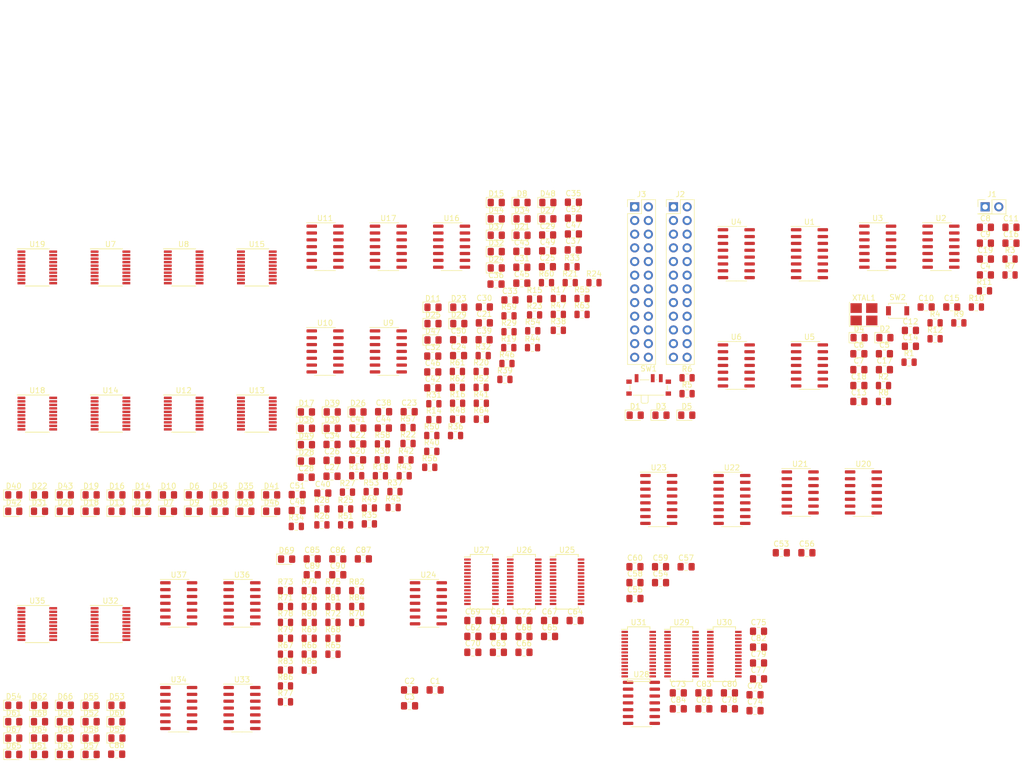
<source format=kicad_pcb>
(kicad_pcb (version 20171130) (host pcbnew "(5.1.5)-3")
  (layers (0 F.Cu signal) (31 B.Cu signal) (34 B.Paste user) (35 F.Paste user) (36 B.SilkS user) (37 F.SilkS user) (38 B.Mask user) (39 F.Mask user) (44 Edge.Cuts user))
  (net 0 "")
  (net 1 GND)
  (net 2 "Net-(C1-Pad1)")
  (net 3 +5V)
  (net 4 "Net-(C47-Pad1)")
  (net 5 "Net-(D1-Pad2)")
  (net 6 "Net-(D1-Pad1)")
  (net 7 "Net-(D2-Pad2)")
  (net 8 "Net-(D2-Pad1)")
  (net 9 "Net-(D3-Pad2)")
  (net 10 "Net-(D3-Pad1)")
  (net 11 "Net-(D4-Pad2)")
  (net 12 "Net-(D4-Pad1)")
  (net 13 "Net-(D5-Pad2)")
  (net 14 "Net-(D5-Pad1)")
  (net 15 "Net-(D6-Pad2)")
  (net 16 "Net-(D7-Pad2)")
  (net 17 "Net-(D8-Pad2)")
  (net 18 "Net-(D9-Pad2)")
  (net 19 "Net-(D10-Pad2)")
  (net 20 "Net-(D11-Pad2)")
  (net 21 "Net-(D12-Pad2)")
  (net 22 "Net-(D13-Pad2)")
  (net 23 "Net-(D14-Pad2)")
  (net 24 "Net-(D15-Pad2)")
  (net 25 "Net-(D16-Pad2)")
  (net 26 "Net-(D17-Pad2)")
  (net 27 "Net-(D18-Pad2)")
  (net 28 "Net-(D19-Pad2)")
  (net 29 "Net-(D20-Pad2)")
  (net 30 "Net-(D21-Pad2)")
  (net 31 "Net-(D22-Pad2)")
  (net 32 "Net-(D23-Pad2)")
  (net 33 "Net-(D24-Pad2)")
  (net 34 "Net-(D25-Pad2)")
  (net 35 "Net-(D26-Pad2)")
  (net 36 "Net-(D27-Pad2)")
  (net 37 "Net-(D28-Pad2)")
  (net 38 "Net-(D29-Pad2)")
  (net 39 "Net-(D30-Pad2)")
  (net 40 "Net-(D31-Pad2)")
  (net 41 "Net-(D32-Pad2)")
  (net 42 "Net-(D33-Pad2)")
  (net 43 "Net-(D34-Pad2)")
  (net 44 "Net-(D35-Pad2)")
  (net 45 "Net-(D36-Pad2)")
  (net 46 "Net-(D37-Pad2)")
  (net 47 "Net-(D38-Pad2)")
  (net 48 "Net-(D39-Pad2)")
  (net 49 "Net-(D40-Pad2)")
  (net 50 "Net-(D41-Pad2)")
  (net 51 "Net-(D42-Pad2)")
  (net 52 "Net-(D43-Pad2)")
  (net 53 "Net-(D44-Pad2)")
  (net 54 "Net-(D45-Pad2)")
  (net 55 "Net-(D46-Pad2)")
  (net 56 "Net-(D47-Pad2)")
  (net 57 "Net-(D48-Pad2)")
  (net 58 "Net-(D49-Pad2)")
  (net 59 "Net-(J1-Pad2)")
  (net 60 "Net-(J1-Pad1)")
  (net 61 "Net-(J2-Pad12)")
  (net 62 "Net-(J2-Pad11)")
  (net 63 "Net-(J2-Pad10)")
  (net 64 "Net-(J2-Pad9)")
  (net 65 "Net-(J2-Pad8)")
  (net 66 "Net-(J2-Pad7)")
  (net 67 "Net-(J2-Pad6)")
  (net 68 "Net-(J2-Pad5)")
  (net 69 "Net-(J2-Pad4)")
  (net 70 "Net-(J2-Pad3)")
  (net 71 "Net-(J2-Pad2)")
  (net 72 "Net-(J2-Pad1)")
  (net 73 "Net-(J3-Pad12)")
  (net 74 "Net-(J3-Pad11)")
  (net 75 "Net-(J3-Pad10)")
  (net 76 "Net-(J3-Pad9)")
  (net 77 "Net-(J3-Pad8)")
  (net 78 "Net-(J3-Pad7)")
  (net 79 "Net-(J3-Pad6)")
  (net 80 "Net-(J3-Pad5)")
  (net 81 "Net-(J3-Pad4)")
  (net 82 "Net-(J3-Pad3)")
  (net 83 "Net-(J3-Pad2)")
  (net 84 "Net-(J3-Pad1)")
  (net 85 "Net-(R1-Pad2)")
  (net 86 "Net-(R2-Pad2)")
  (net 87 "Net-(R4-Pad1)")
  (net 88 "Net-(R8-Pad1)")
  (net 89 "Net-(R10-Pad2)")
  (net 90 "Net-(R10-Pad1)")
  (net 91 /RegisterBank/~RESET)
  (net 92 /RegisterBank/~OE_A)
  (net 93 /RegisterBank/~OE_C)
  (net 94 "Net-(R33-Pad2)")
  (net 95 "Net-(R34-Pad2)")
  (net 96 "Net-(R35-Pad2)")
  (net 97 "Net-(R36-Pad2)")
  (net 98 "Net-(R37-Pad2)")
  (net 99 "Net-(R38-Pad2)")
  (net 100 /RegisterBank/~OE_B)
  (net 101 /RegisterBank/~OE_D)
  (net 102 "Net-(R59-Pad2)")
  (net 103 "Net-(R60-Pad2)")
  (net 104 "Net-(R61-Pad2)")
  (net 105 "Net-(R62-Pad2)")
  (net 106 "Net-(R63-Pad2)")
  (net 107 "Net-(R64-Pad2)")
  (net 108 "Net-(SW1-Pad3)")
  (net 109 /ClockCircuit/~RESET)
  (net 110 "Net-(U2-Pad12)")
  (net 111 /ClockCircuit/~HAULT)
  (net 112 "Net-(U2-Pad2)")
  (net 113 "Net-(U2-Pad8)")
  (net 114 "Net-(U3-Pad6)")
  (net 115 "Net-(U3-Pad3)")
  (net 116 "Net-(U3-Pad9)")
  (net 117 "Net-(U5-Pad6)")
  (net 118 "Net-(U5-Pad11)")
  (net 119 "Net-(U5-Pad8)")
  (net 120 "Net-(U6-Pad8)")
  (net 121 /ALU/TwosComp/DEMUX_5)
  (net 122 /ALU/TwosComp/DEMUX_2)
  (net 123 /ALU/TwosComp/DEMUX_4)
  (net 124 /ALU/TwosComp/DEMUX_1)
  (net 125 /ALU/TwosComp/DEMUX_3)
  (net 126 /ALU/TwosComp/DEMUX_0)
  (net 127 /ALU/TwosComp/DEMUX_7)
  (net 128 /ALU/TwosComp/DEMUX_6)
  (net 129 /ALU/TwosComp/COMP_OUT_2)
  (net 130 /ALU/TwosComp/COMP_OUT_0)
  (net 131 /ALU/TwosComp/COMP_OUT_3)
  (net 132 /ALU/TwosComp/COMP_OUT_1)
  (net 133 /ALU/TwosComp/COMP_OUT_6)
  (net 134 /ALU/TwosComp/COMP_OUT_4)
  (net 135 /ALU/TwosComp/COMP_OUT_7)
  (net 136 /ALU/TwosComp/COMP_OUT_5)
  (net 137 /RegisterBank/BUS_7)
  (net 138 /RegisterBank/BUS_3)
  (net 139 /RegisterBank/BUS_6)
  (net 140 /RegisterBank/BUS_2)
  (net 141 /RegisterBank/BUS_5)
  (net 142 /RegisterBank/BUS_1)
  (net 143 /RegisterBank/BUS_4)
  (net 144 /RegisterBank/BUS_0)
  (net 145 /RegisterBank/CLK)
  (net 146 /RegisterBank/~WE_B)
  (net 147 /RegisterBank/~WE_C)
  (net 148 /RegisterBank/~WE_A)
  (net 149 /RegisterBank/~WE_D)
  (net 150 "Net-(XTAL1-Pad1)")
  (net 151 "Net-(C20-Pad1)")
  (net 152 "Net-(C21-Pad1)")
  (net 153 "Net-(C26-Pad1)")
  (net 154 "Net-(C27-Pad1)")
  (net 155 "Net-(C32-Pad1)")
  (net 156 "Net-(C33-Pad1)")
  (net 157 "Net-(C38-Pad1)")
  (net 158 "Net-(C39-Pad1)")
  (net 159 "Net-(C44-Pad1)")
  (net 160 "Net-(C48-Pad1)")
  (net 161 "Net-(C61-Pad1)")
  (net 162 "Net-(C62-Pad1)")
  (net 163 "Net-(C67-Pad1)")
  (net 164 "Net-(C70-Pad1)")
  (net 165 "Net-(C73-Pad1)")
  (net 166 "Net-(C74-Pad1)")
  (net 167 "Net-(C79-Pad1)")
  (net 168 "Net-(C82-Pad1)")
  (net 169 "Net-(C85-Pad1)")
  (net 170 "Net-(C88-Pad1)")
  (net 171 "Net-(D50-Pad2)")
  (net 172 "Net-(D51-Pad2)")
  (net 173 "Net-(D52-Pad2)")
  (net 174 "Net-(D53-Pad2)")
  (net 175 "Net-(D54-Pad2)")
  (net 176 "Net-(D55-Pad2)")
  (net 177 "Net-(D56-Pad2)")
  (net 178 "Net-(D57-Pad2)")
  (net 179 "Net-(D58-Pad2)")
  (net 180 "Net-(D59-Pad2)")
  (net 181 "Net-(D60-Pad2)")
  (net 182 "Net-(D61-Pad2)")
  (net 183 "Net-(D62-Pad2)")
  (net 184 "Net-(D63-Pad2)")
  (net 185 "Net-(D64-Pad2)")
  (net 186 "Net-(D65-Pad2)")
  (net 187 "Net-(D66-Pad2)")
  (net 188 "Net-(D67-Pad2)")
  (net 189 "Net-(D68-Pad2)")
  (net 190 "Net-(D69-Pad2)")
  (net 191 /ALU/A_0)
  (net 192 /ALU/C_0)
  (net 193 /ALU/A_1)
  (net 194 /ALU/C_1)
  (net 195 /ALU/A_2)
  (net 196 /ALU/C_2)
  (net 197 /ALU/A_3)
  (net 198 /ALU/C_3)
  (net 199 /ALU/A_4)
  (net 200 /ALU/C_4)
  (net 201 /ALU/A_5)
  (net 202 /ALU/C_5)
  (net 203 /ALU/A_6)
  (net 204 /ALU/C_6)
  (net 205 /ALU/A_7)
  (net 206 /ALU/C_7)
  (net 207 /ALU/B_0)
  (net 208 /ALU/D_0)
  (net 209 /ALU/B_1)
  (net 210 /ALU/D_1)
  (net 211 /ALU/B_2)
  (net 212 /ALU/D_2)
  (net 213 /ALU/B_3)
  (net 214 /ALU/D_3)
  (net 215 /ALU/B_4)
  (net 216 /ALU/D_4)
  (net 217 /ALU/B_5)
  (net 218 /ALU/D_5)
  (net 219 /ALU/B_6)
  (net 220 /ALU/D_6)
  (net 221 /ALU/B_7)
  (net 222 /ALU/D_7)
  (net 223 /ALU/ALU_REG_BANK/~RESET)
  (net 224 /ALU/ALU_REG_BANK/ALU_A_0)
  (net 225 /ALU/ALU_REG_BANK/ALU_A_1)
  (net 226 /ALU/ALU_REG_BANK/ALU_A_2)
  (net 227 /ALU/ALU_REG_BANK/ALU_A_3)
  (net 228 /ALU/ALU_REG_BANK/ALU_A_4)
  (net 229 /ALU/ALU_REG_BANK/ALU_A_5)
  (net 230 /ALU/ALU_REG_BANK/ALU_A_6)
  (net 231 /ALU/ALU_REG_BANK/ALU_A_7)
  (net 232 "Net-(R74-Pad2)")
  (net 233 "Net-(R75-Pad2)")
  (net 234 /ALU/ALU_REG_BANK/ALU_B_0)
  (net 235 /ALU/ALU_REG_BANK/ALU_B_1)
  (net 236 /ALU/ALU_REG_BANK/ALU_B_2)
  (net 237 /ALU/ALU_REG_BANK/ALU_B_3)
  (net 238 /ALU/ALU_REG_BANK/ALU_B_4)
  (net 239 /ALU/ALU_REG_BANK/ALU_B_5)
  (net 240 /ALU/ALU_REG_BANK/ALU_B_6)
  (net 241 /ALU/ALU_REG_BANK/ALU_B_7)
  (net 242 "Net-(R85-Pad2)")
  (net 243 "Net-(R86-Pad2)")
  (net 244 "Net-(U17-Pad6)")
  (net 245 "Net-(U17-Pad12)")
  (net 246 "Net-(U17-Pad10)")
  (net 247 "Net-(U17-Pad8)")
  (net 248 "Net-(U20-Pad6)")
  (net 249 "Net-(U20-Pad12)")
  (net 250 "Net-(U20-Pad4)")
  (net 251 "Net-(U20-Pad10)")
  (net 252 "Net-(U20-Pad2)")
  (net 253 "Net-(U20-Pad8)")
  (net 254 "Net-(U21-Pad4)")
  (net 255 "Net-(U21-Pad2)")
  (net 256 "Net-(U22-Pad9)")
  (net 257 "Net-(U23-Pad9)")
  (net 258 "Net-(U24-Pad6)")
  (net 259 "Net-(U24-Pad12)")
  (net 260 /ALU/ALU_OP_5)
  (net 261 "Net-(U24-Pad4)")
  (net 262 "Net-(U24-Pad10)")
  (net 263 /ALU/ALU_OP_4)
  (net 264 "Net-(U24-Pad2)")
  (net 265 "Net-(U24-Pad8)")
  (net 266 "Net-(U25-Pad25)")
  (net 267 "Net-(U25-Pad22)")
  (net 268 "Net-(U25-Pad19)")
  (net 269 "Net-(U25-Pad16)")
  (net 270 "Net-(U25-Pad12)")
  (net 271 "Net-(U25-Pad9)")
  (net 272 "Net-(U25-Pad6)")
  (net 273 "Net-(U25-Pad3)")
  (net 274 "Net-(U26-Pad25)")
  (net 275 "Net-(U26-Pad22)")
  (net 276 "Net-(U26-Pad19)")
  (net 277 "Net-(U26-Pad16)")
  (net 278 "Net-(U26-Pad12)")
  (net 279 "Net-(U26-Pad9)")
  (net 280 "Net-(U26-Pad6)")
  (net 281 "Net-(U26-Pad3)")
  (net 282 "/ALU/ALU Register A Switch Input/ALU_RA_IN_0")
  (net 283 "/ALU/ALU Register A Switch Input/ALU_RA_IN_1")
  (net 284 "/ALU/ALU Register A Switch Input/ALU_RA_IN_2")
  (net 285 "/ALU/ALU Register A Switch Input/ALU_RA_IN_3")
  (net 286 "/ALU/ALU Register A Switch Input/ALU_RA_IN_4")
  (net 287 "/ALU/ALU Register A Switch Input/ALU_RA_IN_5")
  (net 288 "/ALU/ALU Register A Switch Input/ALU_RA_IN_6")
  (net 289 "/ALU/ALU Register A Switch Input/ALU_RA_IN_7")
  (net 290 "Net-(U28-Pad12)")
  (net 291 "Net-(U28-Pad10)")
  (net 292 "Net-(U28-Pad8)")
  (net 293 "Net-(U28-Pad6)")
  (net 294 "/ALU/ALU Register B Switch Input/ALU_OP_8")
  (net 295 "Net-(U28-Pad4)")
  (net 296 "/ALU/ALU Register B Switch Input/ALU_OP_7")
  (net 297 "Net-(U28-Pad2)")
  (net 298 "Net-(U29-Pad25)")
  (net 299 "Net-(U29-Pad22)")
  (net 300 "Net-(U29-Pad19)")
  (net 301 "Net-(U29-Pad16)")
  (net 302 "Net-(U29-Pad12)")
  (net 303 "Net-(U29-Pad9)")
  (net 304 "Net-(U29-Pad6)")
  (net 305 "Net-(U29-Pad3)")
  (net 306 "Net-(U30-Pad25)")
  (net 307 "Net-(U30-Pad22)")
  (net 308 "Net-(U30-Pad19)")
  (net 309 "Net-(U30-Pad16)")
  (net 310 "Net-(U30-Pad12)")
  (net 311 "Net-(U30-Pad9)")
  (net 312 "Net-(U30-Pad6)")
  (net 313 "Net-(U30-Pad3)")
  (net 314 "/ALU/ALU Register B Switch Input/ALU_RB_IN_0")
  (net 315 "/ALU/ALU Register B Switch Input/ALU_RB_IN_1")
  (net 316 "/ALU/ALU Register B Switch Input/ALU_RB_IN_2")
  (net 317 "/ALU/ALU Register B Switch Input/ALU_RB_IN_3")
  (net 318 "/ALU/ALU Register B Switch Input/ALU_RB_IN_4")
  (net 319 "/ALU/ALU Register B Switch Input/ALU_RB_IN_5")
  (net 320 "/ALU/ALU Register B Switch Input/ALU_RB_IN_6")
  (net 321 "/ALU/ALU Register B Switch Input/ALU_RB_IN_7")
  (net 322 /ALU/ALU_REG_BANK/CLK)
  (net 323 /ALU/ALU_REG_BANK/~WE_ALU_A)
  (net 324 /ALU/ALU_REG_BANK/~WE_ALU_B)
  (module Package_SO:SOIC-14_3.9x8.7mm_P1.27mm (layer F.Cu) (at 76.38 135.91)
    (fp_text reference U37 (at 0 -5.28) (layer F.SilkS))
    (fp_text value 74AHC04)
    (pad 14 smd roundrect (at 2.475 -3.81) (size 1.95 0.6) (layers F.Cu F.Paste F.Mask))
    (pad 13 smd roundrect (at 2.475 -2.54) (size 1.95 0.6) (layers F.Cu F.Paste F.Mask))
    (pad 12 smd roundrect (at 2.475 -1.27) (size 1.95 0.6) (layers F.Cu F.Paste F.Mask))
    (pad 11 smd roundrect (at 2.475 0) (size 1.95 0.6) (layers F.Cu F.Paste F.Mask))
    (pad 10 smd roundrect (at 2.475 1.27) (size 1.95 0.6) (layers F.Cu F.Paste F.Mask))
    (pad 9 smd roundrect (at 2.475 2.54) (size 1.95 0.6) (layers F.Cu F.Paste F.Mask))
    (pad 8 smd roundrect (at 2.475 3.81) (size 1.95 0.6) (layers F.Cu F.Paste F.Mask))
    (pad 7 smd roundrect (at -2.475 3.81) (size 1.95 0.6) (layers F.Cu F.Paste F.Mask))
    (pad 6 smd roundrect (at -2.475 2.54) (size 1.95 0.6) (layers F.Cu F.Paste F.Mask))
    (pad 5 smd roundrect (at -2.475 1.27) (size 1.95 0.6) (layers F.Cu F.Paste F.Mask))
    (pad 4 smd roundrect (at -2.475 0) (size 1.95 0.6) (layers F.Cu F.Paste F.Mask))
    (pad 3 smd roundrect (at -2.475 -1.27) (size 1.95 0.6) (layers F.Cu F.Paste F.Mask))
    (pad 2 smd roundrect (at -2.475 -2.54) (size 1.95 0.6) (layers F.Cu F.Paste F.Mask) (net 242 "Net-(R85-Pad2)"))
    (pad 1 smd roundrect (at -2.475 -3.81) (size 1.95 0.6) (layers F.Cu F.Paste F.Mask) (net 324 /ALU/ALU_REG_BANK/~WE_ALU_B))
  )
  (module Package_SO:SOIC-14_3.9x8.7mm_P1.27mm (layer F.Cu) (at 88.13 135.91)
    (fp_text reference U36 (at 0 -5.28) (layer F.SilkS))
    (fp_text value 74AHC08)
    (pad 14 smd roundrect (at 2.475 -3.81) (size 1.95 0.6) (layers F.Cu F.Paste F.Mask))
    (pad 13 smd roundrect (at 2.475 -2.54) (size 1.95 0.6) (layers F.Cu F.Paste F.Mask))
    (pad 12 smd roundrect (at 2.475 -1.27) (size 1.95 0.6) (layers F.Cu F.Paste F.Mask))
    (pad 11 smd roundrect (at 2.475 0) (size 1.95 0.6) (layers F.Cu F.Paste F.Mask))
    (pad 10 smd roundrect (at 2.475 1.27) (size 1.95 0.6) (layers F.Cu F.Paste F.Mask))
    (pad 9 smd roundrect (at 2.475 2.54) (size 1.95 0.6) (layers F.Cu F.Paste F.Mask))
    (pad 8 smd roundrect (at 2.475 3.81) (size 1.95 0.6) (layers F.Cu F.Paste F.Mask))
    (pad 7 smd roundrect (at -2.475 3.81) (size 1.95 0.6) (layers F.Cu F.Paste F.Mask))
    (pad 6 smd roundrect (at -2.475 2.54) (size 1.95 0.6) (layers F.Cu F.Paste F.Mask))
    (pad 5 smd roundrect (at -2.475 1.27) (size 1.95 0.6) (layers F.Cu F.Paste F.Mask))
    (pad 4 smd roundrect (at -2.475 0) (size 1.95 0.6) (layers F.Cu F.Paste F.Mask))
    (pad 3 smd roundrect (at -2.475 -1.27) (size 1.95 0.6) (layers F.Cu F.Paste F.Mask) (net 243 "Net-(R86-Pad2)"))
    (pad 2 smd roundrect (at -2.475 -2.54) (size 1.95 0.6) (layers F.Cu F.Paste F.Mask) (net 242 "Net-(R85-Pad2)"))
    (pad 1 smd roundrect (at -2.475 -3.81) (size 1.95 0.6) (layers F.Cu F.Paste F.Mask) (net 322 /ALU/ALU_REG_BANK/CLK))
  )
  (module Package_SO:TSSOP-20_4.4x6.5mm_P0.65mm (layer F.Cu) (at 50.12 139.76)
    (fp_text reference U35 (at 0 -4.3) (layer F.SilkS))
    (fp_text value 74AHC273)
    (pad 20 smd rect (at 2.95 -2.925) (size 1.45 0.45) (layers F.Cu F.Paste F.Mask) (net 170 "Net-(C88-Pad1)"))
    (pad 19 smd rect (at 2.95 -2.275) (size 1.45 0.45) (layers F.Cu F.Paste F.Mask) (net 234 /ALU/ALU_REG_BANK/ALU_B_0))
    (pad 18 smd rect (at 2.95 -1.625) (size 1.45 0.45) (layers F.Cu F.Paste F.Mask) (net 314 "/ALU/ALU Register B Switch Input/ALU_RB_IN_0"))
    (pad 17 smd rect (at 2.95 -0.975) (size 1.45 0.45) (layers F.Cu F.Paste F.Mask) (net 315 "/ALU/ALU Register B Switch Input/ALU_RB_IN_1"))
    (pad 16 smd rect (at 2.95 -0.325) (size 1.45 0.45) (layers F.Cu F.Paste F.Mask) (net 235 /ALU/ALU_REG_BANK/ALU_B_1))
    (pad 15 smd rect (at 2.95 0.325) (size 1.45 0.45) (layers F.Cu F.Paste F.Mask) (net 236 /ALU/ALU_REG_BANK/ALU_B_2))
    (pad 14 smd rect (at 2.95 0.975) (size 1.45 0.45) (layers F.Cu F.Paste F.Mask) (net 316 "/ALU/ALU Register B Switch Input/ALU_RB_IN_2"))
    (pad 13 smd rect (at 2.95 1.625) (size 1.45 0.45) (layers F.Cu F.Paste F.Mask) (net 317 "/ALU/ALU Register B Switch Input/ALU_RB_IN_3"))
    (pad 12 smd rect (at 2.95 2.275) (size 1.45 0.45) (layers F.Cu F.Paste F.Mask) (net 237 /ALU/ALU_REG_BANK/ALU_B_3))
    (pad 11 smd rect (at 2.95 2.925) (size 1.45 0.45) (layers F.Cu F.Paste F.Mask) (net 243 "Net-(R86-Pad2)"))
    (pad 10 smd rect (at -2.95 2.925) (size 1.45 0.45) (layers F.Cu F.Paste F.Mask) (net 1 GND))
    (pad 9 smd rect (at -2.95 2.275) (size 1.45 0.45) (layers F.Cu F.Paste F.Mask) (net 238 /ALU/ALU_REG_BANK/ALU_B_4))
    (pad 8 smd rect (at -2.95 1.625) (size 1.45 0.45) (layers F.Cu F.Paste F.Mask) (net 318 "/ALU/ALU Register B Switch Input/ALU_RB_IN_4"))
    (pad 7 smd rect (at -2.95 0.975) (size 1.45 0.45) (layers F.Cu F.Paste F.Mask) (net 319 "/ALU/ALU Register B Switch Input/ALU_RB_IN_5"))
    (pad 6 smd rect (at -2.95 0.325) (size 1.45 0.45) (layers F.Cu F.Paste F.Mask) (net 239 /ALU/ALU_REG_BANK/ALU_B_5))
    (pad 5 smd rect (at -2.95 -0.325) (size 1.45 0.45) (layers F.Cu F.Paste F.Mask) (net 240 /ALU/ALU_REG_BANK/ALU_B_6))
    (pad 4 smd rect (at -2.95 -0.975) (size 1.45 0.45) (layers F.Cu F.Paste F.Mask) (net 320 "/ALU/ALU Register B Switch Input/ALU_RB_IN_6"))
    (pad 3 smd rect (at -2.95 -1.625) (size 1.45 0.45) (layers F.Cu F.Paste F.Mask) (net 321 "/ALU/ALU Register B Switch Input/ALU_RB_IN_7"))
    (pad 2 smd rect (at -2.95 -2.275) (size 1.45 0.45) (layers F.Cu F.Paste F.Mask) (net 241 /ALU/ALU_REG_BANK/ALU_B_7))
    (pad 1 smd rect (at -2.95 -2.925) (size 1.45 0.45) (layers F.Cu F.Paste F.Mask) (net 223 /ALU/ALU_REG_BANK/~RESET))
  )
  (module Package_SO:SOIC-14_3.9x8.7mm_P1.27mm (layer F.Cu) (at 76.38 155.36)
    (fp_text reference U34 (at 0 -5.28) (layer F.SilkS))
    (fp_text value 74AHC04)
    (pad 14 smd roundrect (at 2.475 -3.81) (size 1.95 0.6) (layers F.Cu F.Paste F.Mask))
    (pad 13 smd roundrect (at 2.475 -2.54) (size 1.95 0.6) (layers F.Cu F.Paste F.Mask))
    (pad 12 smd roundrect (at 2.475 -1.27) (size 1.95 0.6) (layers F.Cu F.Paste F.Mask))
    (pad 11 smd roundrect (at 2.475 0) (size 1.95 0.6) (layers F.Cu F.Paste F.Mask))
    (pad 10 smd roundrect (at 2.475 1.27) (size 1.95 0.6) (layers F.Cu F.Paste F.Mask))
    (pad 9 smd roundrect (at 2.475 2.54) (size 1.95 0.6) (layers F.Cu F.Paste F.Mask))
    (pad 8 smd roundrect (at 2.475 3.81) (size 1.95 0.6) (layers F.Cu F.Paste F.Mask))
    (pad 7 smd roundrect (at -2.475 3.81) (size 1.95 0.6) (layers F.Cu F.Paste F.Mask))
    (pad 6 smd roundrect (at -2.475 2.54) (size 1.95 0.6) (layers F.Cu F.Paste F.Mask))
    (pad 5 smd roundrect (at -2.475 1.27) (size 1.95 0.6) (layers F.Cu F.Paste F.Mask))
    (pad 4 smd roundrect (at -2.475 0) (size 1.95 0.6) (layers F.Cu F.Paste F.Mask))
    (pad 3 smd roundrect (at -2.475 -1.27) (size 1.95 0.6) (layers F.Cu F.Paste F.Mask))
    (pad 2 smd roundrect (at -2.475 -2.54) (size 1.95 0.6) (layers F.Cu F.Paste F.Mask) (net 232 "Net-(R74-Pad2)"))
    (pad 1 smd roundrect (at -2.475 -3.81) (size 1.95 0.6) (layers F.Cu F.Paste F.Mask) (net 323 /ALU/ALU_REG_BANK/~WE_ALU_A))
  )
  (module Package_SO:SOIC-14_3.9x8.7mm_P1.27mm (layer F.Cu) (at 88.13 155.36)
    (fp_text reference U33 (at 0 -5.28) (layer F.SilkS))
    (fp_text value 74AHC08)
    (pad 14 smd roundrect (at 2.475 -3.81) (size 1.95 0.6) (layers F.Cu F.Paste F.Mask))
    (pad 13 smd roundrect (at 2.475 -2.54) (size 1.95 0.6) (layers F.Cu F.Paste F.Mask))
    (pad 12 smd roundrect (at 2.475 -1.27) (size 1.95 0.6) (layers F.Cu F.Paste F.Mask))
    (pad 11 smd roundrect (at 2.475 0) (size 1.95 0.6) (layers F.Cu F.Paste F.Mask))
    (pad 10 smd roundrect (at 2.475 1.27) (size 1.95 0.6) (layers F.Cu F.Paste F.Mask))
    (pad 9 smd roundrect (at 2.475 2.54) (size 1.95 0.6) (layers F.Cu F.Paste F.Mask))
    (pad 8 smd roundrect (at 2.475 3.81) (size 1.95 0.6) (layers F.Cu F.Paste F.Mask))
    (pad 7 smd roundrect (at -2.475 3.81) (size 1.95 0.6) (layers F.Cu F.Paste F.Mask))
    (pad 6 smd roundrect (at -2.475 2.54) (size 1.95 0.6) (layers F.Cu F.Paste F.Mask))
    (pad 5 smd roundrect (at -2.475 1.27) (size 1.95 0.6) (layers F.Cu F.Paste F.Mask))
    (pad 4 smd roundrect (at -2.475 0) (size 1.95 0.6) (layers F.Cu F.Paste F.Mask))
    (pad 3 smd roundrect (at -2.475 -1.27) (size 1.95 0.6) (layers F.Cu F.Paste F.Mask) (net 233 "Net-(R75-Pad2)"))
    (pad 2 smd roundrect (at -2.475 -2.54) (size 1.95 0.6) (layers F.Cu F.Paste F.Mask) (net 232 "Net-(R74-Pad2)"))
    (pad 1 smd roundrect (at -2.475 -3.81) (size 1.95 0.6) (layers F.Cu F.Paste F.Mask) (net 322 /ALU/ALU_REG_BANK/CLK))
  )
  (module Package_SO:TSSOP-20_4.4x6.5mm_P0.65mm (layer F.Cu) (at 63.71 139.76)
    (fp_text reference U32 (at 0 -4.3) (layer F.SilkS))
    (fp_text value 74AHC273)
    (pad 20 smd rect (at 2.95 -2.925) (size 1.45 0.45) (layers F.Cu F.Paste F.Mask) (net 169 "Net-(C85-Pad1)"))
    (pad 19 smd rect (at 2.95 -2.275) (size 1.45 0.45) (layers F.Cu F.Paste F.Mask) (net 224 /ALU/ALU_REG_BANK/ALU_A_0))
    (pad 18 smd rect (at 2.95 -1.625) (size 1.45 0.45) (layers F.Cu F.Paste F.Mask) (net 282 "/ALU/ALU Register A Switch Input/ALU_RA_IN_0"))
    (pad 17 smd rect (at 2.95 -0.975) (size 1.45 0.45) (layers F.Cu F.Paste F.Mask) (net 283 "/ALU/ALU Register A Switch Input/ALU_RA_IN_1"))
    (pad 16 smd rect (at 2.95 -0.325) (size 1.45 0.45) (layers F.Cu F.Paste F.Mask) (net 225 /ALU/ALU_REG_BANK/ALU_A_1))
    (pad 15 smd rect (at 2.95 0.325) (size 1.45 0.45) (layers F.Cu F.Paste F.Mask) (net 226 /ALU/ALU_REG_BANK/ALU_A_2))
    (pad 14 smd rect (at 2.95 0.975) (size 1.45 0.45) (layers F.Cu F.Paste F.Mask) (net 284 "/ALU/ALU Register A Switch Input/ALU_RA_IN_2"))
    (pad 13 smd rect (at 2.95 1.625) (size 1.45 0.45) (layers F.Cu F.Paste F.Mask) (net 285 "/ALU/ALU Register A Switch Input/ALU_RA_IN_3"))
    (pad 12 smd rect (at 2.95 2.275) (size 1.45 0.45) (layers F.Cu F.Paste F.Mask) (net 227 /ALU/ALU_REG_BANK/ALU_A_3))
    (pad 11 smd rect (at 2.95 2.925) (size 1.45 0.45) (layers F.Cu F.Paste F.Mask) (net 233 "Net-(R75-Pad2)"))
    (pad 10 smd rect (at -2.95 2.925) (size 1.45 0.45) (layers F.Cu F.Paste F.Mask) (net 1 GND))
    (pad 9 smd rect (at -2.95 2.275) (size 1.45 0.45) (layers F.Cu F.Paste F.Mask) (net 228 /ALU/ALU_REG_BANK/ALU_A_4))
    (pad 8 smd rect (at -2.95 1.625) (size 1.45 0.45) (layers F.Cu F.Paste F.Mask) (net 286 "/ALU/ALU Register A Switch Input/ALU_RA_IN_4"))
    (pad 7 smd rect (at -2.95 0.975) (size 1.45 0.45) (layers F.Cu F.Paste F.Mask) (net 287 "/ALU/ALU Register A Switch Input/ALU_RA_IN_5"))
    (pad 6 smd rect (at -2.95 0.325) (size 1.45 0.45) (layers F.Cu F.Paste F.Mask) (net 229 /ALU/ALU_REG_BANK/ALU_A_5))
    (pad 5 smd rect (at -2.95 -0.325) (size 1.45 0.45) (layers F.Cu F.Paste F.Mask) (net 230 /ALU/ALU_REG_BANK/ALU_A_6))
    (pad 4 smd rect (at -2.95 -0.975) (size 1.45 0.45) (layers F.Cu F.Paste F.Mask) (net 288 "/ALU/ALU Register A Switch Input/ALU_RA_IN_6"))
    (pad 3 smd rect (at -2.95 -1.625) (size 1.45 0.45) (layers F.Cu F.Paste F.Mask) (net 289 "/ALU/ALU Register A Switch Input/ALU_RA_IN_7"))
    (pad 2 smd rect (at -2.95 -2.275) (size 1.45 0.45) (layers F.Cu F.Paste F.Mask) (net 231 /ALU/ALU_REG_BANK/ALU_A_7))
    (pad 1 smd rect (at -2.95 -2.925) (size 1.45 0.45) (layers F.Cu F.Paste F.Mask) (net 223 /ALU/ALU_REG_BANK/~RESET))
  )
  (module Package_SO:SOIC-14_3.9x8.7mm_P1.27mm (layer F.Cu) (at 162.31 154.4)
    (fp_text reference U28 (at 0 -5.28) (layer F.SilkS))
    (fp_text value 74AHC04)
    (pad 14 smd roundrect (at 2.475 -3.81) (size 1.95 0.6) (layers F.Cu F.Paste F.Mask) (net 168 "Net-(C82-Pad1)"))
    (pad 13 smd roundrect (at 2.475 -2.54) (size 1.95 0.6) (layers F.Cu F.Paste F.Mask) (net 1 GND))
    (pad 12 smd roundrect (at 2.475 -1.27) (size 1.95 0.6) (layers F.Cu F.Paste F.Mask) (net 290 "Net-(U28-Pad12)"))
    (pad 11 smd roundrect (at 2.475 0) (size 1.95 0.6) (layers F.Cu F.Paste F.Mask) (net 1 GND))
    (pad 10 smd roundrect (at 2.475 1.27) (size 1.95 0.6) (layers F.Cu F.Paste F.Mask) (net 291 "Net-(U28-Pad10)"))
    (pad 9 smd roundrect (at 2.475 2.54) (size 1.95 0.6) (layers F.Cu F.Paste F.Mask) (net 1 GND))
    (pad 8 smd roundrect (at 2.475 3.81) (size 1.95 0.6) (layers F.Cu F.Paste F.Mask) (net 292 "Net-(U28-Pad8)"))
    (pad 7 smd roundrect (at -2.475 3.81) (size 1.95 0.6) (layers F.Cu F.Paste F.Mask) (net 1 GND))
    (pad 6 smd roundrect (at -2.475 2.54) (size 1.95 0.6) (layers F.Cu F.Paste F.Mask) (net 293 "Net-(U28-Pad6)"))
    (pad 5 smd roundrect (at -2.475 1.27) (size 1.95 0.6) (layers F.Cu F.Paste F.Mask) (net 294 "/ALU/ALU Register B Switch Input/ALU_OP_8"))
    (pad 4 smd roundrect (at -2.475 0) (size 1.95 0.6) (layers F.Cu F.Paste F.Mask) (net 295 "Net-(U28-Pad4)"))
    (pad 3 smd roundrect (at -2.475 -1.27) (size 1.95 0.6) (layers F.Cu F.Paste F.Mask) (net 296 "/ALU/ALU Register B Switch Input/ALU_OP_7"))
    (pad 2 smd roundrect (at -2.475 -2.54) (size 1.95 0.6) (layers F.Cu F.Paste F.Mask) (net 297 "Net-(U28-Pad2)"))
    (pad 1 smd roundrect (at -2.475 -3.81) (size 1.95 0.6) (layers F.Cu F.Paste F.Mask) (net 296 "/ALU/ALU Register B Switch Input/ALU_OP_7"))
  )
  (module Package_SO:SOIC-14_3.9x8.7mm_P1.27mm (layer F.Cu) (at 122.75 135.91)
    (fp_text reference U24 (at 0 -5.28) (layer F.SilkS))
    (fp_text value 74AHC04)
    (pad 14 smd roundrect (at 2.475 -3.81) (size 1.95 0.6) (layers F.Cu F.Paste F.Mask) (net 164 "Net-(C70-Pad1)"))
    (pad 13 smd roundrect (at 2.475 -2.54) (size 1.95 0.6) (layers F.Cu F.Paste F.Mask) (net 1 GND))
    (pad 12 smd roundrect (at 2.475 -1.27) (size 1.95 0.6) (layers F.Cu F.Paste F.Mask) (net 259 "Net-(U24-Pad12)"))
    (pad 11 smd roundrect (at 2.475 0) (size 1.95 0.6) (layers F.Cu F.Paste F.Mask) (net 1 GND))
    (pad 10 smd roundrect (at 2.475 1.27) (size 1.95 0.6) (layers F.Cu F.Paste F.Mask) (net 262 "Net-(U24-Pad10)"))
    (pad 9 smd roundrect (at 2.475 2.54) (size 1.95 0.6) (layers F.Cu F.Paste F.Mask) (net 1 GND))
    (pad 8 smd roundrect (at 2.475 3.81) (size 1.95 0.6) (layers F.Cu F.Paste F.Mask) (net 265 "Net-(U24-Pad8)"))
    (pad 7 smd roundrect (at -2.475 3.81) (size 1.95 0.6) (layers F.Cu F.Paste F.Mask) (net 1 GND))
    (pad 6 smd roundrect (at -2.475 2.54) (size 1.95 0.6) (layers F.Cu F.Paste F.Mask) (net 258 "Net-(U24-Pad6)"))
    (pad 5 smd roundrect (at -2.475 1.27) (size 1.95 0.6) (layers F.Cu F.Paste F.Mask) (net 260 /ALU/ALU_OP_5))
    (pad 4 smd roundrect (at -2.475 0) (size 1.95 0.6) (layers F.Cu F.Paste F.Mask) (net 261 "Net-(U24-Pad4)"))
    (pad 3 smd roundrect (at -2.475 -1.27) (size 1.95 0.6) (layers F.Cu F.Paste F.Mask) (net 263 /ALU/ALU_OP_4))
    (pad 2 smd roundrect (at -2.475 -2.54) (size 1.95 0.6) (layers F.Cu F.Paste F.Mask) (net 264 "Net-(U24-Pad2)"))
    (pad 1 smd roundrect (at -2.475 -3.81) (size 1.95 0.6) (layers F.Cu F.Paste F.Mask) (net 263 /ALU/ALU_OP_4))
  )
  (module Package_SO:SOIC-16_3.9x9.9mm_P1.27mm (layer F.Cu) (at 165.53 116.62)
    (fp_text reference U23 (at 0 -5.9) (layer F.SilkS))
    (fp_text value 74LS283)
    (pad 16 smd roundrect (at 2.475 -4.445) (size 1.95 0.6) (layers F.Cu F.Paste F.Mask) (net 3 +5V))
    (pad 15 smd roundrect (at 2.475 -3.175) (size 1.95 0.6) (layers F.Cu F.Paste F.Mask) (net 1 GND))
    (pad 14 smd roundrect (at 2.475 -1.905) (size 1.95 0.6) (layers F.Cu F.Paste F.Mask) (net 255 "Net-(U21-Pad2)"))
    (pad 13 smd roundrect (at 2.475 -0.635) (size 1.95 0.6) (layers F.Cu F.Paste F.Mask) (net 133 /ALU/TwosComp/COMP_OUT_6))
    (pad 12 smd roundrect (at 2.475 0.635) (size 1.95 0.6) (layers F.Cu F.Paste F.Mask) (net 254 "Net-(U21-Pad4)"))
    (pad 11 smd roundrect (at 2.475 1.905) (size 1.95 0.6) (layers F.Cu F.Paste F.Mask) (net 1 GND))
    (pad 10 smd roundrect (at 2.475 3.175) (size 1.95 0.6) (layers F.Cu F.Paste F.Mask) (net 135 /ALU/TwosComp/COMP_OUT_7))
    (pad 9 smd roundrect (at 2.475 4.445) (size 1.95 0.6) (layers F.Cu F.Paste F.Mask) (net 257 "Net-(U23-Pad9)"))
    (pad 8 smd roundrect (at -2.475 4.445) (size 1.95 0.6) (layers F.Cu F.Paste F.Mask) (net 1 GND))
    (pad 7 smd roundrect (at -2.475 3.175) (size 1.95 0.6) (layers F.Cu F.Paste F.Mask) (net 256 "Net-(U22-Pad9)"))
    (pad 6 smd roundrect (at -2.475 1.905) (size 1.95 0.6) (layers F.Cu F.Paste F.Mask) (net 1 GND))
    (pad 5 smd roundrect (at -2.475 0.635) (size 1.95 0.6) (layers F.Cu F.Paste F.Mask) (net 251 "Net-(U20-Pad10)"))
    (pad 4 smd roundrect (at -2.475 -0.635) (size 1.95 0.6) (layers F.Cu F.Paste F.Mask) (net 134 /ALU/TwosComp/COMP_OUT_4))
    (pad 3 smd roundrect (at -2.475 -1.905) (size 1.95 0.6) (layers F.Cu F.Paste F.Mask) (net 249 "Net-(U20-Pad12)"))
    (pad 2 smd roundrect (at -2.475 -3.175) (size 1.95 0.6) (layers F.Cu F.Paste F.Mask) (net 1 GND))
    (pad 1 smd roundrect (at -2.475 -4.445) (size 1.95 0.6) (layers F.Cu F.Paste F.Mask) (net 136 /ALU/TwosComp/COMP_OUT_5))
  )
  (module Package_SO:SOIC-16_3.9x9.9mm_P1.27mm (layer F.Cu) (at 179.12 116.62)
    (fp_text reference U22 (at 0 -5.9) (layer F.SilkS))
    (fp_text value 74LS283)
    (pad 16 smd roundrect (at 2.475 -4.445) (size 1.95 0.6) (layers F.Cu F.Paste F.Mask) (net 3 +5V))
    (pad 15 smd roundrect (at 2.475 -3.175) (size 1.95 0.6) (layers F.Cu F.Paste F.Mask) (net 1 GND))
    (pad 14 smd roundrect (at 2.475 -1.905) (size 1.95 0.6) (layers F.Cu F.Paste F.Mask) (net 248 "Net-(U20-Pad6)"))
    (pad 13 smd roundrect (at 2.475 -0.635) (size 1.95 0.6) (layers F.Cu F.Paste F.Mask) (net 129 /ALU/TwosComp/COMP_OUT_2))
    (pad 12 smd roundrect (at 2.475 0.635) (size 1.95 0.6) (layers F.Cu F.Paste F.Mask) (net 253 "Net-(U20-Pad8)"))
    (pad 11 smd roundrect (at 2.475 1.905) (size 1.95 0.6) (layers F.Cu F.Paste F.Mask) (net 1 GND))
    (pad 10 smd roundrect (at 2.475 3.175) (size 1.95 0.6) (layers F.Cu F.Paste F.Mask) (net 131 /ALU/TwosComp/COMP_OUT_3))
    (pad 9 smd roundrect (at 2.475 4.445) (size 1.95 0.6) (layers F.Cu F.Paste F.Mask) (net 256 "Net-(U22-Pad9)"))
    (pad 8 smd roundrect (at -2.475 4.445) (size 1.95 0.6) (layers F.Cu F.Paste F.Mask) (net 1 GND))
    (pad 7 smd roundrect (at -2.475 3.175) (size 1.95 0.6) (layers F.Cu F.Paste F.Mask) (net 3 +5V))
    (pad 6 smd roundrect (at -2.475 1.905) (size 1.95 0.6) (layers F.Cu F.Paste F.Mask) (net 1 GND))
    (pad 5 smd roundrect (at -2.475 0.635) (size 1.95 0.6) (layers F.Cu F.Paste F.Mask) (net 252 "Net-(U20-Pad2)"))
    (pad 4 smd roundrect (at -2.475 -0.635) (size 1.95 0.6) (layers F.Cu F.Paste F.Mask) (net 130 /ALU/TwosComp/COMP_OUT_0))
    (pad 3 smd roundrect (at -2.475 -1.905) (size 1.95 0.6) (layers F.Cu F.Paste F.Mask) (net 250 "Net-(U20-Pad4)"))
    (pad 2 smd roundrect (at -2.475 -3.175) (size 1.95 0.6) (layers F.Cu F.Paste F.Mask) (net 1 GND))
    (pad 1 smd roundrect (at -2.475 -4.445) (size 1.95 0.6) (layers F.Cu F.Paste F.Mask) (net 132 /ALU/TwosComp/COMP_OUT_1))
  )
  (module Package_SO:SOIC-14_3.9x8.7mm_P1.27mm (layer F.Cu) (at 191.79 115.32)
    (fp_text reference U21 (at 0 -5.28) (layer F.SilkS))
    (fp_text value 74LS04)
    (pad 14 smd roundrect (at 2.475 -3.81) (size 1.95 0.6) (layers F.Cu F.Paste F.Mask) (net 3 +5V))
    (pad 13 smd roundrect (at 2.475 -2.54) (size 1.95 0.6) (layers F.Cu F.Paste F.Mask))
    (pad 12 smd roundrect (at 2.475 -1.27) (size 1.95 0.6) (layers F.Cu F.Paste F.Mask))
    (pad 11 smd roundrect (at 2.475 0) (size 1.95 0.6) (layers F.Cu F.Paste F.Mask))
    (pad 10 smd roundrect (at 2.475 1.27) (size 1.95 0.6) (layers F.Cu F.Paste F.Mask))
    (pad 9 smd roundrect (at 2.475 2.54) (size 1.95 0.6) (layers F.Cu F.Paste F.Mask))
    (pad 8 smd roundrect (at 2.475 3.81) (size 1.95 0.6) (layers F.Cu F.Paste F.Mask))
    (pad 7 smd roundrect (at -2.475 3.81) (size 1.95 0.6) (layers F.Cu F.Paste F.Mask) (net 1 GND))
    (pad 6 smd roundrect (at -2.475 2.54) (size 1.95 0.6) (layers F.Cu F.Paste F.Mask))
    (pad 5 smd roundrect (at -2.475 1.27) (size 1.95 0.6) (layers F.Cu F.Paste F.Mask))
    (pad 4 smd roundrect (at -2.475 0) (size 1.95 0.6) (layers F.Cu F.Paste F.Mask) (net 254 "Net-(U21-Pad4)"))
    (pad 3 smd roundrect (at -2.475 -1.27) (size 1.95 0.6) (layers F.Cu F.Paste F.Mask) (net 127 /ALU/TwosComp/DEMUX_7))
    (pad 2 smd roundrect (at -2.475 -2.54) (size 1.95 0.6) (layers F.Cu F.Paste F.Mask) (net 255 "Net-(U21-Pad2)"))
    (pad 1 smd roundrect (at -2.475 -3.81) (size 1.95 0.6) (layers F.Cu F.Paste F.Mask) (net 128 /ALU/TwosComp/DEMUX_6))
  )
  (module Package_SO:SOIC-14_3.9x8.7mm_P1.27mm (layer F.Cu) (at 203.54 115.32)
    (fp_text reference U20 (at 0 -5.28) (layer F.SilkS))
    (fp_text value 74LS04)
    (pad 14 smd roundrect (at 2.475 -3.81) (size 1.95 0.6) (layers F.Cu F.Paste F.Mask) (net 3 +5V))
    (pad 13 smd roundrect (at 2.475 -2.54) (size 1.95 0.6) (layers F.Cu F.Paste F.Mask) (net 121 /ALU/TwosComp/DEMUX_5))
    (pad 12 smd roundrect (at 2.475 -1.27) (size 1.95 0.6) (layers F.Cu F.Paste F.Mask) (net 249 "Net-(U20-Pad12)"))
    (pad 11 smd roundrect (at 2.475 0) (size 1.95 0.6) (layers F.Cu F.Paste F.Mask) (net 123 /ALU/TwosComp/DEMUX_4))
    (pad 10 smd roundrect (at 2.475 1.27) (size 1.95 0.6) (layers F.Cu F.Paste F.Mask) (net 251 "Net-(U20-Pad10)"))
    (pad 9 smd roundrect (at 2.475 2.54) (size 1.95 0.6) (layers F.Cu F.Paste F.Mask) (net 125 /ALU/TwosComp/DEMUX_3))
    (pad 8 smd roundrect (at 2.475 3.81) (size 1.95 0.6) (layers F.Cu F.Paste F.Mask) (net 253 "Net-(U20-Pad8)"))
    (pad 7 smd roundrect (at -2.475 3.81) (size 1.95 0.6) (layers F.Cu F.Paste F.Mask) (net 1 GND))
    (pad 6 smd roundrect (at -2.475 2.54) (size 1.95 0.6) (layers F.Cu F.Paste F.Mask) (net 248 "Net-(U20-Pad6)"))
    (pad 5 smd roundrect (at -2.475 1.27) (size 1.95 0.6) (layers F.Cu F.Paste F.Mask) (net 122 /ALU/TwosComp/DEMUX_2))
    (pad 4 smd roundrect (at -2.475 0) (size 1.95 0.6) (layers F.Cu F.Paste F.Mask) (net 250 "Net-(U20-Pad4)"))
    (pad 3 smd roundrect (at -2.475 -1.27) (size 1.95 0.6) (layers F.Cu F.Paste F.Mask) (net 124 /ALU/TwosComp/DEMUX_1))
    (pad 2 smd roundrect (at -2.475 -2.54) (size 1.95 0.6) (layers F.Cu F.Paste F.Mask) (net 252 "Net-(U20-Pad2)"))
    (pad 1 smd roundrect (at -2.475 -3.81) (size 1.95 0.6) (layers F.Cu F.Paste F.Mask) (net 126 /ALU/TwosComp/DEMUX_0))
  )
  (module Package_SO:TSSOP-20_4.4x6.5mm_P0.65mm (layer F.Cu) (at 50.12 73.53)
    (fp_text reference U19 (at 0 -4.3) (layer F.SilkS))
    (fp_text value 74AHC245)
    (pad 20 smd rect (at 2.95 -2.925) (size 1.45 0.45) (layers F.Cu F.Paste F.Mask) (net 158 "Net-(C39-Pad1)"))
    (pad 19 smd rect (at 2.95 -2.275) (size 1.45 0.45) (layers F.Cu F.Paste F.Mask) (net 101 /RegisterBank/~OE_D))
    (pad 18 smd rect (at 2.95 -1.625) (size 1.45 0.45) (layers F.Cu F.Paste F.Mask) (net 137 /RegisterBank/BUS_7))
    (pad 17 smd rect (at 2.95 -0.975) (size 1.45 0.45) (layers F.Cu F.Paste F.Mask) (net 139 /RegisterBank/BUS_6))
    (pad 16 smd rect (at 2.95 -0.325) (size 1.45 0.45) (layers F.Cu F.Paste F.Mask) (net 141 /RegisterBank/BUS_5))
    (pad 15 smd rect (at 2.95 0.325) (size 1.45 0.45) (layers F.Cu F.Paste F.Mask) (net 143 /RegisterBank/BUS_4))
    (pad 14 smd rect (at 2.95 0.975) (size 1.45 0.45) (layers F.Cu F.Paste F.Mask) (net 138 /RegisterBank/BUS_3))
    (pad 13 smd rect (at 2.95 1.625) (size 1.45 0.45) (layers F.Cu F.Paste F.Mask) (net 140 /RegisterBank/BUS_2))
    (pad 12 smd rect (at 2.95 2.275) (size 1.45 0.45) (layers F.Cu F.Paste F.Mask) (net 142 /RegisterBank/BUS_1))
    (pad 11 smd rect (at 2.95 2.925) (size 1.45 0.45) (layers F.Cu F.Paste F.Mask) (net 144 /RegisterBank/BUS_0))
    (pad 10 smd rect (at -2.95 2.925) (size 1.45 0.45) (layers F.Cu F.Paste F.Mask) (net 1 GND))
    (pad 9 smd rect (at -2.95 2.275) (size 1.45 0.45) (layers F.Cu F.Paste F.Mask) (net 208 /ALU/D_0))
    (pad 8 smd rect (at -2.95 1.625) (size 1.45 0.45) (layers F.Cu F.Paste F.Mask) (net 210 /ALU/D_1))
    (pad 7 smd rect (at -2.95 0.975) (size 1.45 0.45) (layers F.Cu F.Paste F.Mask) (net 212 /ALU/D_2))
    (pad 6 smd rect (at -2.95 0.325) (size 1.45 0.45) (layers F.Cu F.Paste F.Mask) (net 214 /ALU/D_3))
    (pad 5 smd rect (at -2.95 -0.325) (size 1.45 0.45) (layers F.Cu F.Paste F.Mask) (net 216 /ALU/D_4))
    (pad 4 smd rect (at -2.95 -0.975) (size 1.45 0.45) (layers F.Cu F.Paste F.Mask) (net 218 /ALU/D_5))
    (pad 3 smd rect (at -2.95 -1.625) (size 1.45 0.45) (layers F.Cu F.Paste F.Mask) (net 220 /ALU/D_6))
    (pad 2 smd rect (at -2.95 -2.275) (size 1.45 0.45) (layers F.Cu F.Paste F.Mask) (net 222 /ALU/D_7))
    (pad 1 smd rect (at -2.95 -2.925) (size 1.45 0.45) (layers F.Cu F.Paste F.Mask) (net 3 +5V))
  )
  (module Package_SO:TSSOP-20_4.4x6.5mm_P0.65mm (layer F.Cu) (at 50.12 100.68)
    (fp_text reference U18 (at 0 -4.3) (layer F.SilkS))
    (fp_text value 74AHC245)
    (pad 20 smd rect (at 2.95 -2.925) (size 1.45 0.45) (layers F.Cu F.Paste F.Mask) (net 157 "Net-(C38-Pad1)"))
    (pad 19 smd rect (at 2.95 -2.275) (size 1.45 0.45) (layers F.Cu F.Paste F.Mask) (net 100 /RegisterBank/~OE_B))
    (pad 18 smd rect (at 2.95 -1.625) (size 1.45 0.45) (layers F.Cu F.Paste F.Mask) (net 137 /RegisterBank/BUS_7))
    (pad 17 smd rect (at 2.95 -0.975) (size 1.45 0.45) (layers F.Cu F.Paste F.Mask) (net 139 /RegisterBank/BUS_6))
    (pad 16 smd rect (at 2.95 -0.325) (size 1.45 0.45) (layers F.Cu F.Paste F.Mask) (net 141 /RegisterBank/BUS_5))
    (pad 15 smd rect (at 2.95 0.325) (size 1.45 0.45) (layers F.Cu F.Paste F.Mask) (net 143 /RegisterBank/BUS_4))
    (pad 14 smd rect (at 2.95 0.975) (size 1.45 0.45) (layers F.Cu F.Paste F.Mask) (net 138 /RegisterBank/BUS_3))
    (pad 13 smd rect (at 2.95 1.625) (size 1.45 0.45) (layers F.Cu F.Paste F.Mask) (net 140 /RegisterBank/BUS_2))
    (pad 12 smd rect (at 2.95 2.275) (size 1.45 0.45) (layers F.Cu F.Paste F.Mask) (net 142 /RegisterBank/BUS_1))
    (pad 11 smd rect (at 2.95 2.925) (size 1.45 0.45) (layers F.Cu F.Paste F.Mask) (net 144 /RegisterBank/BUS_0))
    (pad 10 smd rect (at -2.95 2.925) (size 1.45 0.45) (layers F.Cu F.Paste F.Mask) (net 1 GND))
    (pad 9 smd rect (at -2.95 2.275) (size 1.45 0.45) (layers F.Cu F.Paste F.Mask) (net 207 /ALU/B_0))
    (pad 8 smd rect (at -2.95 1.625) (size 1.45 0.45) (layers F.Cu F.Paste F.Mask) (net 209 /ALU/B_1))
    (pad 7 smd rect (at -2.95 0.975) (size 1.45 0.45) (layers F.Cu F.Paste F.Mask) (net 211 /ALU/B_2))
    (pad 6 smd rect (at -2.95 0.325) (size 1.45 0.45) (layers F.Cu F.Paste F.Mask) (net 213 /ALU/B_3))
    (pad 5 smd rect (at -2.95 -0.325) (size 1.45 0.45) (layers F.Cu F.Paste F.Mask) (net 215 /ALU/B_4))
    (pad 4 smd rect (at -2.95 -0.975) (size 1.45 0.45) (layers F.Cu F.Paste F.Mask) (net 217 /ALU/B_5))
    (pad 3 smd rect (at -2.95 -1.625) (size 1.45 0.45) (layers F.Cu F.Paste F.Mask) (net 219 /ALU/B_6))
    (pad 2 smd rect (at -2.95 -2.275) (size 1.45 0.45) (layers F.Cu F.Paste F.Mask) (net 221 /ALU/B_7))
    (pad 1 smd rect (at -2.95 -2.925) (size 1.45 0.45) (layers F.Cu F.Paste F.Mask) (net 3 +5V))
  )
  (module Package_SO:SOIC-14_3.9x8.7mm_P1.27mm (layer F.Cu) (at 115.31 69.68)
    (fp_text reference U17 (at 0 -5.28) (layer F.SilkS))
    (fp_text value 74AHC04)
    (pad 14 smd roundrect (at 2.475 -3.81) (size 1.95 0.6) (layers F.Cu F.Paste F.Mask) (net 160 "Net-(C48-Pad1)"))
    (pad 13 smd roundrect (at 2.475 -2.54) (size 1.95 0.6) (layers F.Cu F.Paste F.Mask) (net 1 GND))
    (pad 12 smd roundrect (at 2.475 -1.27) (size 1.95 0.6) (layers F.Cu F.Paste F.Mask) (net 245 "Net-(U17-Pad12)"))
    (pad 11 smd roundrect (at 2.475 0) (size 1.95 0.6) (layers F.Cu F.Paste F.Mask) (net 1 GND))
    (pad 10 smd roundrect (at 2.475 1.27) (size 1.95 0.6) (layers F.Cu F.Paste F.Mask) (net 246 "Net-(U17-Pad10)"))
    (pad 9 smd roundrect (at 2.475 2.54) (size 1.95 0.6) (layers F.Cu F.Paste F.Mask) (net 1 GND))
    (pad 8 smd roundrect (at 2.475 3.81) (size 1.95 0.6) (layers F.Cu F.Paste F.Mask) (net 247 "Net-(U17-Pad8)"))
    (pad 7 smd roundrect (at -2.475 3.81) (size 1.95 0.6) (layers F.Cu F.Paste F.Mask) (net 1 GND))
    (pad 6 smd roundrect (at -2.475 2.54) (size 1.95 0.6) (layers F.Cu F.Paste F.Mask) (net 244 "Net-(U17-Pad6)"))
    (pad 5 smd roundrect (at -2.475 1.27) (size 1.95 0.6) (layers F.Cu F.Paste F.Mask) (net 1 GND))
    (pad 4 smd roundrect (at -2.475 0) (size 1.95 0.6) (layers F.Cu F.Paste F.Mask) (net 107 "Net-(R64-Pad2)"))
    (pad 3 smd roundrect (at -2.475 -1.27) (size 1.95 0.6) (layers F.Cu F.Paste F.Mask) (net 101 /RegisterBank/~OE_D))
    (pad 2 smd roundrect (at -2.475 -2.54) (size 1.95 0.6) (layers F.Cu F.Paste F.Mask) (net 105 "Net-(R62-Pad2)"))
    (pad 1 smd roundrect (at -2.475 -3.81) (size 1.95 0.6) (layers F.Cu F.Paste F.Mask) (net 149 /RegisterBank/~WE_D))
  )
  (module Package_SO:SOIC-14_3.9x8.7mm_P1.27mm (layer F.Cu) (at 127.06 69.68)
    (fp_text reference U16 (at 0 -5.28) (layer F.SilkS))
    (fp_text value 74AHC08)
    (pad 14 smd roundrect (at 2.475 -3.81) (size 1.95 0.6) (layers F.Cu F.Paste F.Mask))
    (pad 13 smd roundrect (at 2.475 -2.54) (size 1.95 0.6) (layers F.Cu F.Paste F.Mask))
    (pad 12 smd roundrect (at 2.475 -1.27) (size 1.95 0.6) (layers F.Cu F.Paste F.Mask))
    (pad 11 smd roundrect (at 2.475 0) (size 1.95 0.6) (layers F.Cu F.Paste F.Mask))
    (pad 10 smd roundrect (at 2.475 1.27) (size 1.95 0.6) (layers F.Cu F.Paste F.Mask))
    (pad 9 smd roundrect (at 2.475 2.54) (size 1.95 0.6) (layers F.Cu F.Paste F.Mask))
    (pad 8 smd roundrect (at 2.475 3.81) (size 1.95 0.6) (layers F.Cu F.Paste F.Mask))
    (pad 7 smd roundrect (at -2.475 3.81) (size 1.95 0.6) (layers F.Cu F.Paste F.Mask))
    (pad 6 smd roundrect (at -2.475 2.54) (size 1.95 0.6) (layers F.Cu F.Paste F.Mask))
    (pad 5 smd roundrect (at -2.475 1.27) (size 1.95 0.6) (layers F.Cu F.Paste F.Mask))
    (pad 4 smd roundrect (at -2.475 0) (size 1.95 0.6) (layers F.Cu F.Paste F.Mask))
    (pad 3 smd roundrect (at -2.475 -1.27) (size 1.95 0.6) (layers F.Cu F.Paste F.Mask) (net 106 "Net-(R63-Pad2)"))
    (pad 2 smd roundrect (at -2.475 -2.54) (size 1.95 0.6) (layers F.Cu F.Paste F.Mask) (net 105 "Net-(R62-Pad2)"))
    (pad 1 smd roundrect (at -2.475 -3.81) (size 1.95 0.6) (layers F.Cu F.Paste F.Mask) (net 145 /RegisterBank/CLK))
  )
  (module Package_SO:TSSOP-20_4.4x6.5mm_P0.65mm (layer F.Cu) (at 90.89 73.53)
    (fp_text reference U15 (at 0 -4.3) (layer F.SilkS))
    (fp_text value 74AHC273)
    (pad 20 smd rect (at 2.95 -2.925) (size 1.45 0.45) (layers F.Cu F.Paste F.Mask) (net 156 "Net-(C33-Pad1)"))
    (pad 19 smd rect (at 2.95 -2.275) (size 1.45 0.45) (layers F.Cu F.Paste F.Mask) (net 208 /ALU/D_0))
    (pad 18 smd rect (at 2.95 -1.625) (size 1.45 0.45) (layers F.Cu F.Paste F.Mask) (net 144 /RegisterBank/BUS_0))
    (pad 17 smd rect (at 2.95 -0.975) (size 1.45 0.45) (layers F.Cu F.Paste F.Mask) (net 142 /RegisterBank/BUS_1))
    (pad 16 smd rect (at 2.95 -0.325) (size 1.45 0.45) (layers F.Cu F.Paste F.Mask) (net 210 /ALU/D_1))
    (pad 15 smd rect (at 2.95 0.325) (size 1.45 0.45) (layers F.Cu F.Paste F.Mask) (net 212 /ALU/D_2))
    (pad 14 smd rect (at 2.95 0.975) (size 1.45 0.45) (layers F.Cu F.Paste F.Mask) (net 140 /RegisterBank/BUS_2))
    (pad 13 smd rect (at 2.95 1.625) (size 1.45 0.45) (layers F.Cu F.Paste F.Mask) (net 138 /RegisterBank/BUS_3))
    (pad 12 smd rect (at 2.95 2.275) (size 1.45 0.45) (layers F.Cu F.Paste F.Mask) (net 214 /ALU/D_3))
    (pad 11 smd rect (at 2.95 2.925) (size 1.45 0.45) (layers F.Cu F.Paste F.Mask) (net 106 "Net-(R63-Pad2)"))
    (pad 10 smd rect (at -2.95 2.925) (size 1.45 0.45) (layers F.Cu F.Paste F.Mask) (net 1 GND))
    (pad 9 smd rect (at -2.95 2.275) (size 1.45 0.45) (layers F.Cu F.Paste F.Mask) (net 216 /ALU/D_4))
    (pad 8 smd rect (at -2.95 1.625) (size 1.45 0.45) (layers F.Cu F.Paste F.Mask) (net 143 /RegisterBank/BUS_4))
    (pad 7 smd rect (at -2.95 0.975) (size 1.45 0.45) (layers F.Cu F.Paste F.Mask) (net 141 /RegisterBank/BUS_5))
    (pad 6 smd rect (at -2.95 0.325) (size 1.45 0.45) (layers F.Cu F.Paste F.Mask) (net 218 /ALU/D_5))
    (pad 5 smd rect (at -2.95 -0.325) (size 1.45 0.45) (layers F.Cu F.Paste F.Mask) (net 220 /ALU/D_6))
    (pad 4 smd rect (at -2.95 -0.975) (size 1.45 0.45) (layers F.Cu F.Paste F.Mask) (net 139 /RegisterBank/BUS_6))
    (pad 3 smd rect (at -2.95 -1.625) (size 1.45 0.45) (layers F.Cu F.Paste F.Mask) (net 137 /RegisterBank/BUS_7))
    (pad 2 smd rect (at -2.95 -2.275) (size 1.45 0.45) (layers F.Cu F.Paste F.Mask) (net 222 /ALU/D_7))
    (pad 1 smd rect (at -2.95 -2.925) (size 1.45 0.45) (layers F.Cu F.Paste F.Mask) (net 91 /RegisterBank/~RESET))
  )
  (module Package_SO:TSSOP-20_4.4x6.5mm_P0.65mm (layer F.Cu) (at 63.71 100.68)
    (fp_text reference U14 (at 0 -4.3) (layer F.SilkS))
    (fp_text value 74AHC273)
    (pad 20 smd rect (at 2.95 -2.925) (size 1.45 0.45) (layers F.Cu F.Paste F.Mask) (net 155 "Net-(C32-Pad1)"))
    (pad 19 smd rect (at 2.95 -2.275) (size 1.45 0.45) (layers F.Cu F.Paste F.Mask) (net 207 /ALU/B_0))
    (pad 18 smd rect (at 2.95 -1.625) (size 1.45 0.45) (layers F.Cu F.Paste F.Mask) (net 144 /RegisterBank/BUS_0))
    (pad 17 smd rect (at 2.95 -0.975) (size 1.45 0.45) (layers F.Cu F.Paste F.Mask) (net 142 /RegisterBank/BUS_1))
    (pad 16 smd rect (at 2.95 -0.325) (size 1.45 0.45) (layers F.Cu F.Paste F.Mask) (net 209 /ALU/B_1))
    (pad 15 smd rect (at 2.95 0.325) (size 1.45 0.45) (layers F.Cu F.Paste F.Mask) (net 211 /ALU/B_2))
    (pad 14 smd rect (at 2.95 0.975) (size 1.45 0.45) (layers F.Cu F.Paste F.Mask) (net 140 /RegisterBank/BUS_2))
    (pad 13 smd rect (at 2.95 1.625) (size 1.45 0.45) (layers F.Cu F.Paste F.Mask) (net 138 /RegisterBank/BUS_3))
    (pad 12 smd rect (at 2.95 2.275) (size 1.45 0.45) (layers F.Cu F.Paste F.Mask) (net 213 /ALU/B_3))
    (pad 11 smd rect (at 2.95 2.925) (size 1.45 0.45) (layers F.Cu F.Paste F.Mask) (net 103 "Net-(R60-Pad2)"))
    (pad 10 smd rect (at -2.95 2.925) (size 1.45 0.45) (layers F.Cu F.Paste F.Mask) (net 1 GND))
    (pad 9 smd rect (at -2.95 2.275) (size 1.45 0.45) (layers F.Cu F.Paste F.Mask) (net 215 /ALU/B_4))
    (pad 8 smd rect (at -2.95 1.625) (size 1.45 0.45) (layers F.Cu F.Paste F.Mask) (net 143 /RegisterBank/BUS_4))
    (pad 7 smd rect (at -2.95 0.975) (size 1.45 0.45) (layers F.Cu F.Paste F.Mask) (net 141 /RegisterBank/BUS_5))
    (pad 6 smd rect (at -2.95 0.325) (size 1.45 0.45) (layers F.Cu F.Paste F.Mask) (net 217 /ALU/B_5))
    (pad 5 smd rect (at -2.95 -0.325) (size 1.45 0.45) (layers F.Cu F.Paste F.Mask) (net 219 /ALU/B_6))
    (pad 4 smd rect (at -2.95 -0.975) (size 1.45 0.45) (layers F.Cu F.Paste F.Mask) (net 139 /RegisterBank/BUS_6))
    (pad 3 smd rect (at -2.95 -1.625) (size 1.45 0.45) (layers F.Cu F.Paste F.Mask) (net 137 /RegisterBank/BUS_7))
    (pad 2 smd rect (at -2.95 -2.275) (size 1.45 0.45) (layers F.Cu F.Paste F.Mask) (net 221 /ALU/B_7))
    (pad 1 smd rect (at -2.95 -2.925) (size 1.45 0.45) (layers F.Cu F.Paste F.Mask) (net 91 /RegisterBank/~RESET))
  )
  (module Package_SO:TSSOP-20_4.4x6.5mm_P0.65mm (layer F.Cu) (at 90.89 100.68)
    (fp_text reference U13 (at 0 -4.3) (layer F.SilkS))
    (fp_text value 74AHC245)
    (pad 20 smd rect (at 2.95 -2.925) (size 1.45 0.45) (layers F.Cu F.Paste F.Mask) (net 154 "Net-(C27-Pad1)"))
    (pad 19 smd rect (at 2.95 -2.275) (size 1.45 0.45) (layers F.Cu F.Paste F.Mask) (net 93 /RegisterBank/~OE_C))
    (pad 18 smd rect (at 2.95 -1.625) (size 1.45 0.45) (layers F.Cu F.Paste F.Mask) (net 137 /RegisterBank/BUS_7))
    (pad 17 smd rect (at 2.95 -0.975) (size 1.45 0.45) (layers F.Cu F.Paste F.Mask) (net 139 /RegisterBank/BUS_6))
    (pad 16 smd rect (at 2.95 -0.325) (size 1.45 0.45) (layers F.Cu F.Paste F.Mask) (net 141 /RegisterBank/BUS_5))
    (pad 15 smd rect (at 2.95 0.325) (size 1.45 0.45) (layers F.Cu F.Paste F.Mask) (net 143 /RegisterBank/BUS_4))
    (pad 14 smd rect (at 2.95 0.975) (size 1.45 0.45) (layers F.Cu F.Paste F.Mask) (net 138 /RegisterBank/BUS_3))
    (pad 13 smd rect (at 2.95 1.625) (size 1.45 0.45) (layers F.Cu F.Paste F.Mask) (net 140 /RegisterBank/BUS_2))
    (pad 12 smd rect (at 2.95 2.275) (size 1.45 0.45) (layers F.Cu F.Paste F.Mask) (net 142 /RegisterBank/BUS_1))
    (pad 11 smd rect (at 2.95 2.925) (size 1.45 0.45) (layers F.Cu F.Paste F.Mask) (net 144 /RegisterBank/BUS_0))
    (pad 10 smd rect (at -2.95 2.925) (size 1.45 0.45) (layers F.Cu F.Paste F.Mask) (net 1 GND))
    (pad 9 smd rect (at -2.95 2.275) (size 1.45 0.45) (layers F.Cu F.Paste F.Mask) (net 192 /ALU/C_0))
    (pad 8 smd rect (at -2.95 1.625) (size 1.45 0.45) (layers F.Cu F.Paste F.Mask) (net 194 /ALU/C_1))
    (pad 7 smd rect (at -2.95 0.975) (size 1.45 0.45) (layers F.Cu F.Paste F.Mask) (net 196 /ALU/C_2))
    (pad 6 smd rect (at -2.95 0.325) (size 1.45 0.45) (layers F.Cu F.Paste F.Mask) (net 198 /ALU/C_3))
    (pad 5 smd rect (at -2.95 -0.325) (size 1.45 0.45) (layers F.Cu F.Paste F.Mask) (net 200 /ALU/C_4))
    (pad 4 smd rect (at -2.95 -0.975) (size 1.45 0.45) (layers F.Cu F.Paste F.Mask) (net 202 /ALU/C_5))
    (pad 3 smd rect (at -2.95 -1.625) (size 1.45 0.45) (layers F.Cu F.Paste F.Mask) (net 204 /ALU/C_6))
    (pad 2 smd rect (at -2.95 -2.275) (size 1.45 0.45) (layers F.Cu F.Paste F.Mask) (net 206 /ALU/C_7))
    (pad 1 smd rect (at -2.95 -2.925) (size 1.45 0.45) (layers F.Cu F.Paste F.Mask) (net 3 +5V))
  )
  (module Package_SO:TSSOP-20_4.4x6.5mm_P0.65mm (layer F.Cu) (at 77.3 100.68)
    (fp_text reference U12 (at 0 -4.3) (layer F.SilkS))
    (fp_text value 74AHC245)
    (pad 20 smd rect (at 2.95 -2.925) (size 1.45 0.45) (layers F.Cu F.Paste F.Mask) (net 153 "Net-(C26-Pad1)"))
    (pad 19 smd rect (at 2.95 -2.275) (size 1.45 0.45) (layers F.Cu F.Paste F.Mask) (net 92 /RegisterBank/~OE_A))
    (pad 18 smd rect (at 2.95 -1.625) (size 1.45 0.45) (layers F.Cu F.Paste F.Mask) (net 137 /RegisterBank/BUS_7))
    (pad 17 smd rect (at 2.95 -0.975) (size 1.45 0.45) (layers F.Cu F.Paste F.Mask) (net 139 /RegisterBank/BUS_6))
    (pad 16 smd rect (at 2.95 -0.325) (size 1.45 0.45) (layers F.Cu F.Paste F.Mask) (net 141 /RegisterBank/BUS_5))
    (pad 15 smd rect (at 2.95 0.325) (size 1.45 0.45) (layers F.Cu F.Paste F.Mask) (net 143 /RegisterBank/BUS_4))
    (pad 14 smd rect (at 2.95 0.975) (size 1.45 0.45) (layers F.Cu F.Paste F.Mask) (net 138 /RegisterBank/BUS_3))
    (pad 13 smd rect (at 2.95 1.625) (size 1.45 0.45) (layers F.Cu F.Paste F.Mask) (net 140 /RegisterBank/BUS_2))
    (pad 12 smd rect (at 2.95 2.275) (size 1.45 0.45) (layers F.Cu F.Paste F.Mask) (net 142 /RegisterBank/BUS_1))
    (pad 11 smd rect (at 2.95 2.925) (size 1.45 0.45) (layers F.Cu F.Paste F.Mask) (net 144 /RegisterBank/BUS_0))
    (pad 10 smd rect (at -2.95 2.925) (size 1.45 0.45) (layers F.Cu F.Paste F.Mask) (net 1 GND))
    (pad 9 smd rect (at -2.95 2.275) (size 1.45 0.45) (layers F.Cu F.Paste F.Mask) (net 191 /ALU/A_0))
    (pad 8 smd rect (at -2.95 1.625) (size 1.45 0.45) (layers F.Cu F.Paste F.Mask) (net 193 /ALU/A_1))
    (pad 7 smd rect (at -2.95 0.975) (size 1.45 0.45) (layers F.Cu F.Paste F.Mask) (net 195 /ALU/A_2))
    (pad 6 smd rect (at -2.95 0.325) (size 1.45 0.45) (layers F.Cu F.Paste F.Mask) (net 197 /ALU/A_3))
    (pad 5 smd rect (at -2.95 -0.325) (size 1.45 0.45) (layers F.Cu F.Paste F.Mask) (net 199 /ALU/A_4))
    (pad 4 smd rect (at -2.95 -0.975) (size 1.45 0.45) (layers F.Cu F.Paste F.Mask) (net 201 /ALU/A_5))
    (pad 3 smd rect (at -2.95 -1.625) (size 1.45 0.45) (layers F.Cu F.Paste F.Mask) (net 203 /ALU/A_6))
    (pad 2 smd rect (at -2.95 -2.275) (size 1.45 0.45) (layers F.Cu F.Paste F.Mask) (net 205 /ALU/A_7))
    (pad 1 smd rect (at -2.95 -2.925) (size 1.45 0.45) (layers F.Cu F.Paste F.Mask) (net 3 +5V))
  )
  (module Package_SO:SOIC-14_3.9x8.7mm_P1.27mm (layer F.Cu) (at 103.56 69.68)
    (fp_text reference U11 (at 0 -5.28) (layer F.SilkS))
    (fp_text value 74AHC04)
    (pad 14 smd roundrect (at 2.475 -3.81) (size 1.95 0.6) (layers F.Cu F.Paste F.Mask) (net 4 "Net-(C47-Pad1)"))
    (pad 13 smd roundrect (at 2.475 -2.54) (size 1.95 0.6) (layers F.Cu F.Paste F.Mask) (net 93 /RegisterBank/~OE_C))
    (pad 12 smd roundrect (at 2.475 -1.27) (size 1.95 0.6) (layers F.Cu F.Paste F.Mask) (net 99 "Net-(R38-Pad2)"))
    (pad 11 smd roundrect (at 2.475 0) (size 1.95 0.6) (layers F.Cu F.Paste F.Mask) (net 147 /RegisterBank/~WE_C))
    (pad 10 smd roundrect (at 2.475 1.27) (size 1.95 0.6) (layers F.Cu F.Paste F.Mask) (net 97 "Net-(R36-Pad2)"))
    (pad 9 smd roundrect (at 2.475 2.54) (size 1.95 0.6) (layers F.Cu F.Paste F.Mask) (net 100 /RegisterBank/~OE_B))
    (pad 8 smd roundrect (at 2.475 3.81) (size 1.95 0.6) (layers F.Cu F.Paste F.Mask) (net 104 "Net-(R61-Pad2)"))
    (pad 7 smd roundrect (at -2.475 3.81) (size 1.95 0.6) (layers F.Cu F.Paste F.Mask) (net 1 GND))
    (pad 6 smd roundrect (at -2.475 2.54) (size 1.95 0.6) (layers F.Cu F.Paste F.Mask) (net 102 "Net-(R59-Pad2)"))
    (pad 5 smd roundrect (at -2.475 1.27) (size 1.95 0.6) (layers F.Cu F.Paste F.Mask) (net 146 /RegisterBank/~WE_B))
    (pad 4 smd roundrect (at -2.475 0) (size 1.95 0.6) (layers F.Cu F.Paste F.Mask) (net 96 "Net-(R35-Pad2)"))
    (pad 3 smd roundrect (at -2.475 -1.27) (size 1.95 0.6) (layers F.Cu F.Paste F.Mask) (net 92 /RegisterBank/~OE_A))
    (pad 2 smd roundrect (at -2.475 -2.54) (size 1.95 0.6) (layers F.Cu F.Paste F.Mask) (net 94 "Net-(R33-Pad2)"))
    (pad 1 smd roundrect (at -2.475 -3.81) (size 1.95 0.6) (layers F.Cu F.Paste F.Mask) (net 148 /RegisterBank/~WE_A))
  )
  (module Package_SO:SOIC-14_3.9x8.7mm_P1.27mm (layer F.Cu) (at 103.56 89.13)
    (fp_text reference U10 (at 0 -5.28) (layer F.SilkS))
    (fp_text value 74AHC08)
    (pad 14 smd roundrect (at 2.475 -3.81) (size 1.95 0.6) (layers F.Cu F.Paste F.Mask))
    (pad 13 smd roundrect (at 2.475 -2.54) (size 1.95 0.6) (layers F.Cu F.Paste F.Mask))
    (pad 12 smd roundrect (at 2.475 -1.27) (size 1.95 0.6) (layers F.Cu F.Paste F.Mask))
    (pad 11 smd roundrect (at 2.475 0) (size 1.95 0.6) (layers F.Cu F.Paste F.Mask))
    (pad 10 smd roundrect (at 2.475 1.27) (size 1.95 0.6) (layers F.Cu F.Paste F.Mask))
    (pad 9 smd roundrect (at 2.475 2.54) (size 1.95 0.6) (layers F.Cu F.Paste F.Mask))
    (pad 8 smd roundrect (at 2.475 3.81) (size 1.95 0.6) (layers F.Cu F.Paste F.Mask))
    (pad 7 smd roundrect (at -2.475 3.81) (size 1.95 0.6) (layers F.Cu F.Paste F.Mask))
    (pad 6 smd roundrect (at -2.475 2.54) (size 1.95 0.6) (layers F.Cu F.Paste F.Mask))
    (pad 5 smd roundrect (at -2.475 1.27) (size 1.95 0.6) (layers F.Cu F.Paste F.Mask))
    (pad 4 smd roundrect (at -2.475 0) (size 1.95 0.6) (layers F.Cu F.Paste F.Mask))
    (pad 3 smd roundrect (at -2.475 -1.27) (size 1.95 0.6) (layers F.Cu F.Paste F.Mask) (net 98 "Net-(R37-Pad2)"))
    (pad 2 smd roundrect (at -2.475 -2.54) (size 1.95 0.6) (layers F.Cu F.Paste F.Mask) (net 97 "Net-(R36-Pad2)"))
    (pad 1 smd roundrect (at -2.475 -3.81) (size 1.95 0.6) (layers F.Cu F.Paste F.Mask) (net 145 /RegisterBank/CLK))
  )
  (module Package_SO:SOIC-14_3.9x8.7mm_P1.27mm (layer F.Cu) (at 115.31 89.13)
    (fp_text reference U9 (at 0 -5.28) (layer F.SilkS))
    (fp_text value 74AHC08)
    (pad 14 smd roundrect (at 2.475 -3.81) (size 1.95 0.6) (layers F.Cu F.Paste F.Mask) (net 159 "Net-(C44-Pad1)"))
    (pad 13 smd roundrect (at 2.475 -2.54) (size 1.95 0.6) (layers F.Cu F.Paste F.Mask))
    (pad 12 smd roundrect (at 2.475 -1.27) (size 1.95 0.6) (layers F.Cu F.Paste F.Mask))
    (pad 11 smd roundrect (at 2.475 0) (size 1.95 0.6) (layers F.Cu F.Paste F.Mask))
    (pad 10 smd roundrect (at 2.475 1.27) (size 1.95 0.6) (layers F.Cu F.Paste F.Mask))
    (pad 9 smd roundrect (at 2.475 2.54) (size 1.95 0.6) (layers F.Cu F.Paste F.Mask))
    (pad 8 smd roundrect (at 2.475 3.81) (size 1.95 0.6) (layers F.Cu F.Paste F.Mask))
    (pad 7 smd roundrect (at -2.475 3.81) (size 1.95 0.6) (layers F.Cu F.Paste F.Mask) (net 1 GND))
    (pad 6 smd roundrect (at -2.475 2.54) (size 1.95 0.6) (layers F.Cu F.Paste F.Mask) (net 103 "Net-(R60-Pad2)"))
    (pad 5 smd roundrect (at -2.475 1.27) (size 1.95 0.6) (layers F.Cu F.Paste F.Mask) (net 102 "Net-(R59-Pad2)"))
    (pad 4 smd roundrect (at -2.475 0) (size 1.95 0.6) (layers F.Cu F.Paste F.Mask) (net 145 /RegisterBank/CLK))
    (pad 3 smd roundrect (at -2.475 -1.27) (size 1.95 0.6) (layers F.Cu F.Paste F.Mask) (net 95 "Net-(R34-Pad2)"))
    (pad 2 smd roundrect (at -2.475 -2.54) (size 1.95 0.6) (layers F.Cu F.Paste F.Mask) (net 94 "Net-(R33-Pad2)"))
    (pad 1 smd roundrect (at -2.475 -3.81) (size 1.95 0.6) (layers F.Cu F.Paste F.Mask) (net 145 /RegisterBank/CLK))
  )
  (module Package_SO:TSSOP-20_4.4x6.5mm_P0.65mm (layer F.Cu) (at 77.3 73.53)
    (fp_text reference U8 (at 0 -4.3) (layer F.SilkS))
    (fp_text value 74AHC273)
    (pad 20 smd rect (at 2.95 -2.925) (size 1.45 0.45) (layers F.Cu F.Paste F.Mask) (net 152 "Net-(C21-Pad1)"))
    (pad 19 smd rect (at 2.95 -2.275) (size 1.45 0.45) (layers F.Cu F.Paste F.Mask) (net 192 /ALU/C_0))
    (pad 18 smd rect (at 2.95 -1.625) (size 1.45 0.45) (layers F.Cu F.Paste F.Mask) (net 144 /RegisterBank/BUS_0))
    (pad 17 smd rect (at 2.95 -0.975) (size 1.45 0.45) (layers F.Cu F.Paste F.Mask) (net 142 /RegisterBank/BUS_1))
    (pad 16 smd rect (at 2.95 -0.325) (size 1.45 0.45) (layers F.Cu F.Paste F.Mask) (net 194 /ALU/C_1))
    (pad 15 smd rect (at 2.95 0.325) (size 1.45 0.45) (layers F.Cu F.Paste F.Mask) (net 196 /ALU/C_2))
    (pad 14 smd rect (at 2.95 0.975) (size 1.45 0.45) (layers F.Cu F.Paste F.Mask) (net 140 /RegisterBank/BUS_2))
    (pad 13 smd rect (at 2.95 1.625) (size 1.45 0.45) (layers F.Cu F.Paste F.Mask) (net 138 /RegisterBank/BUS_3))
    (pad 12 smd rect (at 2.95 2.275) (size 1.45 0.45) (layers F.Cu F.Paste F.Mask) (net 198 /ALU/C_3))
    (pad 11 smd rect (at 2.95 2.925) (size 1.45 0.45) (layers F.Cu F.Paste F.Mask) (net 98 "Net-(R37-Pad2)"))
    (pad 10 smd rect (at -2.95 2.925) (size 1.45 0.45) (layers F.Cu F.Paste F.Mask) (net 1 GND))
    (pad 9 smd rect (at -2.95 2.275) (size 1.45 0.45) (layers F.Cu F.Paste F.Mask) (net 200 /ALU/C_4))
    (pad 8 smd rect (at -2.95 1.625) (size 1.45 0.45) (layers F.Cu F.Paste F.Mask) (net 143 /RegisterBank/BUS_4))
    (pad 7 smd rect (at -2.95 0.975) (size 1.45 0.45) (layers F.Cu F.Paste F.Mask) (net 141 /RegisterBank/BUS_5))
    (pad 6 smd rect (at -2.95 0.325) (size 1.45 0.45) (layers F.Cu F.Paste F.Mask) (net 202 /ALU/C_5))
    (pad 5 smd rect (at -2.95 -0.325) (size 1.45 0.45) (layers F.Cu F.Paste F.Mask) (net 204 /ALU/C_6))
    (pad 4 smd rect (at -2.95 -0.975) (size 1.45 0.45) (layers F.Cu F.Paste F.Mask) (net 139 /RegisterBank/BUS_6))
    (pad 3 smd rect (at -2.95 -1.625) (size 1.45 0.45) (layers F.Cu F.Paste F.Mask) (net 137 /RegisterBank/BUS_7))
    (pad 2 smd rect (at -2.95 -2.275) (size 1.45 0.45) (layers F.Cu F.Paste F.Mask) (net 206 /ALU/C_7))
    (pad 1 smd rect (at -2.95 -2.925) (size 1.45 0.45) (layers F.Cu F.Paste F.Mask) (net 91 /RegisterBank/~RESET))
  )
  (module Package_SO:TSSOP-20_4.4x6.5mm_P0.65mm (layer F.Cu) (at 63.71 73.53)
    (fp_text reference U7 (at 0 -4.3) (layer F.SilkS))
    (fp_text value 74AHC273)
    (pad 20 smd rect (at 2.95 -2.925) (size 1.45 0.45) (layers F.Cu F.Paste F.Mask) (net 151 "Net-(C20-Pad1)"))
    (pad 19 smd rect (at 2.95 -2.275) (size 1.45 0.45) (layers F.Cu F.Paste F.Mask) (net 191 /ALU/A_0))
    (pad 18 smd rect (at 2.95 -1.625) (size 1.45 0.45) (layers F.Cu F.Paste F.Mask) (net 144 /RegisterBank/BUS_0))
    (pad 17 smd rect (at 2.95 -0.975) (size 1.45 0.45) (layers F.Cu F.Paste F.Mask) (net 142 /RegisterBank/BUS_1))
    (pad 16 smd rect (at 2.95 -0.325) (size 1.45 0.45) (layers F.Cu F.Paste F.Mask) (net 193 /ALU/A_1))
    (pad 15 smd rect (at 2.95 0.325) (size 1.45 0.45) (layers F.Cu F.Paste F.Mask) (net 195 /ALU/A_2))
    (pad 14 smd rect (at 2.95 0.975) (size 1.45 0.45) (layers F.Cu F.Paste F.Mask) (net 140 /RegisterBank/BUS_2))
    (pad 13 smd rect (at 2.95 1.625) (size 1.45 0.45) (layers F.Cu F.Paste F.Mask) (net 138 /RegisterBank/BUS_3))
    (pad 12 smd rect (at 2.95 2.275) (size 1.45 0.45) (layers F.Cu F.Paste F.Mask) (net 197 /ALU/A_3))
    (pad 11 smd rect (at 2.95 2.925) (size 1.45 0.45) (layers F.Cu F.Paste F.Mask) (net 95 "Net-(R34-Pad2)"))
    (pad 10 smd rect (at -2.95 2.925) (size 1.45 0.45) (layers F.Cu F.Paste F.Mask) (net 1 GND))
    (pad 9 smd rect (at -2.95 2.275) (size 1.45 0.45) (layers F.Cu F.Paste F.Mask) (net 199 /ALU/A_4))
    (pad 8 smd rect (at -2.95 1.625) (size 1.45 0.45) (layers F.Cu F.Paste F.Mask) (net 143 /RegisterBank/BUS_4))
    (pad 7 smd rect (at -2.95 0.975) (size 1.45 0.45) (layers F.Cu F.Paste F.Mask) (net 141 /RegisterBank/BUS_5))
    (pad 6 smd rect (at -2.95 0.325) (size 1.45 0.45) (layers F.Cu F.Paste F.Mask) (net 201 /ALU/A_5))
    (pad 5 smd rect (at -2.95 -0.325) (size 1.45 0.45) (layers F.Cu F.Paste F.Mask) (net 203 /ALU/A_6))
    (pad 4 smd rect (at -2.95 -0.975) (size 1.45 0.45) (layers F.Cu F.Paste F.Mask) (net 139 /RegisterBank/BUS_6))
    (pad 3 smd rect (at -2.95 -1.625) (size 1.45 0.45) (layers F.Cu F.Paste F.Mask) (net 137 /RegisterBank/BUS_7))
    (pad 2 smd rect (at -2.95 -2.275) (size 1.45 0.45) (layers F.Cu F.Paste F.Mask) (net 205 /ALU/A_7))
    (pad 1 smd rect (at -2.95 -2.925) (size 1.45 0.45) (layers F.Cu F.Paste F.Mask) (net 91 /RegisterBank/~RESET))
  )
  (module Package_SO:SOIC-14_3.9x8.7mm_P1.27mm (layer F.Cu) (at 179.93 91.73)
    (fp_text reference U6 (at 0 -5.28) (layer F.SilkS))
    (fp_text value 74AHC32)
    (pad 14 smd roundrect (at 2.475 -3.81) (size 1.95 0.6) (layers F.Cu F.Paste F.Mask))
    (pad 13 smd roundrect (at 2.475 -2.54) (size 1.95 0.6) (layers F.Cu F.Paste F.Mask))
    (pad 12 smd roundrect (at 2.475 -1.27) (size 1.95 0.6) (layers F.Cu F.Paste F.Mask))
    (pad 11 smd roundrect (at 2.475 0) (size 1.95 0.6) (layers F.Cu F.Paste F.Mask))
    (pad 10 smd roundrect (at 2.475 1.27) (size 1.95 0.6) (layers F.Cu F.Paste F.Mask) (net 1 GND))
    (pad 9 smd roundrect (at 2.475 2.54) (size 1.95 0.6) (layers F.Cu F.Paste F.Mask) (net 1 GND))
    (pad 8 smd roundrect (at 2.475 3.81) (size 1.95 0.6) (layers F.Cu F.Paste F.Mask) (net 120 "Net-(U6-Pad8)"))
    (pad 7 smd roundrect (at -2.475 3.81) (size 1.95 0.6) (layers F.Cu F.Paste F.Mask))
    (pad 6 smd roundrect (at -2.475 2.54) (size 1.95 0.6) (layers F.Cu F.Paste F.Mask))
    (pad 5 smd roundrect (at -2.475 1.27) (size 1.95 0.6) (layers F.Cu F.Paste F.Mask))
    (pad 4 smd roundrect (at -2.475 0) (size 1.95 0.6) (layers F.Cu F.Paste F.Mask))
    (pad 3 smd roundrect (at -2.475 -1.27) (size 1.95 0.6) (layers F.Cu F.Paste F.Mask))
    (pad 2 smd roundrect (at -2.475 -2.54) (size 1.95 0.6) (layers F.Cu F.Paste F.Mask))
    (pad 1 smd roundrect (at -2.475 -3.81) (size 1.95 0.6) (layers F.Cu F.Paste F.Mask))
  )
  (module Package_SO:SOIC-14_3.9x8.7mm_P1.27mm (layer F.Cu) (at 193.52 91.73)
    (fp_text reference U5 (at 0 -5.28) (layer F.SilkS))
    (fp_text value 74AHC32)
    (pad 14 smd roundrect (at 2.475 -3.81) (size 1.95 0.6) (layers F.Cu F.Paste F.Mask) (net 3 +5V))
    (pad 13 smd roundrect (at 2.475 -2.54) (size 1.95 0.6) (layers F.Cu F.Paste F.Mask) (net 1 GND))
    (pad 12 smd roundrect (at 2.475 -1.27) (size 1.95 0.6) (layers F.Cu F.Paste F.Mask) (net 1 GND))
    (pad 11 smd roundrect (at 2.475 0) (size 1.95 0.6) (layers F.Cu F.Paste F.Mask) (net 118 "Net-(U5-Pad11)"))
    (pad 10 smd roundrect (at 2.475 1.27) (size 1.95 0.6) (layers F.Cu F.Paste F.Mask) (net 1 GND))
    (pad 9 smd roundrect (at 2.475 2.54) (size 1.95 0.6) (layers F.Cu F.Paste F.Mask) (net 1 GND))
    (pad 8 smd roundrect (at 2.475 3.81) (size 1.95 0.6) (layers F.Cu F.Paste F.Mask) (net 119 "Net-(U5-Pad8)"))
    (pad 7 smd roundrect (at -2.475 3.81) (size 1.95 0.6) (layers F.Cu F.Paste F.Mask) (net 1 GND))
    (pad 6 smd roundrect (at -2.475 2.54) (size 1.95 0.6) (layers F.Cu F.Paste F.Mask) (net 117 "Net-(U5-Pad6)"))
    (pad 5 smd roundrect (at -2.475 1.27) (size 1.95 0.6) (layers F.Cu F.Paste F.Mask) (net 1 GND))
    (pad 4 smd roundrect (at -2.475 0) (size 1.95 0.6) (layers F.Cu F.Paste F.Mask) (net 1 GND))
    (pad 3 smd roundrect (at -2.475 -1.27) (size 1.95 0.6) (layers F.Cu F.Paste F.Mask) (net 116 "Net-(U3-Pad9)"))
    (pad 2 smd roundrect (at -2.475 -2.54) (size 1.95 0.6) (layers F.Cu F.Paste F.Mask) (net 113 "Net-(U2-Pad8)"))
    (pad 1 smd roundrect (at -2.475 -3.81) (size 1.95 0.6) (layers F.Cu F.Paste F.Mask) (net 114 "Net-(U3-Pad6)"))
  )
  (module Package_SO:SOIC-14_3.9x8.7mm_P1.27mm (layer F.Cu) (at 206.19 69.68)
    (fp_text reference U3 (at 0 -5.28) (layer F.SilkS))
    (fp_text value 74AHC00)
    (pad 14 smd roundrect (at 2.475 -3.81) (size 1.95 0.6) (layers F.Cu F.Paste F.Mask) (net 3 +5V))
    (pad 13 smd roundrect (at 2.475 -2.54) (size 1.95 0.6) (layers F.Cu F.Paste F.Mask) (net 11 "Net-(D4-Pad2)"))
    (pad 12 smd roundrect (at 2.475 -1.27) (size 1.95 0.6) (layers F.Cu F.Paste F.Mask) (net 11 "Net-(D4-Pad2)"))
    (pad 11 smd roundrect (at 2.475 0) (size 1.95 0.6) (layers F.Cu F.Paste F.Mask) (net 13 "Net-(D5-Pad2)"))
    (pad 10 smd roundrect (at 2.475 1.27) (size 1.95 0.6) (layers F.Cu F.Paste F.Mask) (net 111 /ClockCircuit/~HAULT))
    (pad 9 smd roundrect (at 2.475 2.54) (size 1.95 0.6) (layers F.Cu F.Paste F.Mask) (net 116 "Net-(U3-Pad9)"))
    (pad 8 smd roundrect (at 2.475 3.81) (size 1.95 0.6) (layers F.Cu F.Paste F.Mask) (net 11 "Net-(D4-Pad2)"))
    (pad 7 smd roundrect (at -2.475 3.81) (size 1.95 0.6) (layers F.Cu F.Paste F.Mask) (net 1 GND))
    (pad 6 smd roundrect (at -2.475 2.54) (size 1.95 0.6) (layers F.Cu F.Paste F.Mask) (net 114 "Net-(U3-Pad6)"))
    (pad 5 smd roundrect (at -2.475 1.27) (size 1.95 0.6) (layers F.Cu F.Paste F.Mask) (net 115 "Net-(U3-Pad3)"))
    (pad 4 smd roundrect (at -2.475 0) (size 1.95 0.6) (layers F.Cu F.Paste F.Mask) (net 115 "Net-(U3-Pad3)"))
    (pad 3 smd roundrect (at -2.475 -1.27) (size 1.95 0.6) (layers F.Cu F.Paste F.Mask) (net 115 "Net-(U3-Pad3)"))
    (pad 2 smd roundrect (at -2.475 -2.54) (size 1.95 0.6) (layers F.Cu F.Paste F.Mask) (net 7 "Net-(D2-Pad2)"))
    (pad 1 smd roundrect (at -2.475 -3.81) (size 1.95 0.6) (layers F.Cu F.Paste F.Mask) (net 59 "Net-(J1-Pad2)"))
  )
  (module Package_SO:SOIC-14_3.9x8.7mm_P1.27mm (layer F.Cu) (at 217.94 69.68)
    (fp_text reference U2 (at 0 -5.28) (layer F.SilkS))
    (fp_text value 74AHC14)
    (pad 14 smd roundrect (at 2.475 -3.81) (size 1.95 0.6) (layers F.Cu F.Paste F.Mask) (net 3 +5V))
    (pad 13 smd roundrect (at 2.475 -2.54) (size 1.95 0.6) (layers F.Cu F.Paste F.Mask) (net 1 GND))
    (pad 12 smd roundrect (at 2.475 -1.27) (size 1.95 0.6) (layers F.Cu F.Paste F.Mask) (net 110 "Net-(U2-Pad12)"))
    (pad 11 smd roundrect (at 2.475 0) (size 1.95 0.6) (layers F.Cu F.Paste F.Mask) (net 111 /ClockCircuit/~HAULT))
    (pad 10 smd roundrect (at 2.475 1.27) (size 1.95 0.6) (layers F.Cu F.Paste F.Mask) (net 5 "Net-(D1-Pad2)"))
    (pad 9 smd roundrect (at 2.475 2.54) (size 1.95 0.6) (layers F.Cu F.Paste F.Mask) (net 9 "Net-(D3-Pad2)"))
    (pad 8 smd roundrect (at 2.475 3.81) (size 1.95 0.6) (layers F.Cu F.Paste F.Mask) (net 113 "Net-(U2-Pad8)"))
    (pad 7 smd roundrect (at -2.475 3.81) (size 1.95 0.6) (layers F.Cu F.Paste F.Mask) (net 1 GND))
    (pad 6 smd roundrect (at -2.475 2.54) (size 1.95 0.6) (layers F.Cu F.Paste F.Mask) (net 9 "Net-(D3-Pad2)"))
    (pad 5 smd roundrect (at -2.475 1.27) (size 1.95 0.6) (layers F.Cu F.Paste F.Mask) (net 86 "Net-(R2-Pad2)"))
    (pad 4 smd roundrect (at -2.475 0) (size 1.95 0.6) (layers F.Cu F.Paste F.Mask) (net 7 "Net-(D2-Pad2)"))
    (pad 3 smd roundrect (at -2.475 -1.27) (size 1.95 0.6) (layers F.Cu F.Paste F.Mask) (net 112 "Net-(U2-Pad2)"))
    (pad 2 smd roundrect (at -2.475 -2.54) (size 1.95 0.6) (layers F.Cu F.Paste F.Mask) (net 112 "Net-(U2-Pad2)"))
    (pad 1 smd roundrect (at -2.475 -3.81) (size 1.95 0.6) (layers F.Cu F.Paste F.Mask) (net 85 "Net-(R1-Pad2)"))
  )
  (module Package_SO:SOIC-16_3.9x9.9mm_P1.27mm (layer F.Cu) (at 179.93 70.98)
    (fp_text reference U4 (at 0 -5.9) (layer F.SilkS))
    (fp_text value 74HC4040)
    (pad 16 smd roundrect (at 2.475 -4.445) (size 1.95 0.6) (layers F.Cu F.Paste F.Mask) (net 3 +5V))
    (pad 15 smd roundrect (at 2.475 -3.175) (size 1.95 0.6) (layers F.Cu F.Paste F.Mask) (net 74 "Net-(J3-Pad11)"))
    (pad 14 smd roundrect (at 2.475 -1.905) (size 1.95 0.6) (layers F.Cu F.Paste F.Mask) (net 75 "Net-(J3-Pad10)"))
    (pad 13 smd roundrect (at 2.475 -0.635) (size 1.95 0.6) (layers F.Cu F.Paste F.Mask) (net 77 "Net-(J3-Pad8)"))
    (pad 12 smd roundrect (at 2.475 0.635) (size 1.95 0.6) (layers F.Cu F.Paste F.Mask) (net 76 "Net-(J3-Pad9)"))
    (pad 11 smd roundrect (at 2.475 1.905) (size 1.95 0.6) (layers F.Cu F.Paste F.Mask) (net 109 /ClockCircuit/~RESET))
    (pad 10 smd roundrect (at 2.475 3.175) (size 1.95 0.6) (layers F.Cu F.Paste F.Mask) (net 61 "Net-(J2-Pad12)"))
    (pad 9 smd roundrect (at 2.475 4.445) (size 1.95 0.6) (layers F.Cu F.Paste F.Mask) (net 84 "Net-(J3-Pad1)"))
    (pad 8 smd roundrect (at -2.475 4.445) (size 1.95 0.6) (layers F.Cu F.Paste F.Mask) (net 1 GND))
    (pad 7 smd roundrect (at -2.475 3.175) (size 1.95 0.6) (layers F.Cu F.Paste F.Mask) (net 83 "Net-(J3-Pad2)"))
    (pad 6 smd roundrect (at -2.475 1.905) (size 1.95 0.6) (layers F.Cu F.Paste F.Mask) (net 82 "Net-(J3-Pad3)"))
    (pad 5 smd roundrect (at -2.475 0.635) (size 1.95 0.6) (layers F.Cu F.Paste F.Mask) (net 81 "Net-(J3-Pad4)"))
    (pad 4 smd roundrect (at -2.475 -0.635) (size 1.95 0.6) (layers F.Cu F.Paste F.Mask) (net 78 "Net-(J3-Pad7)"))
    (pad 3 smd roundrect (at -2.475 -1.905) (size 1.95 0.6) (layers F.Cu F.Paste F.Mask) (net 80 "Net-(J3-Pad5)"))
    (pad 2 smd roundrect (at -2.475 -3.175) (size 1.95 0.6) (layers F.Cu F.Paste F.Mask) (net 79 "Net-(J3-Pad6)"))
    (pad 1 smd roundrect (at -2.475 -4.445) (size 1.95 0.6) (layers F.Cu F.Paste F.Mask) (net 73 "Net-(J3-Pad12)"))
  )
  (module Package_SO:SOIC-16_3.9x9.9mm_P1.27mm (layer F.Cu) (at 193.52 70.98)
    (fp_text reference U1 (at 0 -5.9) (layer F.SilkS))
    (fp_text value 74HC4040)
    (pad 16 smd roundrect (at 2.475 -4.445) (size 1.95 0.6) (layers F.Cu F.Paste F.Mask) (net 3 +5V))
    (pad 15 smd roundrect (at 2.475 -3.175) (size 1.95 0.6) (layers F.Cu F.Paste F.Mask) (net 62 "Net-(J2-Pad11)"))
    (pad 14 smd roundrect (at 2.475 -1.905) (size 1.95 0.6) (layers F.Cu F.Paste F.Mask) (net 63 "Net-(J2-Pad10)"))
    (pad 13 smd roundrect (at 2.475 -0.635) (size 1.95 0.6) (layers F.Cu F.Paste F.Mask) (net 65 "Net-(J2-Pad8)"))
    (pad 12 smd roundrect (at 2.475 0.635) (size 1.95 0.6) (layers F.Cu F.Paste F.Mask) (net 64 "Net-(J2-Pad9)"))
    (pad 11 smd roundrect (at 2.475 1.905) (size 1.95 0.6) (layers F.Cu F.Paste F.Mask) (net 109 /ClockCircuit/~RESET))
    (pad 10 smd roundrect (at 2.475 3.175) (size 1.95 0.6) (layers F.Cu F.Paste F.Mask) (net 60 "Net-(J1-Pad1)"))
    (pad 9 smd roundrect (at 2.475 4.445) (size 1.95 0.6) (layers F.Cu F.Paste F.Mask) (net 72 "Net-(J2-Pad1)"))
    (pad 8 smd roundrect (at -2.475 4.445) (size 1.95 0.6) (layers F.Cu F.Paste F.Mask) (net 1 GND))
    (pad 7 smd roundrect (at -2.475 3.175) (size 1.95 0.6) (layers F.Cu F.Paste F.Mask) (net 71 "Net-(J2-Pad2)"))
    (pad 6 smd roundrect (at -2.475 1.905) (size 1.95 0.6) (layers F.Cu F.Paste F.Mask) (net 70 "Net-(J2-Pad3)"))
    (pad 5 smd roundrect (at -2.475 0.635) (size 1.95 0.6) (layers F.Cu F.Paste F.Mask) (net 69 "Net-(J2-Pad4)"))
    (pad 4 smd roundrect (at -2.475 -0.635) (size 1.95 0.6) (layers F.Cu F.Paste F.Mask) (net 66 "Net-(J2-Pad7)"))
    (pad 3 smd roundrect (at -2.475 -1.905) (size 1.95 0.6) (layers F.Cu F.Paste F.Mask) (net 68 "Net-(J2-Pad5)"))
    (pad 2 smd roundrect (at -2.475 -3.175) (size 1.95 0.6) (layers F.Cu F.Paste F.Mask) (net 67 "Net-(J2-Pad6)"))
    (pad 1 smd roundrect (at -2.475 -4.445) (size 1.95 0.6) (layers F.Cu F.Paste F.Mask) (net 61 "Net-(J2-Pad12)"))
  )
  (module Crystal:Crystal_SMD_TXC_7M-4Pin_3.2x2.5mm_HandSoldering (layer F.Cu) (at 203.64 82.23)
    (fp_text reference XTAL1 (at 0 -3.05) (layer F.SilkS))
    (fp_text value MXO45-2C-1M000000)
    (pad 4 smd rect (at -1.45 -1.15) (size 2.1 1.8) (layers F.Cu F.Paste F.Mask) (net 60 "Net-(J1-Pad1)"))
    (pad 3 smd rect (at 1.45 -1.15) (size 2.1 1.8) (layers F.Cu F.Paste F.Mask) (net 3 +5V))
    (pad 2 smd rect (at 1.45 1.15) (size 2.1 1.8) (layers F.Cu F.Paste F.Mask) (net 1 GND))
    (pad 1 smd rect (at -1.45 1.15) (size 2.1 1.8) (layers F.Cu F.Paste F.Mask) (net 150 "Net-(XTAL1-Pad1)"))
  )
  (module Package_SO:SSOP-28_3.9x9.9mm_P0.635mm (layer F.Cu) (at 161.81 145.35)
    (fp_text reference U31 (at 0 -5.9) (layer F.SilkS))
    (fp_text value IDTQS3390)
    (pad 28 smd rect (at 2.6 -4.1275) (size 1.2 0.4) (layers F.Cu F.Paste F.Mask) (net 167 "Net-(C79-Pad1)"))
    (pad 27 smd rect (at 2.6 -3.4925) (size 1.2 0.4) (layers F.Cu F.Paste F.Mask) (net 298 "Net-(U29-Pad25)"))
    (pad 26 smd rect (at 2.6 -2.8575) (size 1.2 0.4) (layers F.Cu F.Paste F.Mask) (net 306 "Net-(U30-Pad25)"))
    (pad 25 smd rect (at 2.6 -2.2225) (size 1.2 0.4) (layers F.Cu F.Paste F.Mask) (net 314 "/ALU/ALU Register B Switch Input/ALU_RB_IN_0"))
    (pad 24 smd rect (at 2.6 -1.5875) (size 1.2 0.4) (layers F.Cu F.Paste F.Mask) (net 299 "Net-(U29-Pad22)"))
    (pad 23 smd rect (at 2.6 -0.9525) (size 1.2 0.4) (layers F.Cu F.Paste F.Mask) (net 307 "Net-(U30-Pad22)"))
    (pad 22 smd rect (at 2.6 -0.3175) (size 1.2 0.4) (layers F.Cu F.Paste F.Mask) (net 315 "/ALU/ALU Register B Switch Input/ALU_RB_IN_1"))
    (pad 21 smd rect (at 2.6 0.3175) (size 1.2 0.4) (layers F.Cu F.Paste F.Mask) (net 300 "Net-(U29-Pad19)"))
    (pad 20 smd rect (at 2.6 0.9525) (size 1.2 0.4) (layers F.Cu F.Paste F.Mask) (net 308 "Net-(U30-Pad19)"))
    (pad 19 smd rect (at 2.6 1.5875) (size 1.2 0.4) (layers F.Cu F.Paste F.Mask) (net 316 "/ALU/ALU Register B Switch Input/ALU_RB_IN_2"))
    (pad 18 smd rect (at 2.6 2.2225) (size 1.2 0.4) (layers F.Cu F.Paste F.Mask) (net 301 "Net-(U29-Pad16)"))
    (pad 17 smd rect (at 2.6 2.8575) (size 1.2 0.4) (layers F.Cu F.Paste F.Mask) (net 309 "Net-(U30-Pad16)"))
    (pad 16 smd rect (at 2.6 3.4925) (size 1.2 0.4) (layers F.Cu F.Paste F.Mask) (net 317 "/ALU/ALU Register B Switch Input/ALU_RB_IN_3"))
    (pad 15 smd rect (at 2.6 4.1275) (size 1.2 0.4) (layers F.Cu F.Paste F.Mask) (net 293 "Net-(U28-Pad6)"))
    (pad 14 smd rect (at -2.6 4.1275) (size 1.2 0.4) (layers F.Cu F.Paste F.Mask) (net 1 GND))
    (pad 13 smd rect (at -2.6 3.4925) (size 1.2 0.4) (layers F.Cu F.Paste F.Mask) (net 294 "/ALU/ALU Register B Switch Input/ALU_OP_8"))
    (pad 12 smd rect (at -2.6 2.8575) (size 1.2 0.4) (layers F.Cu F.Paste F.Mask) (net 318 "/ALU/ALU Register B Switch Input/ALU_RB_IN_4"))
    (pad 11 smd rect (at -2.6 2.2225) (size 1.2 0.4) (layers F.Cu F.Paste F.Mask) (net 310 "Net-(U30-Pad12)"))
    (pad 10 smd rect (at -2.6 1.5875) (size 1.2 0.4) (layers F.Cu F.Paste F.Mask) (net 302 "Net-(U29-Pad12)"))
    (pad 9 smd rect (at -2.6 0.9525) (size 1.2 0.4) (layers F.Cu F.Paste F.Mask) (net 319 "/ALU/ALU Register B Switch Input/ALU_RB_IN_5"))
    (pad 8 smd rect (at -2.6 0.3175) (size 1.2 0.4) (layers F.Cu F.Paste F.Mask) (net 311 "Net-(U30-Pad9)"))
    (pad 7 smd rect (at -2.6 -0.3175) (size 1.2 0.4) (layers F.Cu F.Paste F.Mask) (net 303 "Net-(U29-Pad9)"))
    (pad 6 smd rect (at -2.6 -0.9525) (size 1.2 0.4) (layers F.Cu F.Paste F.Mask) (net 320 "/ALU/ALU Register B Switch Input/ALU_RB_IN_6"))
    (pad 5 smd rect (at -2.6 -1.5875) (size 1.2 0.4) (layers F.Cu F.Paste F.Mask) (net 312 "Net-(U30-Pad6)"))
    (pad 4 smd rect (at -2.6 -2.2225) (size 1.2 0.4) (layers F.Cu F.Paste F.Mask) (net 304 "Net-(U29-Pad6)"))
    (pad 3 smd rect (at -2.6 -2.8575) (size 1.2 0.4) (layers F.Cu F.Paste F.Mask) (net 321 "/ALU/ALU Register B Switch Input/ALU_RB_IN_7"))
    (pad 2 smd rect (at -2.6 -3.4925) (size 1.2 0.4) (layers F.Cu F.Paste F.Mask) (net 313 "Net-(U30-Pad3)"))
    (pad 1 smd rect (at -2.6 -4.1275) (size 1.2 0.4) (layers F.Cu F.Paste F.Mask) (net 305 "Net-(U29-Pad3)"))
  )
  (module Package_SO:SSOP-28_3.9x9.9mm_P0.635mm (layer F.Cu) (at 177.71 145.35)
    (fp_text reference U30 (at 0 -5.9) (layer F.SilkS))
    (fp_text value IDTQS3390)
    (pad 28 smd rect (at 2.6 -4.1275) (size 1.2 0.4) (layers F.Cu F.Paste F.Mask) (net 166 "Net-(C74-Pad1)"))
    (pad 27 smd rect (at 2.6 -3.4925) (size 1.2 0.4) (layers F.Cu F.Paste F.Mask) (net 192 /ALU/C_0))
    (pad 26 smd rect (at 2.6 -2.8575) (size 1.2 0.4) (layers F.Cu F.Paste F.Mask) (net 208 /ALU/D_0))
    (pad 25 smd rect (at 2.6 -2.2225) (size 1.2 0.4) (layers F.Cu F.Paste F.Mask) (net 306 "Net-(U30-Pad25)"))
    (pad 24 smd rect (at 2.6 -1.5875) (size 1.2 0.4) (layers F.Cu F.Paste F.Mask) (net 194 /ALU/C_1))
    (pad 23 smd rect (at 2.6 -0.9525) (size 1.2 0.4) (layers F.Cu F.Paste F.Mask) (net 210 /ALU/D_1))
    (pad 22 smd rect (at 2.6 -0.3175) (size 1.2 0.4) (layers F.Cu F.Paste F.Mask) (net 307 "Net-(U30-Pad22)"))
    (pad 21 smd rect (at 2.6 0.3175) (size 1.2 0.4) (layers F.Cu F.Paste F.Mask) (net 196 /ALU/C_2))
    (pad 20 smd rect (at 2.6 0.9525) (size 1.2 0.4) (layers F.Cu F.Paste F.Mask) (net 212 /ALU/D_2))
    (pad 19 smd rect (at 2.6 1.5875) (size 1.2 0.4) (layers F.Cu F.Paste F.Mask) (net 308 "Net-(U30-Pad19)"))
    (pad 18 smd rect (at 2.6 2.2225) (size 1.2 0.4) (layers F.Cu F.Paste F.Mask) (net 198 /ALU/C_3))
    (pad 17 smd rect (at 2.6 2.8575) (size 1.2 0.4) (layers F.Cu F.Paste F.Mask) (net 214 /ALU/D_3))
    (pad 16 smd rect (at 2.6 3.4925) (size 1.2 0.4) (layers F.Cu F.Paste F.Mask) (net 309 "Net-(U30-Pad16)"))
    (pad 15 smd rect (at 2.6 4.1275) (size 1.2 0.4) (layers F.Cu F.Paste F.Mask) (net 295 "Net-(U28-Pad4)"))
    (pad 14 smd rect (at -2.6 4.1275) (size 1.2 0.4) (layers F.Cu F.Paste F.Mask) (net 1 GND))
    (pad 13 smd rect (at -2.6 3.4925) (size 1.2 0.4) (layers F.Cu F.Paste F.Mask) (net 296 "/ALU/ALU Register B Switch Input/ALU_OP_7"))
    (pad 12 smd rect (at -2.6 2.8575) (size 1.2 0.4) (layers F.Cu F.Paste F.Mask) (net 310 "Net-(U30-Pad12)"))
    (pad 11 smd rect (at -2.6 2.2225) (size 1.2 0.4) (layers F.Cu F.Paste F.Mask) (net 216 /ALU/D_4))
    (pad 10 smd rect (at -2.6 1.5875) (size 1.2 0.4) (layers F.Cu F.Paste F.Mask) (net 200 /ALU/C_4))
    (pad 9 smd rect (at -2.6 0.9525) (size 1.2 0.4) (layers F.Cu F.Paste F.Mask) (net 311 "Net-(U30-Pad9)"))
    (pad 8 smd rect (at -2.6 0.3175) (size 1.2 0.4) (layers F.Cu F.Paste F.Mask) (net 218 /ALU/D_5))
    (pad 7 smd rect (at -2.6 -0.3175) (size 1.2 0.4) (layers F.Cu F.Paste F.Mask) (net 202 /ALU/C_5))
    (pad 6 smd rect (at -2.6 -0.9525) (size 1.2 0.4) (layers F.Cu F.Paste F.Mask) (net 312 "Net-(U30-Pad6)"))
    (pad 5 smd rect (at -2.6 -1.5875) (size 1.2 0.4) (layers F.Cu F.Paste F.Mask) (net 220 /ALU/D_6))
    (pad 4 smd rect (at -2.6 -2.2225) (size 1.2 0.4) (layers F.Cu F.Paste F.Mask) (net 204 /ALU/C_6))
    (pad 3 smd rect (at -2.6 -2.8575) (size 1.2 0.4) (layers F.Cu F.Paste F.Mask) (net 313 "Net-(U30-Pad3)"))
    (pad 2 smd rect (at -2.6 -3.4925) (size 1.2 0.4) (layers F.Cu F.Paste F.Mask) (net 222 /ALU/D_7))
    (pad 1 smd rect (at -2.6 -4.1275) (size 1.2 0.4) (layers F.Cu F.Paste F.Mask) (net 206 /ALU/C_7))
  )
  (module Package_SO:SSOP-28_3.9x9.9mm_P0.635mm (layer F.Cu) (at 169.76 145.35)
    (fp_text reference U29 (at 0 -5.9) (layer F.SilkS))
    (fp_text value IDTQS3390)
    (pad 28 smd rect (at 2.6 -4.1275) (size 1.2 0.4) (layers F.Cu F.Paste F.Mask) (net 165 "Net-(C73-Pad1)"))
    (pad 27 smd rect (at 2.6 -3.4925) (size 1.2 0.4) (layers F.Cu F.Paste F.Mask) (net 191 /ALU/A_0))
    (pad 26 smd rect (at 2.6 -2.8575) (size 1.2 0.4) (layers F.Cu F.Paste F.Mask) (net 207 /ALU/B_0))
    (pad 25 smd rect (at 2.6 -2.2225) (size 1.2 0.4) (layers F.Cu F.Paste F.Mask) (net 298 "Net-(U29-Pad25)"))
    (pad 24 smd rect (at 2.6 -1.5875) (size 1.2 0.4) (layers F.Cu F.Paste F.Mask) (net 193 /ALU/A_1))
    (pad 23 smd rect (at 2.6 -0.9525) (size 1.2 0.4) (layers F.Cu F.Paste F.Mask) (net 209 /ALU/B_1))
    (pad 22 smd rect (at 2.6 -0.3175) (size 1.2 0.4) (layers F.Cu F.Paste F.Mask) (net 299 "Net-(U29-Pad22)"))
    (pad 21 smd rect (at 2.6 0.3175) (size 1.2 0.4) (layers F.Cu F.Paste F.Mask) (net 195 /ALU/A_2))
    (pad 20 smd rect (at 2.6 0.9525) (size 1.2 0.4) (layers F.Cu F.Paste F.Mask) (net 211 /ALU/B_2))
    (pad 19 smd rect (at 2.6 1.5875) (size 1.2 0.4) (layers F.Cu F.Paste F.Mask) (net 300 "Net-(U29-Pad19)"))
    (pad 18 smd rect (at 2.6 2.2225) (size 1.2 0.4) (layers F.Cu F.Paste F.Mask) (net 197 /ALU/A_3))
    (pad 17 smd rect (at 2.6 2.8575) (size 1.2 0.4) (layers F.Cu F.Paste F.Mask) (net 213 /ALU/B_3))
    (pad 16 smd rect (at 2.6 3.4925) (size 1.2 0.4) (layers F.Cu F.Paste F.Mask) (net 301 "Net-(U29-Pad16)"))
    (pad 15 smd rect (at 2.6 4.1275) (size 1.2 0.4) (layers F.Cu F.Paste F.Mask) (net 297 "Net-(U28-Pad2)"))
    (pad 14 smd rect (at -2.6 4.1275) (size 1.2 0.4) (layers F.Cu F.Paste F.Mask) (net 1 GND))
    (pad 13 smd rect (at -2.6 3.4925) (size 1.2 0.4) (layers F.Cu F.Paste F.Mask) (net 296 "/ALU/ALU Register B Switch Input/ALU_OP_7"))
    (pad 12 smd rect (at -2.6 2.8575) (size 1.2 0.4) (layers F.Cu F.Paste F.Mask) (net 302 "Net-(U29-Pad12)"))
    (pad 11 smd rect (at -2.6 2.2225) (size 1.2 0.4) (layers F.Cu F.Paste F.Mask) (net 215 /ALU/B_4))
    (pad 10 smd rect (at -2.6 1.5875) (size 1.2 0.4) (layers F.Cu F.Paste F.Mask) (net 199 /ALU/A_4))
    (pad 9 smd rect (at -2.6 0.9525) (size 1.2 0.4) (layers F.Cu F.Paste F.Mask) (net 303 "Net-(U29-Pad9)"))
    (pad 8 smd rect (at -2.6 0.3175) (size 1.2 0.4) (layers F.Cu F.Paste F.Mask) (net 217 /ALU/B_5))
    (pad 7 smd rect (at -2.6 -0.3175) (size 1.2 0.4) (layers F.Cu F.Paste F.Mask) (net 201 /ALU/A_5))
    (pad 6 smd rect (at -2.6 -0.9525) (size 1.2 0.4) (layers F.Cu F.Paste F.Mask) (net 304 "Net-(U29-Pad6)"))
    (pad 5 smd rect (at -2.6 -1.5875) (size 1.2 0.4) (layers F.Cu F.Paste F.Mask) (net 219 /ALU/B_6))
    (pad 4 smd rect (at -2.6 -2.2225) (size 1.2 0.4) (layers F.Cu F.Paste F.Mask) (net 203 /ALU/A_6))
    (pad 3 smd rect (at -2.6 -2.8575) (size 1.2 0.4) (layers F.Cu F.Paste F.Mask) (net 305 "Net-(U29-Pad3)"))
    (pad 2 smd rect (at -2.6 -3.4925) (size 1.2 0.4) (layers F.Cu F.Paste F.Mask) (net 221 /ALU/B_7))
    (pad 1 smd rect (at -2.6 -4.1275) (size 1.2 0.4) (layers F.Cu F.Paste F.Mask) (net 205 /ALU/A_7))
  )
  (module Package_SO:SSOP-28_3.9x9.9mm_P0.635mm (layer F.Cu) (at 132.6 131.91)
    (fp_text reference U27 (at 0 -5.9) (layer F.SilkS))
    (fp_text value IDTQS3390)
    (pad 28 smd rect (at 2.6 -4.1275) (size 1.2 0.4) (layers F.Cu F.Paste F.Mask) (net 163 "Net-(C67-Pad1)"))
    (pad 27 smd rect (at 2.6 -3.4925) (size 1.2 0.4) (layers F.Cu F.Paste F.Mask) (net 266 "Net-(U25-Pad25)"))
    (pad 26 smd rect (at 2.6 -2.8575) (size 1.2 0.4) (layers F.Cu F.Paste F.Mask) (net 274 "Net-(U26-Pad25)"))
    (pad 25 smd rect (at 2.6 -2.2225) (size 1.2 0.4) (layers F.Cu F.Paste F.Mask) (net 282 "/ALU/ALU Register A Switch Input/ALU_RA_IN_0"))
    (pad 24 smd rect (at 2.6 -1.5875) (size 1.2 0.4) (layers F.Cu F.Paste F.Mask) (net 267 "Net-(U25-Pad22)"))
    (pad 23 smd rect (at 2.6 -0.9525) (size 1.2 0.4) (layers F.Cu F.Paste F.Mask) (net 275 "Net-(U26-Pad22)"))
    (pad 22 smd rect (at 2.6 -0.3175) (size 1.2 0.4) (layers F.Cu F.Paste F.Mask) (net 283 "/ALU/ALU Register A Switch Input/ALU_RA_IN_1"))
    (pad 21 smd rect (at 2.6 0.3175) (size 1.2 0.4) (layers F.Cu F.Paste F.Mask) (net 268 "Net-(U25-Pad19)"))
    (pad 20 smd rect (at 2.6 0.9525) (size 1.2 0.4) (layers F.Cu F.Paste F.Mask) (net 276 "Net-(U26-Pad19)"))
    (pad 19 smd rect (at 2.6 1.5875) (size 1.2 0.4) (layers F.Cu F.Paste F.Mask) (net 284 "/ALU/ALU Register A Switch Input/ALU_RA_IN_2"))
    (pad 18 smd rect (at 2.6 2.2225) (size 1.2 0.4) (layers F.Cu F.Paste F.Mask) (net 269 "Net-(U25-Pad16)"))
    (pad 17 smd rect (at 2.6 2.8575) (size 1.2 0.4) (layers F.Cu F.Paste F.Mask) (net 277 "Net-(U26-Pad16)"))
    (pad 16 smd rect (at 2.6 3.4925) (size 1.2 0.4) (layers F.Cu F.Paste F.Mask) (net 285 "/ALU/ALU Register A Switch Input/ALU_RA_IN_3"))
    (pad 15 smd rect (at 2.6 4.1275) (size 1.2 0.4) (layers F.Cu F.Paste F.Mask) (net 258 "Net-(U24-Pad6)"))
    (pad 14 smd rect (at -2.6 4.1275) (size 1.2 0.4) (layers F.Cu F.Paste F.Mask) (net 1 GND))
    (pad 13 smd rect (at -2.6 3.4925) (size 1.2 0.4) (layers F.Cu F.Paste F.Mask) (net 260 /ALU/ALU_OP_5))
    (pad 12 smd rect (at -2.6 2.8575) (size 1.2 0.4) (layers F.Cu F.Paste F.Mask) (net 286 "/ALU/ALU Register A Switch Input/ALU_RA_IN_4"))
    (pad 11 smd rect (at -2.6 2.2225) (size 1.2 0.4) (layers F.Cu F.Paste F.Mask) (net 278 "Net-(U26-Pad12)"))
    (pad 10 smd rect (at -2.6 1.5875) (size 1.2 0.4) (layers F.Cu F.Paste F.Mask) (net 270 "Net-(U25-Pad12)"))
    (pad 9 smd rect (at -2.6 0.9525) (size 1.2 0.4) (layers F.Cu F.Paste F.Mask) (net 287 "/ALU/ALU Register A Switch Input/ALU_RA_IN_5"))
    (pad 8 smd rect (at -2.6 0.3175) (size 1.2 0.4) (layers F.Cu F.Paste F.Mask) (net 279 "Net-(U26-Pad9)"))
    (pad 7 smd rect (at -2.6 -0.3175) (size 1.2 0.4) (layers F.Cu F.Paste F.Mask) (net 271 "Net-(U25-Pad9)"))
    (pad 6 smd rect (at -2.6 -0.9525) (size 1.2 0.4) (layers F.Cu F.Paste F.Mask) (net 288 "/ALU/ALU Register A Switch Input/ALU_RA_IN_6"))
    (pad 5 smd rect (at -2.6 -1.5875) (size 1.2 0.4) (layers F.Cu F.Paste F.Mask) (net 280 "Net-(U26-Pad6)"))
    (pad 4 smd rect (at -2.6 -2.2225) (size 1.2 0.4) (layers F.Cu F.Paste F.Mask) (net 272 "Net-(U25-Pad6)"))
    (pad 3 smd rect (at -2.6 -2.8575) (size 1.2 0.4) (layers F.Cu F.Paste F.Mask) (net 289 "/ALU/ALU Register A Switch Input/ALU_RA_IN_7"))
    (pad 2 smd rect (at -2.6 -3.4925) (size 1.2 0.4) (layers F.Cu F.Paste F.Mask) (net 281 "Net-(U26-Pad3)"))
    (pad 1 smd rect (at -2.6 -4.1275) (size 1.2 0.4) (layers F.Cu F.Paste F.Mask) (net 273 "Net-(U25-Pad3)"))
  )
  (module Package_SO:SSOP-28_3.9x9.9mm_P0.635mm (layer F.Cu) (at 140.55 131.91)
    (fp_text reference U26 (at 0 -5.9) (layer F.SilkS))
    (fp_text value IDTQS3390)
    (pad 28 smd rect (at 2.6 -4.1275) (size 1.2 0.4) (layers F.Cu F.Paste F.Mask) (net 162 "Net-(C62-Pad1)"))
    (pad 27 smd rect (at 2.6 -3.4925) (size 1.2 0.4) (layers F.Cu F.Paste F.Mask) (net 192 /ALU/C_0))
    (pad 26 smd rect (at 2.6 -2.8575) (size 1.2 0.4) (layers F.Cu F.Paste F.Mask) (net 208 /ALU/D_0))
    (pad 25 smd rect (at 2.6 -2.2225) (size 1.2 0.4) (layers F.Cu F.Paste F.Mask) (net 274 "Net-(U26-Pad25)"))
    (pad 24 smd rect (at 2.6 -1.5875) (size 1.2 0.4) (layers F.Cu F.Paste F.Mask) (net 194 /ALU/C_1))
    (pad 23 smd rect (at 2.6 -0.9525) (size 1.2 0.4) (layers F.Cu F.Paste F.Mask) (net 210 /ALU/D_1))
    (pad 22 smd rect (at 2.6 -0.3175) (size 1.2 0.4) (layers F.Cu F.Paste F.Mask) (net 275 "Net-(U26-Pad22)"))
    (pad 21 smd rect (at 2.6 0.3175) (size 1.2 0.4) (layers F.Cu F.Paste F.Mask) (net 196 /ALU/C_2))
    (pad 20 smd rect (at 2.6 0.9525) (size 1.2 0.4) (layers F.Cu F.Paste F.Mask) (net 212 /ALU/D_2))
    (pad 19 smd rect (at 2.6 1.5875) (size 1.2 0.4) (layers F.Cu F.Paste F.Mask) (net 276 "Net-(U26-Pad19)"))
    (pad 18 smd rect (at 2.6 2.2225) (size 1.2 0.4) (layers F.Cu F.Paste F.Mask) (net 198 /ALU/C_3))
    (pad 17 smd rect (at 2.6 2.8575) (size 1.2 0.4) (layers F.Cu F.Paste F.Mask) (net 214 /ALU/D_3))
    (pad 16 smd rect (at 2.6 3.4925) (size 1.2 0.4) (layers F.Cu F.Paste F.Mask) (net 277 "Net-(U26-Pad16)"))
    (pad 15 smd rect (at 2.6 4.1275) (size 1.2 0.4) (layers F.Cu F.Paste F.Mask) (net 261 "Net-(U24-Pad4)"))
    (pad 14 smd rect (at -2.6 4.1275) (size 1.2 0.4) (layers F.Cu F.Paste F.Mask) (net 1 GND))
    (pad 13 smd rect (at -2.6 3.4925) (size 1.2 0.4) (layers F.Cu F.Paste F.Mask) (net 263 /ALU/ALU_OP_4))
    (pad 12 smd rect (at -2.6 2.8575) (size 1.2 0.4) (layers F.Cu F.Paste F.Mask) (net 278 "Net-(U26-Pad12)"))
    (pad 11 smd rect (at -2.6 2.2225) (size 1.2 0.4) (layers F.Cu F.Paste F.Mask) (net 216 /ALU/D_4))
    (pad 10 smd rect (at -2.6 1.5875) (size 1.2 0.4) (layers F.Cu F.Paste F.Mask) (net 200 /ALU/C_4))
    (pad 9 smd rect (at -2.6 0.9525) (size 1.2 0.4) (layers F.Cu F.Paste F.Mask) (net 279 "Net-(U26-Pad9)"))
    (pad 8 smd rect (at -2.6 0.3175) (size 1.2 0.4) (layers F.Cu F.Paste F.Mask) (net 218 /ALU/D_5))
    (pad 7 smd rect (at -2.6 -0.3175) (size 1.2 0.4) (layers F.Cu F.Paste F.Mask) (net 202 /ALU/C_5))
    (pad 6 smd rect (at -2.6 -0.9525) (size 1.2 0.4) (layers F.Cu F.Paste F.Mask) (net 280 "Net-(U26-Pad6)"))
    (pad 5 smd rect (at -2.6 -1.5875) (size 1.2 0.4) (layers F.Cu F.Paste F.Mask) (net 220 /ALU/D_6))
    (pad 4 smd rect (at -2.6 -2.2225) (size 1.2 0.4) (layers F.Cu F.Paste F.Mask) (net 204 /ALU/C_6))
    (pad 3 smd rect (at -2.6 -2.8575) (size 1.2 0.4) (layers F.Cu F.Paste F.Mask) (net 281 "Net-(U26-Pad3)"))
    (pad 2 smd rect (at -2.6 -3.4925) (size 1.2 0.4) (layers F.Cu F.Paste F.Mask) (net 222 /ALU/D_7))
    (pad 1 smd rect (at -2.6 -4.1275) (size 1.2 0.4) (layers F.Cu F.Paste F.Mask) (net 206 /ALU/C_7))
  )
  (module Package_SO:SSOP-28_3.9x9.9mm_P0.635mm (layer F.Cu) (at 148.5 131.91)
    (fp_text reference U25 (at 0 -5.9) (layer F.SilkS))
    (fp_text value IDTQS3390)
    (pad 28 smd rect (at 2.6 -4.1275) (size 1.2 0.4) (layers F.Cu F.Paste F.Mask) (net 161 "Net-(C61-Pad1)"))
    (pad 27 smd rect (at 2.6 -3.4925) (size 1.2 0.4) (layers F.Cu F.Paste F.Mask) (net 191 /ALU/A_0))
    (pad 26 smd rect (at 2.6 -2.8575) (size 1.2 0.4) (layers F.Cu F.Paste F.Mask) (net 207 /ALU/B_0))
    (pad 25 smd rect (at 2.6 -2.2225) (size 1.2 0.4) (layers F.Cu F.Paste F.Mask) (net 266 "Net-(U25-Pad25)"))
    (pad 24 smd rect (at 2.6 -1.5875) (size 1.2 0.4) (layers F.Cu F.Paste F.Mask) (net 193 /ALU/A_1))
    (pad 23 smd rect (at 2.6 -0.9525) (size 1.2 0.4) (layers F.Cu F.Paste F.Mask) (net 209 /ALU/B_1))
    (pad 22 smd rect (at 2.6 -0.3175) (size 1.2 0.4) (layers F.Cu F.Paste F.Mask) (net 267 "Net-(U25-Pad22)"))
    (pad 21 smd rect (at 2.6 0.3175) (size 1.2 0.4) (layers F.Cu F.Paste F.Mask) (net 195 /ALU/A_2))
    (pad 20 smd rect (at 2.6 0.9525) (size 1.2 0.4) (layers F.Cu F.Paste F.Mask) (net 211 /ALU/B_2))
    (pad 19 smd rect (at 2.6 1.5875) (size 1.2 0.4) (layers F.Cu F.Paste F.Mask) (net 268 "Net-(U25-Pad19)"))
    (pad 18 smd rect (at 2.6 2.2225) (size 1.2 0.4) (layers F.Cu F.Paste F.Mask) (net 197 /ALU/A_3))
    (pad 17 smd rect (at 2.6 2.8575) (size 1.2 0.4) (layers F.Cu F.Paste F.Mask) (net 213 /ALU/B_3))
    (pad 16 smd rect (at 2.6 3.4925) (size 1.2 0.4) (layers F.Cu F.Paste F.Mask) (net 269 "Net-(U25-Pad16)"))
    (pad 15 smd rect (at 2.6 4.1275) (size 1.2 0.4) (layers F.Cu F.Paste F.Mask) (net 264 "Net-(U24-Pad2)"))
    (pad 14 smd rect (at -2.6 4.1275) (size 1.2 0.4) (layers F.Cu F.Paste F.Mask) (net 1 GND))
    (pad 13 smd rect (at -2.6 3.4925) (size 1.2 0.4) (layers F.Cu F.Paste F.Mask) (net 263 /ALU/ALU_OP_4))
    (pad 12 smd rect (at -2.6 2.8575) (size 1.2 0.4) (layers F.Cu F.Paste F.Mask) (net 270 "Net-(U25-Pad12)"))
    (pad 11 smd rect (at -2.6 2.2225) (size 1.2 0.4) (layers F.Cu F.Paste F.Mask) (net 215 /ALU/B_4))
    (pad 10 smd rect (at -2.6 1.5875) (size 1.2 0.4) (layers F.Cu F.Paste F.Mask) (net 199 /ALU/A_4))
    (pad 9 smd rect (at -2.6 0.9525) (size 1.2 0.4) (layers F.Cu F.Paste F.Mask) (net 271 "Net-(U25-Pad9)"))
    (pad 8 smd rect (at -2.6 0.3175) (size 1.2 0.4) (layers F.Cu F.Paste F.Mask) (net 217 /ALU/B_5))
    (pad 7 smd rect (at -2.6 -0.3175) (size 1.2 0.4) (layers F.Cu F.Paste F.Mask) (net 201 /ALU/A_5))
    (pad 6 smd rect (at -2.6 -0.9525) (size 1.2 0.4) (layers F.Cu F.Paste F.Mask) (net 272 "Net-(U25-Pad6)"))
    (pad 5 smd rect (at -2.6 -1.5875) (size 1.2 0.4) (layers F.Cu F.Paste F.Mask) (net 219 /ALU/B_6))
    (pad 4 smd rect (at -2.6 -2.2225) (size 1.2 0.4) (layers F.Cu F.Paste F.Mask) (net 203 /ALU/A_6))
    (pad 3 smd rect (at -2.6 -2.8575) (size 1.2 0.4) (layers F.Cu F.Paste F.Mask) (net 273 "Net-(U25-Pad3)"))
    (pad 2 smd rect (at -2.6 -3.4925) (size 1.2 0.4) (layers F.Cu F.Paste F.Mask) (net 221 /ALU/B_7))
    (pad 1 smd rect (at -2.6 -4.1275) (size 1.2 0.4) (layers F.Cu F.Paste F.Mask) (net 205 /ALU/A_7))
  )
  (module Button_Switch_SMD:SW_SPST_B3U-1000P (layer F.Cu) (at 209.89 81.58)
    (fp_text reference SW2 (at 0 -2.5) (layer F.SilkS))
    (fp_text value Clock_Pulse)
    (pad 2 smd rect (at 1.7 0) (size 0.9 1.7) (layers F.Cu F.Paste F.Mask) (net 86 "Net-(R2-Pad2)"))
    (pad 1 smd rect (at -1.7 0) (size 0.9 1.7) (layers F.Cu F.Paste F.Mask) (net 108 "Net-(SW1-Pad3)"))
  )
  (module Button_Switch_SMD:SW_SPDT_PCM12 (layer F.Cu) (at 163.66 95.53)
    (fp_text reference SW1 (at 0 -3.2) (layer F.SilkS))
    (fp_text value "Clock Start/Stop")
    (pad "" smd rect (at -3.65 -0.78) (size 1 0.8) (layers F.Cu F.Paste F.Mask))
    (pad "" smd rect (at 3.65 -0.78) (size 1 0.8) (layers F.Cu F.Paste F.Mask))
    (pad "" smd rect (at 3.65 1.43) (size 1 0.8) (layers F.Cu F.Paste F.Mask))
    (pad "" smd rect (at -3.65 1.43) (size 1 0.8) (layers F.Cu F.Paste F.Mask))
    (pad 3 smd rect (at 2.25 -1.43) (size 0.7 1.5) (layers F.Cu F.Paste F.Mask) (net 108 "Net-(SW1-Pad3)"))
    (pad 2 smd rect (at 0.75 -1.43) (size 0.7 1.5) (layers F.Cu F.Paste F.Mask) (net 3 +5V))
    (pad 1 smd rect (at -2.25 -1.43) (size 0.7 1.5) (layers F.Cu F.Paste F.Mask) (net 85 "Net-(R1-Pad2)"))
    (pad "" np_thru_hole circle (at 1.5 0.33) (size 0.9 0.9) (drill 0.9) (layers *.Cu *.Mask))
    (pad "" np_thru_hole circle (at -1.5 0.33) (size 0.9 0.9) (drill 0.9) (layers *.Cu *.Mask))
  )
  (module Resistor_SMD:R_0805_2012Metric (layer F.Cu) (at 96.21 151.26)
    (fp_text reference R86 (at 0 -1.65) (layer F.SilkS))
    (fp_text value 220)
    (pad 2 smd roundrect (at 0.9375 0) (size 0.975 1.4) (layers F.Cu F.Paste F.Mask) (net 243 "Net-(R86-Pad2)"))
    (pad 1 smd roundrect (at -0.9375 0) (size 0.975 1.4) (layers F.Cu F.Paste F.Mask) (net 190 "Net-(D69-Pad2)"))
  )
  (module Resistor_SMD:R_0805_2012Metric (layer F.Cu) (at 100.62 148.31)
    (fp_text reference R85 (at 0 -1.65) (layer F.SilkS))
    (fp_text value 220)
    (pad 2 smd roundrect (at 0.9375 0) (size 0.975 1.4) (layers F.Cu F.Paste F.Mask) (net 242 "Net-(R85-Pad2)"))
    (pad 1 smd roundrect (at -0.9375 0) (size 0.975 1.4) (layers F.Cu F.Paste F.Mask) (net 189 "Net-(D68-Pad2)"))
  )
  (module Resistor_SMD:R_0805_2012Metric (layer F.Cu) (at 109.44 136.51)
    (fp_text reference R84 (at 0 -1.65) (layer F.SilkS))
    (fp_text value 220)
    (pad 2 smd roundrect (at 0.9375 0) (size 0.975 1.4) (layers F.Cu F.Paste F.Mask) (net 188 "Net-(D67-Pad2)"))
    (pad 1 smd roundrect (at -0.9375 0) (size 0.975 1.4) (layers F.Cu F.Paste F.Mask) (net 241 /ALU/ALU_REG_BANK/ALU_B_7))
  )
  (module Resistor_SMD:R_0805_2012Metric (layer F.Cu) (at 96.21 148.31)
    (fp_text reference R83 (at 0 -1.65) (layer F.SilkS))
    (fp_text value 220)
    (pad 2 smd roundrect (at 0.9375 0) (size 0.975 1.4) (layers F.Cu F.Paste F.Mask) (net 187 "Net-(D66-Pad2)"))
    (pad 1 smd roundrect (at -0.9375 0) (size 0.975 1.4) (layers F.Cu F.Paste F.Mask) (net 240 /ALU/ALU_REG_BANK/ALU_B_6))
  )
  (module Resistor_SMD:R_0805_2012Metric (layer F.Cu) (at 109.44 133.56)
    (fp_text reference R82 (at 0 -1.65) (layer F.SilkS))
    (fp_text value 220)
    (pad 2 smd roundrect (at 0.9375 0) (size 0.975 1.4) (layers F.Cu F.Paste F.Mask) (net 186 "Net-(D65-Pad2)"))
    (pad 1 smd roundrect (at -0.9375 0) (size 0.975 1.4) (layers F.Cu F.Paste F.Mask) (net 239 /ALU/ALU_REG_BANK/ALU_B_5))
  )
  (module Resistor_SMD:R_0805_2012Metric (layer F.Cu) (at 105.03 136.51)
    (fp_text reference R81 (at 0 -1.65) (layer F.SilkS))
    (fp_text value 220)
    (pad 2 smd roundrect (at 0.9375 0) (size 0.975 1.4) (layers F.Cu F.Paste F.Mask) (net 185 "Net-(D64-Pad2)"))
    (pad 1 smd roundrect (at -0.9375 0) (size 0.975 1.4) (layers F.Cu F.Paste F.Mask) (net 238 /ALU/ALU_REG_BANK/ALU_B_4))
  )
  (module Resistor_SMD:R_0805_2012Metric (layer F.Cu) (at 100.62 139.46)
    (fp_text reference R80 (at 0 -1.65) (layer F.SilkS))
    (fp_text value 220)
    (pad 2 smd roundrect (at 0.9375 0) (size 0.975 1.4) (layers F.Cu F.Paste F.Mask) (net 184 "Net-(D63-Pad2)"))
    (pad 1 smd roundrect (at -0.9375 0) (size 0.975 1.4) (layers F.Cu F.Paste F.Mask) (net 237 /ALU/ALU_REG_BANK/ALU_B_3))
  )
  (module Resistor_SMD:R_0805_2012Metric (layer F.Cu) (at 96.21 142.41)
    (fp_text reference R79 (at 0 -1.65) (layer F.SilkS))
    (fp_text value 220)
    (pad 2 smd roundrect (at 0.9375 0) (size 0.975 1.4) (layers F.Cu F.Paste F.Mask) (net 183 "Net-(D62-Pad2)"))
    (pad 1 smd roundrect (at -0.9375 0) (size 0.975 1.4) (layers F.Cu F.Paste F.Mask) (net 236 /ALU/ALU_REG_BANK/ALU_B_2))
  )
  (module Resistor_SMD:R_0805_2012Metric (layer F.Cu) (at 96.21 139.46)
    (fp_text reference R78 (at 0 -1.65) (layer F.SilkS))
    (fp_text value 220)
    (pad 2 smd roundrect (at 0.9375 0) (size 0.975 1.4) (layers F.Cu F.Paste F.Mask) (net 182 "Net-(D61-Pad2)"))
    (pad 1 smd roundrect (at -0.9375 0) (size 0.975 1.4) (layers F.Cu F.Paste F.Mask) (net 235 /ALU/ALU_REG_BANK/ALU_B_1))
  )
  (module Resistor_SMD:R_0805_2012Metric (layer F.Cu) (at 96.21 154.21)
    (fp_text reference R77 (at 0 -1.65) (layer F.SilkS))
    (fp_text value 220)
    (pad 2 smd roundrect (at 0.9375 0) (size 0.975 1.4) (layers F.Cu F.Paste F.Mask) (net 181 "Net-(D60-Pad2)"))
    (pad 1 smd roundrect (at -0.9375 0) (size 0.975 1.4) (layers F.Cu F.Paste F.Mask) (net 234 /ALU/ALU_REG_BANK/ALU_B_0))
  )
  (module Resistor_SMD:R_0805_2012Metric (layer F.Cu) (at 100.62 136.51)
    (fp_text reference R76 (at 0 -1.65) (layer F.SilkS))
    (fp_text value 1k)
    (pad 2 smd roundrect (at 0.9375 0) (size 0.975 1.4) (layers F.Cu F.Paste F.Mask) (net 223 /ALU/ALU_REG_BANK/~RESET))
    (pad 1 smd roundrect (at -0.9375 0) (size 0.975 1.4) (layers F.Cu F.Paste F.Mask) (net 3 +5V))
  )
  (module Resistor_SMD:R_0805_2012Metric (layer F.Cu) (at 105.03 133.56)
    (fp_text reference R75 (at 0 -1.65) (layer F.SilkS))
    (fp_text value 220)
    (pad 2 smd roundrect (at 0.9375 0) (size 0.975 1.4) (layers F.Cu F.Paste F.Mask) (net 233 "Net-(R75-Pad2)"))
    (pad 1 smd roundrect (at -0.9375 0) (size 0.975 1.4) (layers F.Cu F.Paste F.Mask) (net 180 "Net-(D59-Pad2)"))
  )
  (module Resistor_SMD:R_0805_2012Metric (layer F.Cu) (at 100.62 133.56)
    (fp_text reference R74 (at 0 -1.65) (layer F.SilkS))
    (fp_text value 220)
    (pad 2 smd roundrect (at 0.9375 0) (size 0.975 1.4) (layers F.Cu F.Paste F.Mask) (net 232 "Net-(R74-Pad2)"))
    (pad 1 smd roundrect (at -0.9375 0) (size 0.975 1.4) (layers F.Cu F.Paste F.Mask) (net 179 "Net-(D58-Pad2)"))
  )
  (module Resistor_SMD:R_0805_2012Metric (layer F.Cu) (at 96.21 133.56)
    (fp_text reference R73 (at 0 -1.65) (layer F.SilkS))
    (fp_text value 220)
    (pad 2 smd roundrect (at 0.9375 0) (size 0.975 1.4) (layers F.Cu F.Paste F.Mask) (net 178 "Net-(D57-Pad2)"))
    (pad 1 smd roundrect (at -0.9375 0) (size 0.975 1.4) (layers F.Cu F.Paste F.Mask) (net 231 /ALU/ALU_REG_BANK/ALU_A_7))
  )
  (module Resistor_SMD:R_0805_2012Metric (layer F.Cu) (at 105.03 139.46)
    (fp_text reference R72 (at 0 -1.65) (layer F.SilkS))
    (fp_text value 220)
    (pad 2 smd roundrect (at 0.9375 0) (size 0.975 1.4) (layers F.Cu F.Paste F.Mask) (net 177 "Net-(D56-Pad2)"))
    (pad 1 smd roundrect (at -0.9375 0) (size 0.975 1.4) (layers F.Cu F.Paste F.Mask) (net 230 /ALU/ALU_REG_BANK/ALU_A_6))
  )
  (module Resistor_SMD:R_0805_2012Metric (layer F.Cu) (at 96.21 136.51)
    (fp_text reference R71 (at 0 -1.65) (layer F.SilkS))
    (fp_text value 220)
    (pad 2 smd roundrect (at 0.9375 0) (size 0.975 1.4) (layers F.Cu F.Paste F.Mask) (net 176 "Net-(D55-Pad2)"))
    (pad 1 smd roundrect (at -0.9375 0) (size 0.975 1.4) (layers F.Cu F.Paste F.Mask) (net 229 /ALU/ALU_REG_BANK/ALU_A_5))
  )
  (module Resistor_SMD:R_0805_2012Metric (layer F.Cu) (at 109.44 139.46)
    (fp_text reference R70 (at 0 -1.65) (layer F.SilkS))
    (fp_text value 220)
    (pad 2 smd roundrect (at 0.9375 0) (size 0.975 1.4) (layers F.Cu F.Paste F.Mask) (net 175 "Net-(D54-Pad2)"))
    (pad 1 smd roundrect (at -0.9375 0) (size 0.975 1.4) (layers F.Cu F.Paste F.Mask) (net 228 /ALU/ALU_REG_BANK/ALU_A_4))
  )
  (module Resistor_SMD:R_0805_2012Metric (layer F.Cu) (at 100.62 142.41)
    (fp_text reference R69 (at 0 -1.65) (layer F.SilkS))
    (fp_text value 220)
    (pad 2 smd roundrect (at 0.9375 0) (size 0.975 1.4) (layers F.Cu F.Paste F.Mask) (net 174 "Net-(D53-Pad2)"))
    (pad 1 smd roundrect (at -0.9375 0) (size 0.975 1.4) (layers F.Cu F.Paste F.Mask) (net 227 /ALU/ALU_REG_BANK/ALU_A_3))
  )
  (module Resistor_SMD:R_0805_2012Metric (layer F.Cu) (at 105.03 142.41)
    (fp_text reference R68 (at 0 -1.65) (layer F.SilkS))
    (fp_text value 220)
    (pad 2 smd roundrect (at 0.9375 0) (size 0.975 1.4) (layers F.Cu F.Paste F.Mask) (net 173 "Net-(D52-Pad2)"))
    (pad 1 smd roundrect (at -0.9375 0) (size 0.975 1.4) (layers F.Cu F.Paste F.Mask) (net 226 /ALU/ALU_REG_BANK/ALU_A_2))
  )
  (module Resistor_SMD:R_0805_2012Metric (layer F.Cu) (at 96.21 145.36)
    (fp_text reference R67 (at 0 -1.65) (layer F.SilkS))
    (fp_text value 220)
    (pad 2 smd roundrect (at 0.9375 0) (size 0.975 1.4) (layers F.Cu F.Paste F.Mask) (net 172 "Net-(D51-Pad2)"))
    (pad 1 smd roundrect (at -0.9375 0) (size 0.975 1.4) (layers F.Cu F.Paste F.Mask) (net 225 /ALU/ALU_REG_BANK/ALU_A_1))
  )
  (module Resistor_SMD:R_0805_2012Metric (layer F.Cu) (at 100.62 145.36)
    (fp_text reference R66 (at 0 -1.65) (layer F.SilkS))
    (fp_text value 220)
    (pad 2 smd roundrect (at 0.9375 0) (size 0.975 1.4) (layers F.Cu F.Paste F.Mask) (net 171 "Net-(D50-Pad2)"))
    (pad 1 smd roundrect (at -0.9375 0) (size 0.975 1.4) (layers F.Cu F.Paste F.Mask) (net 224 /ALU/ALU_REG_BANK/ALU_A_0))
  )
  (module Resistor_SMD:R_0805_2012Metric (layer F.Cu) (at 105.03 145.36)
    (fp_text reference R65 (at 0 -1.65) (layer F.SilkS))
    (fp_text value 1k)
    (pad 2 smd roundrect (at 0.9375 0) (size 0.975 1.4) (layers F.Cu F.Paste F.Mask) (net 223 /ALU/ALU_REG_BANK/~RESET))
    (pad 1 smd roundrect (at -0.9375 0) (size 0.975 1.4) (layers F.Cu F.Paste F.Mask) (net 3 +5V))
  )
  (module Resistor_SMD:R_0805_2012Metric (layer F.Cu) (at 132.58 101.71)
    (fp_text reference R64 (at 0 -1.65) (layer F.SilkS))
    (fp_text value 1k)
    (pad 2 smd roundrect (at 0.9375 0) (size 0.975 1.4) (layers F.Cu F.Paste F.Mask) (net 107 "Net-(R64-Pad2)"))
    (pad 1 smd roundrect (at -0.9375 0) (size 0.975 1.4) (layers F.Cu F.Paste F.Mask) (net 58 "Net-(D49-Pad2)"))
  )
  (module Resistor_SMD:R_0805_2012Metric (layer F.Cu) (at 151.29 82.26)
    (fp_text reference R63 (at 0 -1.65) (layer F.SilkS))
    (fp_text value 220)
    (pad 2 smd roundrect (at 0.9375 0) (size 0.975 1.4) (layers F.Cu F.Paste F.Mask) (net 106 "Net-(R63-Pad2)"))
    (pad 1 smd roundrect (at -0.9375 0) (size 0.975 1.4) (layers F.Cu F.Paste F.Mask) (net 57 "Net-(D48-Pad2)"))
  )
  (module Resistor_SMD:R_0805_2012Metric (layer F.Cu) (at 128.14 95.81)
    (fp_text reference R62 (at 0 -1.65) (layer F.SilkS))
    (fp_text value 220)
    (pad 2 smd roundrect (at 0.9375 0) (size 0.975 1.4) (layers F.Cu F.Paste F.Mask) (net 105 "Net-(R62-Pad2)"))
    (pad 1 smd roundrect (at -0.9375 0) (size 0.975 1.4) (layers F.Cu F.Paste F.Mask) (net 56 "Net-(D47-Pad2)"))
  )
  (module Resistor_SMD:R_0805_2012Metric (layer F.Cu) (at 128.14 92.86)
    (fp_text reference R61 (at 0 -1.65) (layer F.SilkS))
    (fp_text value 1k)
    (pad 2 smd roundrect (at 0.9375 0) (size 0.975 1.4) (layers F.Cu F.Paste F.Mask) (net 104 "Net-(R61-Pad2)"))
    (pad 1 smd roundrect (at -0.9375 0) (size 0.975 1.4) (layers F.Cu F.Paste F.Mask) (net 55 "Net-(D46-Pad2)"))
  )
  (module Resistor_SMD:R_0805_2012Metric (layer F.Cu) (at 144.68 76.36)
    (fp_text reference R60 (at 0 -1.65) (layer F.SilkS))
    (fp_text value 220)
    (pad 2 smd roundrect (at 0.9375 0) (size 0.975 1.4) (layers F.Cu F.Paste F.Mask) (net 103 "Net-(R60-Pad2)"))
    (pad 1 smd roundrect (at -0.9375 0) (size 0.975 1.4) (layers F.Cu F.Paste F.Mask) (net 54 "Net-(D45-Pad2)"))
  )
  (module Resistor_SMD:R_0805_2012Metric (layer F.Cu) (at 137.72 82.53)
    (fp_text reference R59 (at 0 -1.65) (layer F.SilkS))
    (fp_text value 220)
    (pad 2 smd roundrect (at 0.9375 0) (size 0.975 1.4) (layers F.Cu F.Paste F.Mask) (net 102 "Net-(R59-Pad2)"))
    (pad 1 smd roundrect (at -0.9375 0) (size 0.975 1.4) (layers F.Cu F.Paste F.Mask) (net 53 "Net-(D44-Pad2)"))
  )
  (module Resistor_SMD:R_0805_2012Metric (layer F.Cu) (at 114.22 106.32)
    (fp_text reference R58 (at 0 -1.65) (layer F.SilkS))
    (fp_text value 1k)
    (pad 2 smd roundrect (at 0.9375 0) (size 0.975 1.4) (layers F.Cu F.Paste F.Mask) (net 101 /RegisterBank/~OE_D))
    (pad 1 smd roundrect (at -0.9375 0) (size 0.975 1.4) (layers F.Cu F.Paste F.Mask) (net 3 +5V))
  )
  (module Resistor_SMD:R_0805_2012Metric (layer F.Cu) (at 118.97 103.28)
    (fp_text reference R57 (at 0 -1.65) (layer F.SilkS))
    (fp_text value 1k)
    (pad 2 smd roundrect (at 0.9375 0) (size 0.975 1.4) (layers F.Cu F.Paste F.Mask) (net 100 /RegisterBank/~OE_B))
    (pad 1 smd roundrect (at -0.9375 0) (size 0.975 1.4) (layers F.Cu F.Paste F.Mask) (net 3 +5V))
  )
  (module Resistor_SMD:R_0805_2012Metric (layer F.Cu) (at 123 110.65)
    (fp_text reference R56 (at 0 -1.65) (layer F.SilkS))
    (fp_text value 220)
    (pad 2 smd roundrect (at 0.9375 0) (size 0.975 1.4) (layers F.Cu F.Paste F.Mask) (net 52 "Net-(D43-Pad2)"))
    (pad 1 smd roundrect (at -0.9375 0) (size 0.975 1.4) (layers F.Cu F.Paste F.Mask) (net 222 /ALU/D_7))
  )
  (module Resistor_SMD:R_0805_2012Metric (layer F.Cu) (at 151.29 79.31)
    (fp_text reference R55 (at 0 -1.65) (layer F.SilkS))
    (fp_text value 220)
    (pad 2 smd roundrect (at 0.9375 0) (size 0.975 1.4) (layers F.Cu F.Paste F.Mask) (net 51 "Net-(D42-Pad2)"))
    (pad 1 smd roundrect (at -0.9375 0) (size 0.975 1.4) (layers F.Cu F.Paste F.Mask) (net 221 /ALU/B_7))
  )
  (module Resistor_SMD:R_0805_2012Metric (layer F.Cu) (at 142.13 85.3)
    (fp_text reference R54 (at 0 -1.65) (layer F.SilkS))
    (fp_text value 220)
    (pad 2 smd roundrect (at 0.9375 0) (size 0.975 1.4) (layers F.Cu F.Paste F.Mask) (net 50 "Net-(D41-Pad2)"))
    (pad 1 smd roundrect (at -0.9375 0) (size 0.975 1.4) (layers F.Cu F.Paste F.Mask) (net 220 /ALU/D_6))
  )
  (module Resistor_SMD:R_0805_2012Metric (layer F.Cu) (at 112.13 115.17)
    (fp_text reference R53 (at 0 -1.65) (layer F.SilkS))
    (fp_text value 220)
    (pad 2 smd roundrect (at 0.9375 0) (size 0.975 1.4) (layers F.Cu F.Paste F.Mask) (net 49 "Net-(D40-Pad2)"))
    (pad 1 smd roundrect (at -0.9375 0) (size 0.975 1.4) (layers F.Cu F.Paste F.Mask) (net 219 /ALU/B_6))
  )
  (module Resistor_SMD:R_0805_2012Metric (layer F.Cu) (at 132.55 95.81)
    (fp_text reference R52 (at 0 -1.65) (layer F.SilkS))
    (fp_text value 220)
    (pad 2 smd roundrect (at 0.9375 0) (size 0.975 1.4) (layers F.Cu F.Paste F.Mask) (net 48 "Net-(D39-Pad2)"))
    (pad 1 smd roundrect (at -0.9375 0) (size 0.975 1.4) (layers F.Cu F.Paste F.Mask) (net 218 /ALU/D_5))
  )
  (module Resistor_SMD:R_0805_2012Metric (layer F.Cu) (at 107.38 121.34)
    (fp_text reference R51 (at 0 -1.65) (layer F.SilkS))
    (fp_text value 220)
    (pad 2 smd roundrect (at 0.9375 0) (size 0.975 1.4) (layers F.Cu F.Paste F.Mask) (net 47 "Net-(D38-Pad2)"))
    (pad 1 smd roundrect (at -0.9375 0) (size 0.975 1.4) (layers F.Cu F.Paste F.Mask) (net 217 /ALU/B_5))
  )
  (module Resistor_SMD:R_0805_2012Metric (layer F.Cu) (at 123.38 104.75)
    (fp_text reference R50 (at 0 -1.65) (layer F.SilkS))
    (fp_text value 220)
    (pad 2 smd roundrect (at 0.9375 0) (size 0.975 1.4) (layers F.Cu F.Paste F.Mask) (net 46 "Net-(D37-Pad2)"))
    (pad 1 smd roundrect (at -0.9375 0) (size 0.975 1.4) (layers F.Cu F.Paste F.Mask) (net 216 /ALU/D_4))
  )
  (module Resistor_SMD:R_0805_2012Metric (layer F.Cu) (at 111.79 118.21)
    (fp_text reference R49 (at 0 -1.65) (layer F.SilkS))
    (fp_text value 220)
    (pad 2 smd roundrect (at 0.9375 0) (size 0.975 1.4) (layers F.Cu F.Paste F.Mask) (net 45 "Net-(D36-Pad2)"))
    (pad 1 smd roundrect (at -0.9375 0) (size 0.975 1.4) (layers F.Cu F.Paste F.Mask) (net 215 /ALU/B_4))
  )
  (module Resistor_SMD:R_0805_2012Metric (layer F.Cu) (at 128.17 101.71)
    (fp_text reference R48 (at 0 -1.65) (layer F.SilkS))
    (fp_text value 220)
    (pad 2 smd roundrect (at 0.9375 0) (size 0.975 1.4) (layers F.Cu F.Paste F.Mask) (net 44 "Net-(D35-Pad2)"))
    (pad 1 smd roundrect (at -0.9375 0) (size 0.975 1.4) (layers F.Cu F.Paste F.Mask) (net 214 /ALU/D_3))
  )
  (module Resistor_SMD:R_0805_2012Metric (layer F.Cu) (at 146.88 82.26)
    (fp_text reference R47 (at 0 -1.65) (layer F.SilkS))
    (fp_text value 220)
    (pad 2 smd roundrect (at 0.9375 0) (size 0.975 1.4) (layers F.Cu F.Paste F.Mask) (net 43 "Net-(D34-Pad2)"))
    (pad 1 smd roundrect (at -0.9375 0) (size 0.975 1.4) (layers F.Cu F.Paste F.Mask) (net 213 /ALU/B_3))
  )
  (module Resistor_SMD:R_0805_2012Metric (layer F.Cu) (at 137.34 91.38)
    (fp_text reference R46 (at 0 -1.65) (layer F.SilkS))
    (fp_text value 220)
    (pad 2 smd roundrect (at 0.9375 0) (size 0.975 1.4) (layers F.Cu F.Paste F.Mask) (net 42 "Net-(D33-Pad2)"))
    (pad 1 smd roundrect (at -0.9375 0) (size 0.975 1.4) (layers F.Cu F.Paste F.Mask) (net 212 /ALU/D_2))
  )
  (module Resistor_SMD:R_0805_2012Metric (layer F.Cu) (at 116.2 118.12)
    (fp_text reference R45 (at 0 -1.65) (layer F.SilkS))
    (fp_text value 220)
    (pad 2 smd roundrect (at 0.9375 0) (size 0.975 1.4) (layers F.Cu F.Paste F.Mask) (net 41 "Net-(D32-Pad2)"))
    (pad 1 smd roundrect (at -0.9375 0) (size 0.975 1.4) (layers F.Cu F.Paste F.Mask) (net 211 /ALU/B_2))
  )
  (module Resistor_SMD:R_0805_2012Metric (layer F.Cu) (at 142.09 88.43)
    (fp_text reference R44 (at 0 -1.65) (layer F.SilkS))
    (fp_text value 220)
    (pad 2 smd roundrect (at 0.9375 0) (size 0.975 1.4) (layers F.Cu F.Paste F.Mask) (net 40 "Net-(D31-Pad2)"))
    (pad 1 smd roundrect (at -0.9375 0) (size 0.975 1.4) (layers F.Cu F.Paste F.Mask) (net 210 /ALU/D_1))
  )
  (module Resistor_SMD:R_0805_2012Metric (layer F.Cu) (at 118.25 112.22)
    (fp_text reference R43 (at 0 -1.65) (layer F.SilkS))
    (fp_text value 220)
    (pad 2 smd roundrect (at 0.9375 0) (size 0.975 1.4) (layers F.Cu F.Paste F.Mask) (net 39 "Net-(D30-Pad2)"))
    (pad 1 smd roundrect (at -0.9375 0) (size 0.975 1.4) (layers F.Cu F.Paste F.Mask) (net 209 /ALU/B_1))
  )
  (module Resistor_SMD:R_0805_2012Metric (layer F.Cu) (at 118.59 109.27)
    (fp_text reference R42 (at 0 -1.65) (layer F.SilkS))
    (fp_text value 220)
    (pad 2 smd roundrect (at 0.9375 0) (size 0.975 1.4) (layers F.Cu F.Paste F.Mask) (net 38 "Net-(D29-Pad2)"))
    (pad 1 smd roundrect (at -0.9375 0) (size 0.975 1.4) (layers F.Cu F.Paste F.Mask) (net 208 /ALU/D_0))
  )
  (module Resistor_SMD:R_0805_2012Metric (layer F.Cu) (at 132.58 98.76)
    (fp_text reference R41 (at 0 -1.65) (layer F.SilkS))
    (fp_text value 220)
    (pad 2 smd roundrect (at 0.9375 0) (size 0.975 1.4) (layers F.Cu F.Paste F.Mask) (net 37 "Net-(D28-Pad2)"))
    (pad 1 smd roundrect (at -0.9375 0) (size 0.975 1.4) (layers F.Cu F.Paste F.Mask) (net 207 /ALU/B_0))
  )
  (module Resistor_SMD:R_0805_2012Metric (layer F.Cu) (at 123.38 107.7)
    (fp_text reference R40 (at 0 -1.65) (layer F.SilkS))
    (fp_text value 1k)
    (pad 2 smd roundrect (at 0.9375 0) (size 0.975 1.4) (layers F.Cu F.Paste F.Mask) (net 91 /RegisterBank/~RESET))
    (pad 1 smd roundrect (at -0.9375 0) (size 0.975 1.4) (layers F.Cu F.Paste F.Mask) (net 3 +5V))
  )
  (module Resistor_SMD:R_0805_2012Metric (layer F.Cu) (at 136.96 94.33)
    (fp_text reference R39 (at 0 -1.65) (layer F.SilkS))
    (fp_text value 1k)
    (pad 2 smd roundrect (at 0.9375 0) (size 0.975 1.4) (layers F.Cu F.Paste F.Mask) (net 91 /RegisterBank/~RESET))
    (pad 1 smd roundrect (at -0.9375 0) (size 0.975 1.4) (layers F.Cu F.Paste F.Mask) (net 3 +5V))
  )
  (module Resistor_SMD:R_0805_2012Metric (layer F.Cu) (at 146.88 85.21)
    (fp_text reference R38 (at 0 -1.65) (layer F.SilkS))
    (fp_text value 1k)
    (pad 2 smd roundrect (at 0.9375 0) (size 0.975 1.4) (layers F.Cu F.Paste F.Mask) (net 99 "Net-(R38-Pad2)"))
    (pad 1 smd roundrect (at -0.9375 0) (size 0.975 1.4) (layers F.Cu F.Paste F.Mask) (net 36 "Net-(D27-Pad2)"))
  )
  (module Resistor_SMD:R_0805_2012Metric (layer F.Cu) (at 116.54 115.17)
    (fp_text reference R37 (at 0 -1.65) (layer F.SilkS))
    (fp_text value 220)
    (pad 2 smd roundrect (at 0.9375 0) (size 0.975 1.4) (layers F.Cu F.Paste F.Mask) (net 98 "Net-(R37-Pad2)"))
    (pad 1 smd roundrect (at -0.9375 0) (size 0.975 1.4) (layers F.Cu F.Paste F.Mask) (net 35 "Net-(D26-Pad2)"))
  )
  (module Resistor_SMD:R_0805_2012Metric (layer F.Cu) (at 127.79 104.75)
    (fp_text reference R36 (at 0 -1.65) (layer F.SilkS))
    (fp_text value 220)
    (pad 2 smd roundrect (at 0.9375 0) (size 0.975 1.4) (layers F.Cu F.Paste F.Mask) (net 97 "Net-(R36-Pad2)"))
    (pad 1 smd roundrect (at -0.9375 0) (size 0.975 1.4) (layers F.Cu F.Paste F.Mask) (net 34 "Net-(D25-Pad2)"))
  )
  (module Resistor_SMD:R_0805_2012Metric (layer F.Cu) (at 111.79 121.16)
    (fp_text reference R35 (at 0 -1.65) (layer F.SilkS))
    (fp_text value 1k)
    (pad 2 smd roundrect (at 0.9375 0) (size 0.975 1.4) (layers F.Cu F.Paste F.Mask) (net 96 "Net-(R35-Pad2)"))
    (pad 1 smd roundrect (at -0.9375 0) (size 0.975 1.4) (layers F.Cu F.Paste F.Mask) (net 33 "Net-(D24-Pad2)"))
  )
  (module Resistor_SMD:R_0805_2012Metric (layer F.Cu) (at 98.22 121.63)
    (fp_text reference R34 (at 0 -1.65) (layer F.SilkS))
    (fp_text value 220)
    (pad 2 smd roundrect (at 0.9375 0) (size 0.975 1.4) (layers F.Cu F.Paste F.Mask) (net 95 "Net-(R34-Pad2)"))
    (pad 1 smd roundrect (at -0.9375 0) (size 0.975 1.4) (layers F.Cu F.Paste F.Mask) (net 32 "Net-(D23-Pad2)"))
  )
  (module Resistor_SMD:R_0805_2012Metric (layer F.Cu) (at 149.43 73.41)
    (fp_text reference R33 (at 0 -1.65) (layer F.SilkS))
    (fp_text value 220)
    (pad 2 smd roundrect (at 0.9375 0) (size 0.975 1.4) (layers F.Cu F.Paste F.Mask) (net 94 "Net-(R33-Pad2)"))
    (pad 1 smd roundrect (at -0.9375 0) (size 0.975 1.4) (layers F.Cu F.Paste F.Mask) (net 31 "Net-(D22-Pad2)"))
  )
  (module Resistor_SMD:R_0805_2012Metric (layer F.Cu) (at 132.93 89.91)
    (fp_text reference R32 (at 0 -1.65) (layer F.SilkS))
    (fp_text value 1k)
    (pad 2 smd roundrect (at 0.9375 0) (size 0.975 1.4) (layers F.Cu F.Paste F.Mask) (net 93 /RegisterBank/~OE_C))
    (pad 1 smd roundrect (at -0.9375 0) (size 0.975 1.4) (layers F.Cu F.Paste F.Mask) (net 3 +5V))
  )
  (module Resistor_SMD:R_0805_2012Metric (layer F.Cu) (at 123.76 98.85)
    (fp_text reference R31 (at 0 -1.65) (layer F.SilkS))
    (fp_text value 1k)
    (pad 2 smd roundrect (at 0.9375 0) (size 0.975 1.4) (layers F.Cu F.Paste F.Mask) (net 92 /RegisterBank/~OE_A))
    (pad 1 smd roundrect (at -0.9375 0) (size 0.975 1.4) (layers F.Cu F.Paste F.Mask) (net 3 +5V))
  )
  (module Resistor_SMD:R_0805_2012Metric (layer F.Cu) (at 114.18 109.27)
    (fp_text reference R30 (at 0 -1.65) (layer F.SilkS))
    (fp_text value 220)
    (pad 2 smd roundrect (at 0.9375 0) (size 0.975 1.4) (layers F.Cu F.Paste F.Mask) (net 30 "Net-(D21-Pad2)"))
    (pad 1 smd roundrect (at -0.9375 0) (size 0.975 1.4) (layers F.Cu F.Paste F.Mask) (net 206 /ALU/C_7))
  )
  (module Resistor_SMD:R_0805_2012Metric (layer F.Cu) (at 137.72 85.48)
    (fp_text reference R29 (at 0 -1.65) (layer F.SilkS))
    (fp_text value 220)
    (pad 2 smd roundrect (at 0.9375 0) (size 0.975 1.4) (layers F.Cu F.Paste F.Mask) (net 29 "Net-(D20-Pad2)"))
    (pad 1 smd roundrect (at -0.9375 0) (size 0.975 1.4) (layers F.Cu F.Paste F.Mask) (net 205 /ALU/A_7))
  )
  (module Resistor_SMD:R_0805_2012Metric (layer F.Cu) (at 102.97 118.39)
    (fp_text reference R28 (at 0 -1.65) (layer F.SilkS))
    (fp_text value 220)
    (pad 2 smd roundrect (at 0.9375 0) (size 0.975 1.4) (layers F.Cu F.Paste F.Mask) (net 28 "Net-(D19-Pad2)"))
    (pad 1 smd roundrect (at -0.9375 0) (size 0.975 1.4) (layers F.Cu F.Paste F.Mask) (net 204 /ALU/C_6))
  )
  (module Resistor_SMD:R_0805_2012Metric (layer F.Cu) (at 107.72 115.26)
    (fp_text reference R27 (at 0 -1.65) (layer F.SilkS))
    (fp_text value 220)
    (pad 2 smd roundrect (at 0.9375 0) (size 0.975 1.4) (layers F.Cu F.Paste F.Mask) (net 27 "Net-(D18-Pad2)"))
    (pad 1 smd roundrect (at -0.9375 0) (size 0.975 1.4) (layers F.Cu F.Paste F.Mask) (net 203 /ALU/A_6))
  )
  (module Resistor_SMD:R_0805_2012Metric (layer F.Cu) (at 102.97 121.34)
    (fp_text reference R26 (at 0 -1.65) (layer F.SilkS))
    (fp_text value 220)
    (pad 2 smd roundrect (at 0.9375 0) (size 0.975 1.4) (layers F.Cu F.Paste F.Mask) (net 26 "Net-(D17-Pad2)"))
    (pad 1 smd roundrect (at -0.9375 0) (size 0.975 1.4) (layers F.Cu F.Paste F.Mask) (net 202 /ALU/C_5))
  )
  (module Resistor_SMD:R_0805_2012Metric (layer F.Cu) (at 107.38 118.39)
    (fp_text reference R25 (at 0 -1.65) (layer F.SilkS))
    (fp_text value 220)
    (pad 2 smd roundrect (at 0.9375 0) (size 0.975 1.4) (layers F.Cu F.Paste F.Mask) (net 25 "Net-(D16-Pad2)"))
    (pad 1 smd roundrect (at -0.9375 0) (size 0.975 1.4) (layers F.Cu F.Paste F.Mask) (net 201 /ALU/A_5))
  )
  (module Resistor_SMD:R_0805_2012Metric (layer F.Cu) (at 153.5 76.36)
    (fp_text reference R24 (at 0 -1.65) (layer F.SilkS))
    (fp_text value 220)
    (pad 2 smd roundrect (at 0.9375 0) (size 0.975 1.4) (layers F.Cu F.Paste F.Mask) (net 24 "Net-(D15-Pad2)"))
    (pad 1 smd roundrect (at -0.9375 0) (size 0.975 1.4) (layers F.Cu F.Paste F.Mask) (net 200 /ALU/C_4))
  )
  (module Resistor_SMD:R_0805_2012Metric (layer F.Cu) (at 142.47 82.35)
    (fp_text reference R23 (at 0 -1.65) (layer F.SilkS))
    (fp_text value 220)
    (pad 2 smd roundrect (at 0.9375 0) (size 0.975 1.4) (layers F.Cu F.Paste F.Mask) (net 23 "Net-(D14-Pad2)"))
    (pad 1 smd roundrect (at -0.9375 0) (size 0.975 1.4) (layers F.Cu F.Paste F.Mask) (net 199 /ALU/A_4))
  )
  (module Resistor_SMD:R_0805_2012Metric (layer F.Cu) (at 118.97 106.23)
    (fp_text reference R22 (at 0 -1.65) (layer F.SilkS))
    (fp_text value 220)
    (pad 2 smd roundrect (at 0.9375 0) (size 0.975 1.4) (layers F.Cu F.Paste F.Mask) (net 22 "Net-(D13-Pad2)"))
    (pad 1 smd roundrect (at -0.9375 0) (size 0.975 1.4) (layers F.Cu F.Paste F.Mask) (net 198 /ALU/C_3))
  )
  (module Resistor_SMD:R_0805_2012Metric (layer F.Cu) (at 149.09 76.36)
    (fp_text reference R21 (at 0 -1.65) (layer F.SilkS))
    (fp_text value 220)
    (pad 2 smd roundrect (at 0.9375 0) (size 0.975 1.4) (layers F.Cu F.Paste F.Mask) (net 21 "Net-(D12-Pad2)"))
    (pad 1 smd roundrect (at -0.9375 0) (size 0.975 1.4) (layers F.Cu F.Paste F.Mask) (net 197 /ALU/A_3))
  )
  (module Resistor_SMD:R_0805_2012Metric (layer F.Cu) (at 132.55 92.86)
    (fp_text reference R20 (at 0 -1.65) (layer F.SilkS))
    (fp_text value 220)
    (pad 2 smd roundrect (at 0.9375 0) (size 0.975 1.4) (layers F.Cu F.Paste F.Mask) (net 20 "Net-(D11-Pad2)"))
    (pad 1 smd roundrect (at -0.9375 0) (size 0.975 1.4) (layers F.Cu F.Paste F.Mask) (net 196 /ALU/C_2))
  )
  (module Resistor_SMD:R_0805_2012Metric (layer F.Cu) (at 137.68 88.43)
    (fp_text reference R19 (at 0 -1.65) (layer F.SilkS))
    (fp_text value 220)
    (pad 2 smd roundrect (at 0.9375 0) (size 0.975 1.4) (layers F.Cu F.Paste F.Mask) (net 19 "Net-(D10-Pad2)"))
    (pad 1 smd roundrect (at -0.9375 0) (size 0.975 1.4) (layers F.Cu F.Paste F.Mask) (net 195 /ALU/A_2))
  )
  (module Resistor_SMD:R_0805_2012Metric (layer F.Cu) (at 113.84 112.22)
    (fp_text reference R18 (at 0 -1.65) (layer F.SilkS))
    (fp_text value 220)
    (pad 2 smd roundrect (at 0.9375 0) (size 0.975 1.4) (layers F.Cu F.Paste F.Mask) (net 18 "Net-(D9-Pad2)"))
    (pad 1 smd roundrect (at -0.9375 0) (size 0.975 1.4) (layers F.Cu F.Paste F.Mask) (net 194 /ALU/C_1))
  )
  (module Resistor_SMD:R_0805_2012Metric (layer F.Cu) (at 146.88 79.31)
    (fp_text reference R17 (at 0 -1.65) (layer F.SilkS))
    (fp_text value 220)
    (pad 2 smd roundrect (at 0.9375 0) (size 0.975 1.4) (layers F.Cu F.Paste F.Mask) (net 17 "Net-(D8-Pad2)"))
    (pad 1 smd roundrect (at -0.9375 0) (size 0.975 1.4) (layers F.Cu F.Paste F.Mask) (net 193 /ALU/A_1))
  )
  (module Resistor_SMD:R_0805_2012Metric (layer F.Cu) (at 128.17 98.76)
    (fp_text reference R16 (at 0 -1.65) (layer F.SilkS))
    (fp_text value 220)
    (pad 2 smd roundrect (at 0.9375 0) (size 0.975 1.4) (layers F.Cu F.Paste F.Mask) (net 16 "Net-(D7-Pad2)"))
    (pad 1 smd roundrect (at -0.9375 0) (size 0.975 1.4) (layers F.Cu F.Paste F.Mask) (net 192 /ALU/C_0))
  )
  (module Resistor_SMD:R_0805_2012Metric (layer F.Cu) (at 142.47 79.4)
    (fp_text reference R15 (at 0 -1.65) (layer F.SilkS))
    (fp_text value 220)
    (pad 2 smd roundrect (at 0.9375 0) (size 0.975 1.4) (layers F.Cu F.Paste F.Mask) (net 15 "Net-(D6-Pad2)"))
    (pad 1 smd roundrect (at -0.9375 0) (size 0.975 1.4) (layers F.Cu F.Paste F.Mask) (net 191 /ALU/A_0))
  )
  (module Resistor_SMD:R_0805_2012Metric (layer F.Cu) (at 123.76 101.8)
    (fp_text reference R14 (at 0 -1.65) (layer F.SilkS))
    (fp_text value 1k)
    (pad 2 smd roundrect (at 0.9375 0) (size 0.975 1.4) (layers F.Cu F.Paste F.Mask) (net 91 /RegisterBank/~RESET))
    (pad 1 smd roundrect (at -0.9375 0) (size 0.975 1.4) (layers F.Cu F.Paste F.Mask) (net 3 +5V))
  )
  (module Resistor_SMD:R_0805_2012Metric (layer F.Cu) (at 109.43 112.22)
    (fp_text reference R13 (at 0 -1.65) (layer F.SilkS))
    (fp_text value 1k)
    (pad 2 smd roundrect (at 0.9375 0) (size 0.975 1.4) (layers F.Cu F.Paste F.Mask) (net 91 /RegisterBank/~RESET))
    (pad 1 smd roundrect (at -0.9375 0) (size 0.975 1.4) (layers F.Cu F.Paste F.Mask) (net 3 +5V))
  )
  (module Resistor_SMD:R_0805_2012Metric (layer F.Cu) (at 216.85 86.78)
    (fp_text reference R12 (at 0 -1.65) (layer F.SilkS))
    (fp_text value 1k)
    (pad 2 smd roundrect (at 0.9375 0) (size 0.975 1.4) (layers F.Cu F.Paste F.Mask) (net 90 "Net-(R10-Pad1)"))
    (pad 1 smd roundrect (at -0.9375 0) (size 0.975 1.4) (layers F.Cu F.Paste F.Mask) (net 1 GND))
  )
  (module Resistor_SMD:R_0805_2012Metric (layer F.Cu) (at 226.02 77.88)
    (fp_text reference R11 (at 0 -1.65) (layer F.SilkS))
    (fp_text value 1k)
    (pad 2 smd roundrect (at 0.9375 0) (size 0.975 1.4) (layers F.Cu F.Paste F.Mask) (net 90 "Net-(R10-Pad1)"))
    (pad 1 smd roundrect (at -0.9375 0) (size 0.975 1.4) (layers F.Cu F.Paste F.Mask) (net 1 GND))
  )
  (module Resistor_SMD:R_0805_2012Metric (layer F.Cu) (at 224.52 80.88)
    (fp_text reference R10 (at 0 -1.65) (layer F.SilkS))
    (fp_text value 1k)
    (pad 2 smd roundrect (at 0.9375 0) (size 0.975 1.4) (layers F.Cu F.Paste F.Mask) (net 89 "Net-(R10-Pad2)"))
    (pad 1 smd roundrect (at -0.9375 0) (size 0.975 1.4) (layers F.Cu F.Paste F.Mask) (net 90 "Net-(R10-Pad1)"))
  )
  (module Resistor_SMD:R_0805_2012Metric (layer F.Cu) (at 221.26 83.83)
    (fp_text reference R9 (at 0 -1.65) (layer F.SilkS))
    (fp_text value 1k)
    (pad 2 smd roundrect (at 0.9375 0) (size 0.975 1.4) (layers F.Cu F.Paste F.Mask) (net 88 "Net-(R8-Pad1)"))
    (pad 1 smd roundrect (at -0.9375 0) (size 0.975 1.4) (layers F.Cu F.Paste F.Mask) (net 89 "Net-(R10-Pad2)"))
  )
  (module Resistor_SMD:R_0805_2012Metric (layer F.Cu) (at 207.27 98.42)
    (fp_text reference R8 (at 0 -1.65) (layer F.SilkS))
    (fp_text value 1k)
    (pad 2 smd roundrect (at 0.9375 0) (size 0.975 1.4) (layers F.Cu F.Paste F.Mask) (net 87 "Net-(R4-Pad1)"))
    (pad 1 smd roundrect (at -0.9375 0) (size 0.975 1.4) (layers F.Cu F.Paste F.Mask) (net 88 "Net-(R8-Pad1)"))
  )
  (module Resistor_SMD:R_0805_2012Metric (layer F.Cu) (at 230.77 74.93)
    (fp_text reference R7 (at 0 -1.65) (layer F.SilkS))
    (fp_text value 220)
    (pad 2 smd roundrect (at 0.9375 0) (size 0.975 1.4) (layers F.Cu F.Paste F.Mask) (net 14 "Net-(D5-Pad1)"))
    (pad 1 smd roundrect (at -0.9375 0) (size 0.975 1.4) (layers F.Cu F.Paste F.Mask) (net 1 GND))
  )
  (module Resistor_SMD:R_0805_2012Metric (layer F.Cu) (at 170.79 94.03)
    (fp_text reference R6 (at 0 -1.65) (layer F.SilkS))
    (fp_text value 220)
    (pad 2 smd roundrect (at 0.9375 0) (size 0.975 1.4) (layers F.Cu F.Paste F.Mask) (net 12 "Net-(D4-Pad1)"))
    (pad 1 smd roundrect (at -0.9375 0) (size 0.975 1.4) (layers F.Cu F.Paste F.Mask) (net 1 GND))
  )
  (module Resistor_SMD:R_0805_2012Metric (layer F.Cu) (at 170.79 96.98)
    (fp_text reference R5 (at 0 -1.65) (layer F.SilkS))
    (fp_text value 220)
    (pad 2 smd roundrect (at 0.9375 0) (size 0.975 1.4) (layers F.Cu F.Paste F.Mask) (net 10 "Net-(D3-Pad1)"))
    (pad 1 smd roundrect (at -0.9375 0) (size 0.975 1.4) (layers F.Cu F.Paste F.Mask) (net 1 GND))
  )
  (module Resistor_SMD:R_0805_2012Metric (layer F.Cu) (at 216.85 83.83)
    (fp_text reference R4 (at 0 -1.65) (layer F.SilkS))
    (fp_text value 1k)
    (pad 2 smd roundrect (at 0.9375 0) (size 0.975 1.4) (layers F.Cu F.Paste F.Mask) (net 8 "Net-(D2-Pad1)"))
    (pad 1 smd roundrect (at -0.9375 0) (size 0.975 1.4) (layers F.Cu F.Paste F.Mask) (net 87 "Net-(R4-Pad1)"))
  )
  (module Resistor_SMD:R_0805_2012Metric (layer F.Cu) (at 230.77 71.98)
    (fp_text reference R3 (at 0 -1.65) (layer F.SilkS))
    (fp_text value 220)
    (pad 2 smd roundrect (at 0.9375 0) (size 0.975 1.4) (layers F.Cu F.Paste F.Mask) (net 6 "Net-(D1-Pad1)"))
    (pad 1 smd roundrect (at -0.9375 0) (size 0.975 1.4) (layers F.Cu F.Paste F.Mask) (net 1 GND))
  )
  (module Resistor_SMD:R_0805_2012Metric (layer F.Cu) (at 207.27 95.47)
    (fp_text reference R2 (at 0 -1.65) (layer F.SilkS))
    (fp_text value 10k)
    (pad 2 smd roundrect (at 0.9375 0) (size 0.975 1.4) (layers F.Cu F.Paste F.Mask) (net 86 "Net-(R2-Pad2)"))
    (pad 1 smd roundrect (at -0.9375 0) (size 0.975 1.4) (layers F.Cu F.Paste F.Mask) (net 1 GND))
  )
  (module Resistor_SMD:R_0805_2012Metric (layer F.Cu) (at 212.02 91.13)
    (fp_text reference R1 (at 0 -1.65) (layer F.SilkS))
    (fp_text value 10k)
    (pad 2 smd roundrect (at 0.9375 0) (size 0.975 1.4) (layers F.Cu F.Paste F.Mask) (net 85 "Net-(R1-Pad2)"))
    (pad 1 smd roundrect (at -0.9375 0) (size 0.975 1.4) (layers F.Cu F.Paste F.Mask) (net 1 GND))
  )
  (module Connector_PinHeader_2.54mm:PinHeader_2x12_P2.54mm_Vertical (layer F.Cu) (at 161.06 62.28)
    (fp_text reference J3 (at 1.27 -2.33) (layer F.SilkS))
    (fp_text value "Clock Divider Jumper B")
    (pad 24 thru_hole oval (at 2.54 27.94) (size 1.7 1.7) (drill 1) (layers *.Cu *.Mask) (net 59 "Net-(J1-Pad2)"))
    (pad 23 thru_hole oval (at 0 27.94) (size 1.7 1.7) (drill 1) (layers *.Cu *.Mask) (net 59 "Net-(J1-Pad2)"))
    (pad 22 thru_hole oval (at 2.54 25.4) (size 1.7 1.7) (drill 1) (layers *.Cu *.Mask) (net 59 "Net-(J1-Pad2)"))
    (pad 21 thru_hole oval (at 0 25.4) (size 1.7 1.7) (drill 1) (layers *.Cu *.Mask) (net 59 "Net-(J1-Pad2)"))
    (pad 20 thru_hole oval (at 2.54 22.86) (size 1.7 1.7) (drill 1) (layers *.Cu *.Mask) (net 59 "Net-(J1-Pad2)"))
    (pad 19 thru_hole oval (at 0 22.86) (size 1.7 1.7) (drill 1) (layers *.Cu *.Mask) (net 59 "Net-(J1-Pad2)"))
    (pad 18 thru_hole oval (at 2.54 20.32) (size 1.7 1.7) (drill 1) (layers *.Cu *.Mask) (net 59 "Net-(J1-Pad2)"))
    (pad 17 thru_hole oval (at 0 20.32) (size 1.7 1.7) (drill 1) (layers *.Cu *.Mask) (net 59 "Net-(J1-Pad2)"))
    (pad 16 thru_hole oval (at 2.54 17.78) (size 1.7 1.7) (drill 1) (layers *.Cu *.Mask) (net 59 "Net-(J1-Pad2)"))
    (pad 15 thru_hole oval (at 0 17.78) (size 1.7 1.7) (drill 1) (layers *.Cu *.Mask) (net 59 "Net-(J1-Pad2)"))
    (pad 14 thru_hole oval (at 2.54 15.24) (size 1.7 1.7) (drill 1) (layers *.Cu *.Mask) (net 59 "Net-(J1-Pad2)"))
    (pad 13 thru_hole oval (at 0 15.24) (size 1.7 1.7) (drill 1) (layers *.Cu *.Mask) (net 59 "Net-(J1-Pad2)"))
    (pad 12 thru_hole oval (at 2.54 12.7) (size 1.7 1.7) (drill 1) (layers *.Cu *.Mask) (net 73 "Net-(J3-Pad12)"))
    (pad 11 thru_hole oval (at 0 12.7) (size 1.7 1.7) (drill 1) (layers *.Cu *.Mask) (net 74 "Net-(J3-Pad11)"))
    (pad 10 thru_hole oval (at 2.54 10.16) (size 1.7 1.7) (drill 1) (layers *.Cu *.Mask) (net 75 "Net-(J3-Pad10)"))
    (pad 9 thru_hole oval (at 0 10.16) (size 1.7 1.7) (drill 1) (layers *.Cu *.Mask) (net 76 "Net-(J3-Pad9)"))
    (pad 8 thru_hole oval (at 2.54 7.62) (size 1.7 1.7) (drill 1) (layers *.Cu *.Mask) (net 77 "Net-(J3-Pad8)"))
    (pad 7 thru_hole oval (at 0 7.62) (size 1.7 1.7) (drill 1) (layers *.Cu *.Mask) (net 78 "Net-(J3-Pad7)"))
    (pad 6 thru_hole oval (at 2.54 5.08) (size 1.7 1.7) (drill 1) (layers *.Cu *.Mask) (net 79 "Net-(J3-Pad6)"))
    (pad 5 thru_hole oval (at 0 5.08) (size 1.7 1.7) (drill 1) (layers *.Cu *.Mask) (net 80 "Net-(J3-Pad5)"))
    (pad 4 thru_hole oval (at 2.54 2.54) (size 1.7 1.7) (drill 1) (layers *.Cu *.Mask) (net 81 "Net-(J3-Pad4)"))
    (pad 3 thru_hole oval (at 0 2.54) (size 1.7 1.7) (drill 1) (layers *.Cu *.Mask) (net 82 "Net-(J3-Pad3)"))
    (pad 2 thru_hole oval (at 2.54 0) (size 1.7 1.7) (drill 1) (layers *.Cu *.Mask) (net 83 "Net-(J3-Pad2)"))
    (pad 1 thru_hole rect (at 0 0) (size 1.7 1.7) (drill 1) (layers *.Cu *.Mask) (net 84 "Net-(J3-Pad1)"))
  )
  (module Connector_PinHeader_2.54mm:PinHeader_2x12_P2.54mm_Vertical (layer F.Cu) (at 168.26 62.28)
    (fp_text reference J2 (at 1.27 -2.33) (layer F.SilkS))
    (fp_text value "Clock Divider Jumper A")
    (pad 24 thru_hole oval (at 2.54 27.94) (size 1.7 1.7) (drill 1) (layers *.Cu *.Mask) (net 59 "Net-(J1-Pad2)"))
    (pad 23 thru_hole oval (at 0 27.94) (size 1.7 1.7) (drill 1) (layers *.Cu *.Mask) (net 59 "Net-(J1-Pad2)"))
    (pad 22 thru_hole oval (at 2.54 25.4) (size 1.7 1.7) (drill 1) (layers *.Cu *.Mask) (net 59 "Net-(J1-Pad2)"))
    (pad 21 thru_hole oval (at 0 25.4) (size 1.7 1.7) (drill 1) (layers *.Cu *.Mask) (net 59 "Net-(J1-Pad2)"))
    (pad 20 thru_hole oval (at 2.54 22.86) (size 1.7 1.7) (drill 1) (layers *.Cu *.Mask) (net 59 "Net-(J1-Pad2)"))
    (pad 19 thru_hole oval (at 0 22.86) (size 1.7 1.7) (drill 1) (layers *.Cu *.Mask) (net 59 "Net-(J1-Pad2)"))
    (pad 18 thru_hole oval (at 2.54 20.32) (size 1.7 1.7) (drill 1) (layers *.Cu *.Mask) (net 59 "Net-(J1-Pad2)"))
    (pad 17 thru_hole oval (at 0 20.32) (size 1.7 1.7) (drill 1) (layers *.Cu *.Mask) (net 59 "Net-(J1-Pad2)"))
    (pad 16 thru_hole oval (at 2.54 17.78) (size 1.7 1.7) (drill 1) (layers *.Cu *.Mask) (net 59 "Net-(J1-Pad2)"))
    (pad 15 thru_hole oval (at 0 17.78) (size 1.7 1.7) (drill 1) (layers *.Cu *.Mask) (net 59 "Net-(J1-Pad2)"))
    (pad 14 thru_hole oval (at 2.54 15.24) (size 1.7 1.7) (drill 1) (layers *.Cu *.Mask) (net 59 "Net-(J1-Pad2)"))
    (pad 13 thru_hole oval (at 0 15.24) (size 1.7 1.7) (drill 1) (layers *.Cu *.Mask) (net 59 "Net-(J1-Pad2)"))
    (pad 12 thru_hole oval (at 2.54 12.7) (size 1.7 1.7) (drill 1) (layers *.Cu *.Mask) (net 61 "Net-(J2-Pad12)"))
    (pad 11 thru_hole oval (at 0 12.7) (size 1.7 1.7) (drill 1) (layers *.Cu *.Mask) (net 62 "Net-(J2-Pad11)"))
    (pad 10 thru_hole oval (at 2.54 10.16) (size 1.7 1.7) (drill 1) (layers *.Cu *.Mask) (net 63 "Net-(J2-Pad10)"))
    (pad 9 thru_hole oval (at 0 10.16) (size 1.7 1.7) (drill 1) (layers *.Cu *.Mask) (net 64 "Net-(J2-Pad9)"))
    (pad 8 thru_hole oval (at 2.54 7.62) (size 1.7 1.7) (drill 1) (layers *.Cu *.Mask) (net 65 "Net-(J2-Pad8)"))
    (pad 7 thru_hole oval (at 0 7.62) (size 1.7 1.7) (drill 1) (layers *.Cu *.Mask) (net 66 "Net-(J2-Pad7)"))
    (pad 6 thru_hole oval (at 2.54 5.08) (size 1.7 1.7) (drill 1) (layers *.Cu *.Mask) (net 67 "Net-(J2-Pad6)"))
    (pad 5 thru_hole oval (at 0 5.08) (size 1.7 1.7) (drill 1) (layers *.Cu *.Mask) (net 68 "Net-(J2-Pad5)"))
    (pad 4 thru_hole oval (at 2.54 2.54) (size 1.7 1.7) (drill 1) (layers *.Cu *.Mask) (net 69 "Net-(J2-Pad4)"))
    (pad 3 thru_hole oval (at 0 2.54) (size 1.7 1.7) (drill 1) (layers *.Cu *.Mask) (net 70 "Net-(J2-Pad3)"))
    (pad 2 thru_hole oval (at 2.54 0) (size 1.7 1.7) (drill 1) (layers *.Cu *.Mask) (net 71 "Net-(J2-Pad2)"))
    (pad 1 thru_hole rect (at 0 0) (size 1.7 1.7) (drill 1) (layers *.Cu *.Mask) (net 72 "Net-(J2-Pad1)"))
  )
  (module Connector_PinHeader_2.54mm:PinHeader_2x01_P2.54mm_Vertical (layer F.Cu) (at 226.14 62.28)
    (fp_text reference J1 (at 1.27 -2.33) (layer F.SilkS))
    (fp_text value Main_Clock)
    (pad 2 thru_hole oval (at 2.54 0) (size 1.7 1.7) (drill 1) (layers *.Cu *.Mask) (net 59 "Net-(J1-Pad2)"))
    (pad 1 thru_hole rect (at 0 0) (size 1.7 1.7) (drill 1) (layers *.Cu *.Mask) (net 60 "Net-(J1-Pad1)"))
  )
  (module LED_SMD:LED_0805_2012Metric_Pad1.15x1.40mm_HandSolder (layer F.Cu) (at 96.425 127.705)
    (fp_text reference D69 (at 0 -1.65) (layer F.SilkS))
    (fp_text value GREEN)
    (pad 2 smd roundrect (at 1.025 0) (size 1.15 1.4) (layers F.Cu F.Paste F.Mask) (roundrect_rratio 0.217391) (net 190 "Net-(D69-Pad2)"))
    (pad 1 smd roundrect (at -1.025 0) (size 1.15 1.4) (layers F.Cu F.Paste F.Mask) (roundrect_rratio 0.217391) (net 1 GND))
  )
  (module LED_SMD:LED_0805_2012Metric_Pad1.15x1.40mm_HandSolder (layer F.Cu) (at 50.535 157.895)
    (fp_text reference D68 (at 0 -1.65) (layer F.SilkS))
    (fp_text value GREEN)
    (pad 2 smd roundrect (at 1.025 0) (size 1.15 1.4) (layers F.Cu F.Paste F.Mask) (roundrect_rratio 0.217391) (net 189 "Net-(D68-Pad2)"))
    (pad 1 smd roundrect (at -1.025 0) (size 1.15 1.4) (layers F.Cu F.Paste F.Mask) (roundrect_rratio 0.217391) (net 1 GND))
  )
  (module LED_SMD:LED_0805_2012Metric_Pad1.15x1.40mm_HandSolder (layer F.Cu) (at 45.745 160.935)
    (fp_text reference D67 (at 0 -1.65) (layer F.SilkS))
    (fp_text value GREEN)
    (pad 2 smd roundrect (at 1.025 0) (size 1.15 1.4) (layers F.Cu F.Paste F.Mask) (roundrect_rratio 0.217391) (net 188 "Net-(D67-Pad2)"))
    (pad 1 smd roundrect (at -1.025 0) (size 1.15 1.4) (layers F.Cu F.Paste F.Mask) (roundrect_rratio 0.217391) (net 1 GND))
  )
  (module LED_SMD:LED_0805_2012Metric_Pad1.15x1.40mm_HandSolder (layer F.Cu) (at 55.325 154.855)
    (fp_text reference D66 (at 0 -1.65) (layer F.SilkS))
    (fp_text value GREEN)
    (pad 2 smd roundrect (at 1.025 0) (size 1.15 1.4) (layers F.Cu F.Paste F.Mask) (roundrect_rratio 0.217391) (net 187 "Net-(D66-Pad2)"))
    (pad 1 smd roundrect (at -1.025 0) (size 1.15 1.4) (layers F.Cu F.Paste F.Mask) (roundrect_rratio 0.217391) (net 1 GND))
  )
  (module LED_SMD:LED_0805_2012Metric_Pad1.15x1.40mm_HandSolder (layer F.Cu) (at 45.745 163.975)
    (fp_text reference D65 (at 0 -1.65) (layer F.SilkS))
    (fp_text value GREEN)
    (pad 2 smd roundrect (at 1.025 0) (size 1.15 1.4) (layers F.Cu F.Paste F.Mask) (roundrect_rratio 0.217391) (net 186 "Net-(D65-Pad2)"))
    (pad 1 smd roundrect (at -1.025 0) (size 1.15 1.4) (layers F.Cu F.Paste F.Mask) (roundrect_rratio 0.217391) (net 1 GND))
  )
  (module LED_SMD:LED_0805_2012Metric_Pad1.15x1.40mm_HandSolder (layer F.Cu) (at 50.535 160.935)
    (fp_text reference D64 (at 0 -1.65) (layer F.SilkS))
    (fp_text value GREEN)
    (pad 2 smd roundrect (at 1.025 0) (size 1.15 1.4) (layers F.Cu F.Paste F.Mask) (roundrect_rratio 0.217391) (net 185 "Net-(D64-Pad2)"))
    (pad 1 smd roundrect (at -1.025 0) (size 1.15 1.4) (layers F.Cu F.Paste F.Mask) (roundrect_rratio 0.217391) (net 1 GND))
  )
  (module LED_SMD:LED_0805_2012Metric_Pad1.15x1.40mm_HandSolder (layer F.Cu) (at 55.325 163.975)
    (fp_text reference D63 (at 0 -1.65) (layer F.SilkS))
    (fp_text value GREEN)
    (pad 2 smd roundrect (at 1.025 0) (size 1.15 1.4) (layers F.Cu F.Paste F.Mask) (roundrect_rratio 0.217391) (net 184 "Net-(D63-Pad2)"))
    (pad 1 smd roundrect (at -1.025 0) (size 1.15 1.4) (layers F.Cu F.Paste F.Mask) (roundrect_rratio 0.217391) (net 1 GND))
  )
  (module LED_SMD:LED_0805_2012Metric_Pad1.15x1.40mm_HandSolder (layer F.Cu) (at 50.535 154.855)
    (fp_text reference D62 (at 0 -1.65) (layer F.SilkS))
    (fp_text value GREEN)
    (pad 2 smd roundrect (at 1.025 0) (size 1.15 1.4) (layers F.Cu F.Paste F.Mask) (roundrect_rratio 0.217391) (net 183 "Net-(D62-Pad2)"))
    (pad 1 smd roundrect (at -1.025 0) (size 1.15 1.4) (layers F.Cu F.Paste F.Mask) (roundrect_rratio 0.217391) (net 1 GND))
  )
  (module LED_SMD:LED_0805_2012Metric_Pad1.15x1.40mm_HandSolder (layer F.Cu) (at 45.745 157.895)
    (fp_text reference D61 (at 0 -1.65) (layer F.SilkS))
    (fp_text value GREEN)
    (pad 2 smd roundrect (at 1.025 0) (size 1.15 1.4) (layers F.Cu F.Paste F.Mask) (roundrect_rratio 0.217391) (net 182 "Net-(D61-Pad2)"))
    (pad 1 smd roundrect (at -1.025 0) (size 1.15 1.4) (layers F.Cu F.Paste F.Mask) (roundrect_rratio 0.217391) (net 1 GND))
  )
  (module LED_SMD:LED_0805_2012Metric_Pad1.15x1.40mm_HandSolder (layer F.Cu) (at 64.905 157.895)
    (fp_text reference D60 (at 0 -1.65) (layer F.SilkS))
    (fp_text value GREEN)
    (pad 2 smd roundrect (at 1.025 0) (size 1.15 1.4) (layers F.Cu F.Paste F.Mask) (roundrect_rratio 0.217391) (net 181 "Net-(D60-Pad2)"))
    (pad 1 smd roundrect (at -1.025 0) (size 1.15 1.4) (layers F.Cu F.Paste F.Mask) (roundrect_rratio 0.217391) (net 1 GND))
  )
  (module LED_SMD:LED_0805_2012Metric_Pad1.15x1.40mm_HandSolder (layer F.Cu) (at 64.905 160.935)
    (fp_text reference D59 (at 0 -1.65) (layer F.SilkS))
    (fp_text value GREEN)
    (pad 2 smd roundrect (at 1.025 0) (size 1.15 1.4) (layers F.Cu F.Paste F.Mask) (roundrect_rratio 0.217391) (net 180 "Net-(D59-Pad2)"))
    (pad 1 smd roundrect (at -1.025 0) (size 1.15 1.4) (layers F.Cu F.Paste F.Mask) (roundrect_rratio 0.217391) (net 1 GND))
  )
  (module LED_SMD:LED_0805_2012Metric_Pad1.15x1.40mm_HandSolder (layer F.Cu) (at 60.115 160.935)
    (fp_text reference D58 (at 0 -1.65) (layer F.SilkS))
    (fp_text value GREEN)
    (pad 2 smd roundrect (at 1.025 0) (size 1.15 1.4) (layers F.Cu F.Paste F.Mask) (roundrect_rratio 0.217391) (net 179 "Net-(D58-Pad2)"))
    (pad 1 smd roundrect (at -1.025 0) (size 1.15 1.4) (layers F.Cu F.Paste F.Mask) (roundrect_rratio 0.217391) (net 1 GND))
  )
  (module LED_SMD:LED_0805_2012Metric_Pad1.15x1.40mm_HandSolder (layer F.Cu) (at 60.115 163.975)
    (fp_text reference D57 (at 0 -1.65) (layer F.SilkS))
    (fp_text value GREEN)
    (pad 2 smd roundrect (at 1.025 0) (size 1.15 1.4) (layers F.Cu F.Paste F.Mask) (roundrect_rratio 0.217391) (net 178 "Net-(D57-Pad2)"))
    (pad 1 smd roundrect (at -1.025 0) (size 1.15 1.4) (layers F.Cu F.Paste F.Mask) (roundrect_rratio 0.217391) (net 1 GND))
  )
  (module LED_SMD:LED_0805_2012Metric_Pad1.15x1.40mm_HandSolder (layer F.Cu) (at 55.325 160.935)
    (fp_text reference D56 (at 0 -1.65) (layer F.SilkS))
    (fp_text value GREEN)
    (pad 2 smd roundrect (at 1.025 0) (size 1.15 1.4) (layers F.Cu F.Paste F.Mask) (roundrect_rratio 0.217391) (net 177 "Net-(D56-Pad2)"))
    (pad 1 smd roundrect (at -1.025 0) (size 1.15 1.4) (layers F.Cu F.Paste F.Mask) (roundrect_rratio 0.217391) (net 1 GND))
  )
  (module LED_SMD:LED_0805_2012Metric_Pad1.15x1.40mm_HandSolder (layer F.Cu) (at 60.115 154.855)
    (fp_text reference D55 (at 0 -1.65) (layer F.SilkS))
    (fp_text value GREEN)
    (pad 2 smd roundrect (at 1.025 0) (size 1.15 1.4) (layers F.Cu F.Paste F.Mask) (roundrect_rratio 0.217391) (net 176 "Net-(D55-Pad2)"))
    (pad 1 smd roundrect (at -1.025 0) (size 1.15 1.4) (layers F.Cu F.Paste F.Mask) (roundrect_rratio 0.217391) (net 1 GND))
  )
  (module LED_SMD:LED_0805_2012Metric_Pad1.15x1.40mm_HandSolder (layer F.Cu) (at 45.745 154.855)
    (fp_text reference D54 (at 0 -1.65) (layer F.SilkS))
    (fp_text value GREEN)
    (pad 2 smd roundrect (at 1.025 0) (size 1.15 1.4) (layers F.Cu F.Paste F.Mask) (roundrect_rratio 0.217391) (net 175 "Net-(D54-Pad2)"))
    (pad 1 smd roundrect (at -1.025 0) (size 1.15 1.4) (layers F.Cu F.Paste F.Mask) (roundrect_rratio 0.217391) (net 1 GND))
  )
  (module LED_SMD:LED_0805_2012Metric_Pad1.15x1.40mm_HandSolder (layer F.Cu) (at 64.905 154.855)
    (fp_text reference D53 (at 0 -1.65) (layer F.SilkS))
    (fp_text value GREEN)
    (pad 2 smd roundrect (at 1.025 0) (size 1.15 1.4) (layers F.Cu F.Paste F.Mask) (roundrect_rratio 0.217391) (net 174 "Net-(D53-Pad2)"))
    (pad 1 smd roundrect (at -1.025 0) (size 1.15 1.4) (layers F.Cu F.Paste F.Mask) (roundrect_rratio 0.217391) (net 1 GND))
  )
  (module LED_SMD:LED_0805_2012Metric_Pad1.15x1.40mm_HandSolder (layer F.Cu) (at 60.115 157.895)
    (fp_text reference D52 (at 0 -1.65) (layer F.SilkS))
    (fp_text value GREEN)
    (pad 2 smd roundrect (at 1.025 0) (size 1.15 1.4) (layers F.Cu F.Paste F.Mask) (roundrect_rratio 0.217391) (net 173 "Net-(D52-Pad2)"))
    (pad 1 smd roundrect (at -1.025 0) (size 1.15 1.4) (layers F.Cu F.Paste F.Mask) (roundrect_rratio 0.217391) (net 1 GND))
  )
  (module LED_SMD:LED_0805_2012Metric_Pad1.15x1.40mm_HandSolder (layer F.Cu) (at 50.535 163.975)
    (fp_text reference D51 (at 0 -1.65) (layer F.SilkS))
    (fp_text value GREEN)
    (pad 2 smd roundrect (at 1.025 0) (size 1.15 1.4) (layers F.Cu F.Paste F.Mask) (roundrect_rratio 0.217391) (net 172 "Net-(D51-Pad2)"))
    (pad 1 smd roundrect (at -1.025 0) (size 1.15 1.4) (layers F.Cu F.Paste F.Mask) (roundrect_rratio 0.217391) (net 1 GND))
  )
  (module LED_SMD:LED_0805_2012Metric_Pad1.15x1.40mm_HandSolder (layer F.Cu) (at 55.325 157.895)
    (fp_text reference D50 (at 0 -1.65) (layer F.SilkS))
    (fp_text value GREEN)
    (pad 2 smd roundrect (at 1.025 0) (size 1.15 1.4) (layers F.Cu F.Paste F.Mask) (roundrect_rratio 0.217391) (net 171 "Net-(D50-Pad2)"))
    (pad 1 smd roundrect (at -1.025 0) (size 1.15 1.4) (layers F.Cu F.Paste F.Mask) (roundrect_rratio 0.217391) (net 1 GND))
  )
  (module LED_SMD:LED_0805_2012Metric_Pad1.15x1.40mm_HandSolder (layer F.Cu) (at 100.105 106.455)
    (fp_text reference D49 (at 0 -1.65) (layer F.SilkS))
    (fp_text value RED)
    (pad 2 smd roundrect (at 1.025 0) (size 1.15 1.4) (layers F.Cu F.Paste F.Mask) (roundrect_rratio 0.217391) (net 58 "Net-(D49-Pad2)"))
    (pad 1 smd roundrect (at -1.025 0) (size 1.15 1.4) (layers F.Cu F.Paste F.Mask) (roundrect_rratio 0.217391) (net 1 GND))
  )
  (module LED_SMD:LED_0805_2012Metric_Pad1.15x1.40mm_HandSolder (layer F.Cu) (at 144.935 61.475)
    (fp_text reference D48 (at 0 -1.65) (layer F.SilkS))
    (fp_text value GREEN)
    (pad 2 smd roundrect (at 1.025 0) (size 1.15 1.4) (layers F.Cu F.Paste F.Mask) (roundrect_rratio 0.217391) (net 57 "Net-(D48-Pad2)"))
    (pad 1 smd roundrect (at -1.025 0) (size 1.15 1.4) (layers F.Cu F.Paste F.Mask) (roundrect_rratio 0.217391) (net 1 GND))
  )
  (module LED_SMD:LED_0805_2012Metric_Pad1.15x1.40mm_HandSolder (layer F.Cu) (at 123.605 87.005)
    (fp_text reference D47 (at 0 -1.65) (layer F.SilkS))
    (fp_text value GREEN)
    (pad 2 smd roundrect (at 1.025 0) (size 1.15 1.4) (layers F.Cu F.Paste F.Mask) (roundrect_rratio 0.217391) (net 56 "Net-(D47-Pad2)"))
    (pad 1 smd roundrect (at -1.025 0) (size 1.15 1.4) (layers F.Cu F.Paste F.Mask) (roundrect_rratio 0.217391) (net 1 GND))
  )
  (module LED_SMD:LED_0805_2012Metric_Pad1.15x1.40mm_HandSolder (layer F.Cu) (at 93.645 118.815)
    (fp_text reference D46 (at 0 -1.65) (layer F.SilkS))
    (fp_text value RED)
    (pad 2 smd roundrect (at 1.025 0) (size 1.15 1.4) (layers F.Cu F.Paste F.Mask) (roundrect_rratio 0.217391) (net 55 "Net-(D46-Pad2)"))
    (pad 1 smd roundrect (at -1.025 0) (size 1.15 1.4) (layers F.Cu F.Paste F.Mask) (roundrect_rratio 0.217391) (net 1 GND))
  )
  (module LED_SMD:LED_0805_2012Metric_Pad1.15x1.40mm_HandSolder (layer F.Cu) (at 84.065 115.775)
    (fp_text reference D45 (at 0 -1.65) (layer F.SilkS))
    (fp_text value GREEN)
    (pad 2 smd roundrect (at 1.025 0) (size 1.15 1.4) (layers F.Cu F.Paste F.Mask) (roundrect_rratio 0.217391) (net 54 "Net-(D45-Pad2)"))
    (pad 1 smd roundrect (at -1.025 0) (size 1.15 1.4) (layers F.Cu F.Paste F.Mask) (roundrect_rratio 0.217391) (net 1 GND))
  )
  (module LED_SMD:LED_0805_2012Metric_Pad1.15x1.40mm_HandSolder (layer F.Cu) (at 135.355 64.515)
    (fp_text reference D44 (at 0 -1.65) (layer F.SilkS))
    (fp_text value GREEN)
    (pad 2 smd roundrect (at 1.025 0) (size 1.15 1.4) (layers F.Cu F.Paste F.Mask) (roundrect_rratio 0.217391) (net 53 "Net-(D44-Pad2)"))
    (pad 1 smd roundrect (at -1.025 0) (size 1.15 1.4) (layers F.Cu F.Paste F.Mask) (roundrect_rratio 0.217391) (net 1 GND))
  )
  (module LED_SMD:LED_0805_2012Metric_Pad1.15x1.40mm_HandSolder (layer F.Cu) (at 55.325 115.775)
    (fp_text reference D43 (at 0 -1.65) (layer F.SilkS))
    (fp_text value GREEN)
    (pad 2 smd roundrect (at 1.025 0) (size 1.15 1.4) (layers F.Cu F.Paste F.Mask) (roundrect_rratio 0.217391) (net 52 "Net-(D43-Pad2)"))
    (pad 1 smd roundrect (at -1.025 0) (size 1.15 1.4) (layers F.Cu F.Paste F.Mask) (roundrect_rratio 0.217391) (net 1 GND))
  )
  (module LED_SMD:LED_0805_2012Metric_Pad1.15x1.40mm_HandSolder (layer F.Cu) (at 45.745 118.815)
    (fp_text reference D42 (at 0 -1.65) (layer F.SilkS))
    (fp_text value GREEN)
    (pad 2 smd roundrect (at 1.025 0) (size 1.15 1.4) (layers F.Cu F.Paste F.Mask) (roundrect_rratio 0.217391) (net 51 "Net-(D42-Pad2)"))
    (pad 1 smd roundrect (at -1.025 0) (size 1.15 1.4) (layers F.Cu F.Paste F.Mask) (roundrect_rratio 0.217391) (net 1 GND))
  )
  (module LED_SMD:LED_0805_2012Metric_Pad1.15x1.40mm_HandSolder (layer F.Cu) (at 93.645 115.775)
    (fp_text reference D41 (at 0 -1.65) (layer F.SilkS))
    (fp_text value GREEN)
    (pad 2 smd roundrect (at 1.025 0) (size 1.15 1.4) (layers F.Cu F.Paste F.Mask) (roundrect_rratio 0.217391) (net 50 "Net-(D41-Pad2)"))
    (pad 1 smd roundrect (at -1.025 0) (size 1.15 1.4) (layers F.Cu F.Paste F.Mask) (roundrect_rratio 0.217391) (net 1 GND))
  )
  (module LED_SMD:LED_0805_2012Metric_Pad1.15x1.40mm_HandSolder (layer F.Cu) (at 45.745 115.775)
    (fp_text reference D40 (at 0 -1.65) (layer F.SilkS))
    (fp_text value GREEN)
    (pad 2 smd roundrect (at 1.025 0) (size 1.15 1.4) (layers F.Cu F.Paste F.Mask) (roundrect_rratio 0.217391) (net 49 "Net-(D40-Pad2)"))
    (pad 1 smd roundrect (at -1.025 0) (size 1.15 1.4) (layers F.Cu F.Paste F.Mask) (roundrect_rratio 0.217391) (net 1 GND))
  )
  (module LED_SMD:LED_0805_2012Metric_Pad1.15x1.40mm_HandSolder (layer F.Cu) (at 104.895 100.375)
    (fp_text reference D39 (at 0 -1.65) (layer F.SilkS))
    (fp_text value GREEN)
    (pad 2 smd roundrect (at 1.025 0) (size 1.15 1.4) (layers F.Cu F.Paste F.Mask) (roundrect_rratio 0.217391) (net 48 "Net-(D39-Pad2)"))
    (pad 1 smd roundrect (at -1.025 0) (size 1.15 1.4) (layers F.Cu F.Paste F.Mask) (roundrect_rratio 0.217391) (net 1 GND))
  )
  (module LED_SMD:LED_0805_2012Metric_Pad1.15x1.40mm_HandSolder (layer F.Cu) (at 84.065 118.815)
    (fp_text reference D38 (at 0 -1.65) (layer F.SilkS))
    (fp_text value GREEN)
    (pad 2 smd roundrect (at 1.025 0) (size 1.15 1.4) (layers F.Cu F.Paste F.Mask) (roundrect_rratio 0.217391) (net 47 "Net-(D38-Pad2)"))
    (pad 1 smd roundrect (at -1.025 0) (size 1.15 1.4) (layers F.Cu F.Paste F.Mask) (roundrect_rratio 0.217391) (net 1 GND))
  )
  (module LED_SMD:LED_0805_2012Metric_Pad1.15x1.40mm_HandSolder (layer F.Cu) (at 135.355 67.555)
    (fp_text reference D37 (at 0 -1.65) (layer F.SilkS))
    (fp_text value GREEN)
    (pad 2 smd roundrect (at 1.025 0) (size 1.15 1.4) (layers F.Cu F.Paste F.Mask) (roundrect_rratio 0.217391) (net 46 "Net-(D37-Pad2)"))
    (pad 1 smd roundrect (at -1.025 0) (size 1.15 1.4) (layers F.Cu F.Paste F.Mask) (roundrect_rratio 0.217391) (net 1 GND))
  )
  (module LED_SMD:LED_0805_2012Metric_Pad1.15x1.40mm_HandSolder (layer F.Cu) (at 100.105 103.415)
    (fp_text reference D36 (at 0 -1.65) (layer F.SilkS))
    (fp_text value GREEN)
    (pad 2 smd roundrect (at 1.025 0) (size 1.15 1.4) (layers F.Cu F.Paste F.Mask) (roundrect_rratio 0.217391) (net 45 "Net-(D36-Pad2)"))
    (pad 1 smd roundrect (at -1.025 0) (size 1.15 1.4) (layers F.Cu F.Paste F.Mask) (roundrect_rratio 0.217391) (net 1 GND))
  )
  (module LED_SMD:LED_0805_2012Metric_Pad1.15x1.40mm_HandSolder (layer F.Cu) (at 88.855 115.775)
    (fp_text reference D35 (at 0 -1.65) (layer F.SilkS))
    (fp_text value GREEN)
    (pad 2 smd roundrect (at 1.025 0) (size 1.15 1.4) (layers F.Cu F.Paste F.Mask) (roundrect_rratio 0.217391) (net 44 "Net-(D35-Pad2)"))
    (pad 1 smd roundrect (at -1.025 0) (size 1.15 1.4) (layers F.Cu F.Paste F.Mask) (roundrect_rratio 0.217391) (net 1 GND))
  )
  (module LED_SMD:LED_0805_2012Metric_Pad1.15x1.40mm_HandSolder (layer F.Cu) (at 140.145 64.515)
    (fp_text reference D34 (at 0 -1.65) (layer F.SilkS))
    (fp_text value GREEN)
    (pad 2 smd roundrect (at 1.025 0) (size 1.15 1.4) (layers F.Cu F.Paste F.Mask) (roundrect_rratio 0.217391) (net 43 "Net-(D34-Pad2)"))
    (pad 1 smd roundrect (at -1.025 0) (size 1.15 1.4) (layers F.Cu F.Paste F.Mask) (roundrect_rratio 0.217391) (net 1 GND))
  )
  (module LED_SMD:LED_0805_2012Metric_Pad1.15x1.40mm_HandSolder (layer F.Cu) (at 88.855 118.815)
    (fp_text reference D33 (at 0 -1.65) (layer F.SilkS))
    (fp_text value GREEN)
    (pad 2 smd roundrect (at 1.025 0) (size 1.15 1.4) (layers F.Cu F.Paste F.Mask) (roundrect_rratio 0.217391) (net 42 "Net-(D33-Pad2)"))
    (pad 1 smd roundrect (at -1.025 0) (size 1.15 1.4) (layers F.Cu F.Paste F.Mask) (roundrect_rratio 0.217391) (net 1 GND))
  )
  (module LED_SMD:LED_0805_2012Metric_Pad1.15x1.40mm_HandSolder (layer F.Cu) (at 135.355 70.595)
    (fp_text reference D32 (at 0 -1.65) (layer F.SilkS))
    (fp_text value GREEN)
    (pad 2 smd roundrect (at 1.025 0) (size 1.15 1.4) (layers F.Cu F.Paste F.Mask) (roundrect_rratio 0.217391) (net 41 "Net-(D32-Pad2)"))
    (pad 1 smd roundrect (at -1.025 0) (size 1.15 1.4) (layers F.Cu F.Paste F.Mask) (roundrect_rratio 0.217391) (net 1 GND))
  )
  (module LED_SMD:LED_0805_2012Metric_Pad1.15x1.40mm_HandSolder (layer F.Cu) (at 50.535 118.815)
    (fp_text reference D31 (at 0 -1.65) (layer F.SilkS))
    (fp_text value GREEN)
    (pad 2 smd roundrect (at 1.025 0) (size 1.15 1.4) (layers F.Cu F.Paste F.Mask) (roundrect_rratio 0.217391) (net 40 "Net-(D31-Pad2)"))
    (pad 1 smd roundrect (at -1.025 0) (size 1.15 1.4) (layers F.Cu F.Paste F.Mask) (roundrect_rratio 0.217391) (net 1 GND))
  )
  (module LED_SMD:LED_0805_2012Metric_Pad1.15x1.40mm_HandSolder (layer F.Cu) (at 104.895 103.415)
    (fp_text reference D30 (at 0 -1.65) (layer F.SilkS))
    (fp_text value GREEN)
    (pad 2 smd roundrect (at 1.025 0) (size 1.15 1.4) (layers F.Cu F.Paste F.Mask) (roundrect_rratio 0.217391) (net 39 "Net-(D30-Pad2)"))
    (pad 1 smd roundrect (at -1.025 0) (size 1.15 1.4) (layers F.Cu F.Paste F.Mask) (roundrect_rratio 0.217391) (net 1 GND))
  )
  (module LED_SMD:LED_0805_2012Metric_Pad1.15x1.40mm_HandSolder (layer F.Cu) (at 128.395 83.965)
    (fp_text reference D29 (at 0 -1.65) (layer F.SilkS))
    (fp_text value GREEN)
    (pad 2 smd roundrect (at 1.025 0) (size 1.15 1.4) (layers F.Cu F.Paste F.Mask) (roundrect_rratio 0.217391) (net 38 "Net-(D29-Pad2)"))
    (pad 1 smd roundrect (at -1.025 0) (size 1.15 1.4) (layers F.Cu F.Paste F.Mask) (roundrect_rratio 0.217391) (net 1 GND))
  )
  (module LED_SMD:LED_0805_2012Metric_Pad1.15x1.40mm_HandSolder (layer F.Cu) (at 100.105 109.495)
    (fp_text reference D28 (at 0 -1.65) (layer F.SilkS))
    (fp_text value GREEN)
    (pad 2 smd roundrect (at 1.025 0) (size 1.15 1.4) (layers F.Cu F.Paste F.Mask) (roundrect_rratio 0.217391) (net 37 "Net-(D28-Pad2)"))
    (pad 1 smd roundrect (at -1.025 0) (size 1.15 1.4) (layers F.Cu F.Paste F.Mask) (roundrect_rratio 0.217391) (net 1 GND))
  )
  (module LED_SMD:LED_0805_2012Metric_Pad1.15x1.40mm_HandSolder (layer F.Cu) (at 144.935 64.515)
    (fp_text reference D27 (at 0 -1.65) (layer F.SilkS))
    (fp_text value RED)
    (pad 2 smd roundrect (at 1.025 0) (size 1.15 1.4) (layers F.Cu F.Paste F.Mask) (roundrect_rratio 0.217391) (net 36 "Net-(D27-Pad2)"))
    (pad 1 smd roundrect (at -1.025 0) (size 1.15 1.4) (layers F.Cu F.Paste F.Mask) (roundrect_rratio 0.217391) (net 1 GND))
  )
  (module LED_SMD:LED_0805_2012Metric_Pad1.15x1.40mm_HandSolder (layer F.Cu) (at 109.685 100.375)
    (fp_text reference D26 (at 0 -1.65) (layer F.SilkS))
    (fp_text value GREEN)
    (pad 2 smd roundrect (at 1.025 0) (size 1.15 1.4) (layers F.Cu F.Paste F.Mask) (roundrect_rratio 0.217391) (net 35 "Net-(D26-Pad2)"))
    (pad 1 smd roundrect (at -1.025 0) (size 1.15 1.4) (layers F.Cu F.Paste F.Mask) (roundrect_rratio 0.217391) (net 1 GND))
  )
  (module LED_SMD:LED_0805_2012Metric_Pad1.15x1.40mm_HandSolder (layer F.Cu) (at 123.605 83.965)
    (fp_text reference D25 (at 0 -1.65) (layer F.SilkS))
    (fp_text value GREEN)
    (pad 2 smd roundrect (at 1.025 0) (size 1.15 1.4) (layers F.Cu F.Paste F.Mask) (roundrect_rratio 0.217391) (net 34 "Net-(D25-Pad2)"))
    (pad 1 smd roundrect (at -1.025 0) (size 1.15 1.4) (layers F.Cu F.Paste F.Mask) (roundrect_rratio 0.217391) (net 1 GND))
  )
  (module LED_SMD:LED_0805_2012Metric_Pad1.15x1.40mm_HandSolder (layer F.Cu) (at 135.355 73.635)
    (fp_text reference D24 (at 0 -1.65) (layer F.SilkS))
    (fp_text value RED)
    (pad 2 smd roundrect (at 1.025 0) (size 1.15 1.4) (layers F.Cu F.Paste F.Mask) (roundrect_rratio 0.217391) (net 33 "Net-(D24-Pad2)"))
    (pad 1 smd roundrect (at -1.025 0) (size 1.15 1.4) (layers F.Cu F.Paste F.Mask) (roundrect_rratio 0.217391) (net 1 GND))
  )
  (module LED_SMD:LED_0805_2012Metric_Pad1.15x1.40mm_HandSolder (layer F.Cu) (at 128.395 80.925)
    (fp_text reference D23 (at 0 -1.65) (layer F.SilkS))
    (fp_text value GREEN)
    (pad 2 smd roundrect (at 1.025 0) (size 1.15 1.4) (layers F.Cu F.Paste F.Mask) (roundrect_rratio 0.217391) (net 32 "Net-(D23-Pad2)"))
    (pad 1 smd roundrect (at -1.025 0) (size 1.15 1.4) (layers F.Cu F.Paste F.Mask) (roundrect_rratio 0.217391) (net 1 GND))
  )
  (module LED_SMD:LED_0805_2012Metric_Pad1.15x1.40mm_HandSolder (layer F.Cu) (at 50.535 115.775)
    (fp_text reference D22 (at 0 -1.65) (layer F.SilkS))
    (fp_text value GREEN)
    (pad 2 smd roundrect (at 1.025 0) (size 1.15 1.4) (layers F.Cu F.Paste F.Mask) (roundrect_rratio 0.217391) (net 31 "Net-(D22-Pad2)"))
    (pad 1 smd roundrect (at -1.025 0) (size 1.15 1.4) (layers F.Cu F.Paste F.Mask) (roundrect_rratio 0.217391) (net 1 GND))
  )
  (module LED_SMD:LED_0805_2012Metric_Pad1.15x1.40mm_HandSolder (layer F.Cu) (at 140.145 67.555)
    (fp_text reference D21 (at 0 -1.65) (layer F.SilkS))
    (fp_text value GREEN)
    (pad 2 smd roundrect (at 1.025 0) (size 1.15 1.4) (layers F.Cu F.Paste F.Mask) (roundrect_rratio 0.217391) (net 30 "Net-(D21-Pad2)"))
    (pad 1 smd roundrect (at -1.025 0) (size 1.15 1.4) (layers F.Cu F.Paste F.Mask) (roundrect_rratio 0.217391) (net 1 GND))
  )
  (module LED_SMD:LED_0805_2012Metric_Pad1.15x1.40mm_HandSolder (layer F.Cu) (at 55.325 118.815)
    (fp_text reference D20 (at 0 -1.65) (layer F.SilkS))
    (fp_text value GREEN)
    (pad 2 smd roundrect (at 1.025 0) (size 1.15 1.4) (layers F.Cu F.Paste F.Mask) (roundrect_rratio 0.217391) (net 29 "Net-(D20-Pad2)"))
    (pad 1 smd roundrect (at -1.025 0) (size 1.15 1.4) (layers F.Cu F.Paste F.Mask) (roundrect_rratio 0.217391) (net 1 GND))
  )
  (module LED_SMD:LED_0805_2012Metric_Pad1.15x1.40mm_HandSolder (layer F.Cu) (at 60.115 115.775)
    (fp_text reference D19 (at 0 -1.65) (layer F.SilkS))
    (fp_text value GREEN)
    (pad 2 smd roundrect (at 1.025 0) (size 1.15 1.4) (layers F.Cu F.Paste F.Mask) (roundrect_rratio 0.217391) (net 28 "Net-(D19-Pad2)"))
    (pad 1 smd roundrect (at -1.025 0) (size 1.15 1.4) (layers F.Cu F.Paste F.Mask) (roundrect_rratio 0.217391) (net 1 GND))
  )
  (module LED_SMD:LED_0805_2012Metric_Pad1.15x1.40mm_HandSolder (layer F.Cu) (at 60.115 118.815)
    (fp_text reference D18 (at 0 -1.65) (layer F.SilkS))
    (fp_text value GREEN)
    (pad 2 smd roundrect (at 1.025 0) (size 1.15 1.4) (layers F.Cu F.Paste F.Mask) (roundrect_rratio 0.217391) (net 27 "Net-(D18-Pad2)"))
    (pad 1 smd roundrect (at -1.025 0) (size 1.15 1.4) (layers F.Cu F.Paste F.Mask) (roundrect_rratio 0.217391) (net 1 GND))
  )
  (module LED_SMD:LED_0805_2012Metric_Pad1.15x1.40mm_HandSolder (layer F.Cu) (at 100.105 100.375)
    (fp_text reference D17 (at 0 -1.65) (layer F.SilkS))
    (fp_text value GREEN)
    (pad 2 smd roundrect (at 1.025 0) (size 1.15 1.4) (layers F.Cu F.Paste F.Mask) (roundrect_rratio 0.217391) (net 26 "Net-(D17-Pad2)"))
    (pad 1 smd roundrect (at -1.025 0) (size 1.15 1.4) (layers F.Cu F.Paste F.Mask) (roundrect_rratio 0.217391) (net 1 GND))
  )
  (module LED_SMD:LED_0805_2012Metric_Pad1.15x1.40mm_HandSolder (layer F.Cu) (at 64.905 115.775)
    (fp_text reference D16 (at 0 -1.65) (layer F.SilkS))
    (fp_text value GREEN)
    (pad 2 smd roundrect (at 1.025 0) (size 1.15 1.4) (layers F.Cu F.Paste F.Mask) (roundrect_rratio 0.217391) (net 25 "Net-(D16-Pad2)"))
    (pad 1 smd roundrect (at -1.025 0) (size 1.15 1.4) (layers F.Cu F.Paste F.Mask) (roundrect_rratio 0.217391) (net 1 GND))
  )
  (module LED_SMD:LED_0805_2012Metric_Pad1.15x1.40mm_HandSolder (layer F.Cu) (at 135.355 61.475)
    (fp_text reference D15 (at 0 -1.65) (layer F.SilkS))
    (fp_text value GREEN)
    (pad 2 smd roundrect (at 1.025 0) (size 1.15 1.4) (layers F.Cu F.Paste F.Mask) (roundrect_rratio 0.217391) (net 24 "Net-(D15-Pad2)"))
    (pad 1 smd roundrect (at -1.025 0) (size 1.15 1.4) (layers F.Cu F.Paste F.Mask) (roundrect_rratio 0.217391) (net 1 GND))
  )
  (module LED_SMD:LED_0805_2012Metric_Pad1.15x1.40mm_HandSolder (layer F.Cu) (at 69.695 115.775)
    (fp_text reference D14 (at 0 -1.65) (layer F.SilkS))
    (fp_text value GREEN)
    (pad 2 smd roundrect (at 1.025 0) (size 1.15 1.4) (layers F.Cu F.Paste F.Mask) (roundrect_rratio 0.217391) (net 23 "Net-(D14-Pad2)"))
    (pad 1 smd roundrect (at -1.025 0) (size 1.15 1.4) (layers F.Cu F.Paste F.Mask) (roundrect_rratio 0.217391) (net 1 GND))
  )
  (module LED_SMD:LED_0805_2012Metric_Pad1.15x1.40mm_HandSolder (layer F.Cu) (at 64.905 118.815)
    (fp_text reference D13 (at 0 -1.65) (layer F.SilkS))
    (fp_text value GREEN)
    (pad 2 smd roundrect (at 1.025 0) (size 1.15 1.4) (layers F.Cu F.Paste F.Mask) (roundrect_rratio 0.217391) (net 22 "Net-(D13-Pad2)"))
    (pad 1 smd roundrect (at -1.025 0) (size 1.15 1.4) (layers F.Cu F.Paste F.Mask) (roundrect_rratio 0.217391) (net 1 GND))
  )
  (module LED_SMD:LED_0805_2012Metric_Pad1.15x1.40mm_HandSolder (layer F.Cu) (at 69.695 118.815)
    (fp_text reference D12 (at 0 -1.65) (layer F.SilkS))
    (fp_text value GREEN)
    (pad 2 smd roundrect (at 1.025 0) (size 1.15 1.4) (layers F.Cu F.Paste F.Mask) (roundrect_rratio 0.217391) (net 21 "Net-(D12-Pad2)"))
    (pad 1 smd roundrect (at -1.025 0) (size 1.15 1.4) (layers F.Cu F.Paste F.Mask) (roundrect_rratio 0.217391) (net 1 GND))
  )
  (module LED_SMD:LED_0805_2012Metric_Pad1.15x1.40mm_HandSolder (layer F.Cu) (at 123.605 80.925)
    (fp_text reference D11 (at 0 -1.65) (layer F.SilkS))
    (fp_text value GREEN)
    (pad 2 smd roundrect (at 1.025 0) (size 1.15 1.4) (layers F.Cu F.Paste F.Mask) (roundrect_rratio 0.217391) (net 20 "Net-(D11-Pad2)"))
    (pad 1 smd roundrect (at -1.025 0) (size 1.15 1.4) (layers F.Cu F.Paste F.Mask) (roundrect_rratio 0.217391) (net 1 GND))
  )
  (module LED_SMD:LED_0805_2012Metric_Pad1.15x1.40mm_HandSolder (layer F.Cu) (at 74.485 115.775)
    (fp_text reference D10 (at 0 -1.65) (layer F.SilkS))
    (fp_text value GREEN)
    (pad 2 smd roundrect (at 1.025 0) (size 1.15 1.4) (layers F.Cu F.Paste F.Mask) (roundrect_rratio 0.217391) (net 19 "Net-(D10-Pad2)"))
    (pad 1 smd roundrect (at -1.025 0) (size 1.15 1.4) (layers F.Cu F.Paste F.Mask) (roundrect_rratio 0.217391) (net 1 GND))
  )
  (module LED_SMD:LED_0805_2012Metric_Pad1.15x1.40mm_HandSolder (layer F.Cu) (at 79.275 118.815)
    (fp_text reference D9 (at 0 -1.65) (layer F.SilkS))
    (fp_text value GREEN)
    (pad 2 smd roundrect (at 1.025 0) (size 1.15 1.4) (layers F.Cu F.Paste F.Mask) (roundrect_rratio 0.217391) (net 18 "Net-(D9-Pad2)"))
    (pad 1 smd roundrect (at -1.025 0) (size 1.15 1.4) (layers F.Cu F.Paste F.Mask) (roundrect_rratio 0.217391) (net 1 GND))
  )
  (module LED_SMD:LED_0805_2012Metric_Pad1.15x1.40mm_HandSolder (layer F.Cu) (at 140.145 61.475)
    (fp_text reference D8 (at 0 -1.65) (layer F.SilkS))
    (fp_text value GREEN)
    (pad 2 smd roundrect (at 1.025 0) (size 1.15 1.4) (layers F.Cu F.Paste F.Mask) (roundrect_rratio 0.217391) (net 17 "Net-(D8-Pad2)"))
    (pad 1 smd roundrect (at -1.025 0) (size 1.15 1.4) (layers F.Cu F.Paste F.Mask) (roundrect_rratio 0.217391) (net 1 GND))
  )
  (module LED_SMD:LED_0805_2012Metric_Pad1.15x1.40mm_HandSolder (layer F.Cu) (at 74.485 118.815)
    (fp_text reference D7 (at 0 -1.65) (layer F.SilkS))
    (fp_text value GREEN)
    (pad 2 smd roundrect (at 1.025 0) (size 1.15 1.4) (layers F.Cu F.Paste F.Mask) (roundrect_rratio 0.217391) (net 16 "Net-(D7-Pad2)"))
    (pad 1 smd roundrect (at -1.025 0) (size 1.15 1.4) (layers F.Cu F.Paste F.Mask) (roundrect_rratio 0.217391) (net 1 GND))
  )
  (module LED_SMD:LED_0805_2012Metric_Pad1.15x1.40mm_HandSolder (layer F.Cu) (at 79.275 115.775)
    (fp_text reference D6 (at 0 -1.65) (layer F.SilkS))
    (fp_text value GREEN)
    (pad 2 smd roundrect (at 1.025 0) (size 1.15 1.4) (layers F.Cu F.Paste F.Mask) (roundrect_rratio 0.217391) (net 15 "Net-(D6-Pad2)"))
    (pad 1 smd roundrect (at -1.025 0) (size 1.15 1.4) (layers F.Cu F.Paste F.Mask) (roundrect_rratio 0.217391) (net 1 GND))
  )
  (module LED_SMD:LED_0805_2012Metric_Pad1.15x1.40mm_HandSolder (layer F.Cu) (at 170.735 100.975)
    (fp_text reference D5 (at 0 -1.65) (layer F.SilkS))
    (fp_text value CLK_GREEN)
    (pad 2 smd roundrect (at 1.025 0) (size 1.15 1.4) (layers F.Cu F.Paste F.Mask) (roundrect_rratio 0.217391) (net 13 "Net-(D5-Pad2)"))
    (pad 1 smd roundrect (at -1.025 0) (size 1.15 1.4) (layers F.Cu F.Paste F.Mask) (roundrect_rratio 0.217391) (net 14 "Net-(D5-Pad1)"))
  )
  (module LED_SMD:LED_0805_2012Metric_Pad1.15x1.40mm_HandSolder (layer F.Cu) (at 202.735 86.575)
    (fp_text reference D4 (at 0 -1.65) (layer F.SilkS))
    (fp_text value ~CLK_GREEN)
    (pad 2 smd roundrect (at 1.025 0) (size 1.15 1.4) (layers F.Cu F.Paste F.Mask) (roundrect_rratio 0.217391) (net 11 "Net-(D4-Pad2)"))
    (pad 1 smd roundrect (at -1.025 0) (size 1.15 1.4) (layers F.Cu F.Paste F.Mask) (roundrect_rratio 0.217391) (net 12 "Net-(D4-Pad1)"))
  )
  (module LED_SMD:LED_0805_2012Metric_Pad1.15x1.40mm_HandSolder (layer F.Cu) (at 165.945 100.975)
    (fp_text reference D3 (at 0 -1.65) (layer F.SilkS))
    (fp_text value IDLE_YELLOW)
    (pad 2 smd roundrect (at 1.025 0) (size 1.15 1.4) (layers F.Cu F.Paste F.Mask) (roundrect_rratio 0.217391) (net 9 "Net-(D3-Pad2)"))
    (pad 1 smd roundrect (at -1.025 0) (size 1.15 1.4) (layers F.Cu F.Paste F.Mask) (roundrect_rratio 0.217391) (net 10 "Net-(D3-Pad1)"))
  )
  (module LED_SMD:LED_0805_2012Metric_Pad1.15x1.40mm_HandSolder (layer F.Cu) (at 207.525 86.575)
    (fp_text reference D2 (at 0 -1.65) (layer F.SilkS))
    (fp_text value RUN_WHITE)
    (pad 2 smd roundrect (at 1.025 0) (size 1.15 1.4) (layers F.Cu F.Paste F.Mask) (roundrect_rratio 0.217391) (net 7 "Net-(D2-Pad2)"))
    (pad 1 smd roundrect (at -1.025 0) (size 1.15 1.4) (layers F.Cu F.Paste F.Mask) (roundrect_rratio 0.217391) (net 8 "Net-(D2-Pad1)"))
  )
  (module LED_SMD:LED_0805_2012Metric_Pad1.15x1.40mm_HandSolder (layer F.Cu) (at 161.155 100.975)
    (fp_text reference D1 (at 0 -1.65) (layer F.SilkS))
    (fp_text value HAULT_RED)
    (pad 2 smd roundrect (at 1.025 0) (size 1.15 1.4) (layers F.Cu F.Paste F.Mask) (roundrect_rratio 0.217391) (net 5 "Net-(D1-Pad2)"))
    (pad 1 smd roundrect (at -1.025 0) (size 1.15 1.4) (layers F.Cu F.Paste F.Mask) (roundrect_rratio 0.217391) (net 6 "Net-(D1-Pad1)"))
  )
  (module Capacitor_SMD:C_0805_2012Metric_Pad1.15x1.40mm_HandSolder (layer F.Cu) (at 105.92 130.61)
    (fp_text reference C90 (at 0 -1.65) (layer F.SilkS))
    (fp_text value 1nF)
    (pad 2 smd roundrect (at 1.025 0) (size 1.15 1.4) (layers F.Cu F.Paste F.Mask) (roundrect_rratio 0.217391) (net 1 GND))
    (pad 1 smd roundrect (at -1.025 0) (size 1.15 1.4) (layers F.Cu F.Paste F.Mask) (roundrect_rratio 0.217391) (net 170 "Net-(C88-Pad1)"))
  )
  (module Capacitor_SMD:C_0805_2012Metric_Pad1.15x1.40mm_HandSolder (layer F.Cu) (at 101.17 130.61)
    (fp_text reference C89 (at 0 -1.65) (layer F.SilkS))
    (fp_text value 10nF)
    (pad 2 smd roundrect (at 1.025 0) (size 1.15 1.4) (layers F.Cu F.Paste F.Mask) (roundrect_rratio 0.217391) (net 1 GND))
    (pad 1 smd roundrect (at -1.025 0) (size 1.15 1.4) (layers F.Cu F.Paste F.Mask) (roundrect_rratio 0.217391) (net 170 "Net-(C88-Pad1)"))
  )
  (module Capacitor_SMD:C_0805_2012Metric_Pad1.15x1.40mm_HandSolder (layer F.Cu) (at 64.86 163.93)
    (fp_text reference C88 (at 0 -1.65) (layer F.SilkS))
    (fp_text value 100nF)
    (pad 2 smd roundrect (at 1.025 0) (size 1.15 1.4) (layers F.Cu F.Paste F.Mask) (roundrect_rratio 0.217391) (net 1 GND))
    (pad 1 smd roundrect (at -1.025 0) (size 1.15 1.4) (layers F.Cu F.Paste F.Mask) (roundrect_rratio 0.217391) (net 170 "Net-(C88-Pad1)"))
  )
  (module Capacitor_SMD:C_0805_2012Metric_Pad1.15x1.40mm_HandSolder (layer F.Cu) (at 110.67 127.66)
    (fp_text reference C87 (at 0 -1.65) (layer F.SilkS))
    (fp_text value 1nF)
    (pad 2 smd roundrect (at 1.025 0) (size 1.15 1.4) (layers F.Cu F.Paste F.Mask) (roundrect_rratio 0.217391) (net 1 GND))
    (pad 1 smd roundrect (at -1.025 0) (size 1.15 1.4) (layers F.Cu F.Paste F.Mask) (roundrect_rratio 0.217391) (net 169 "Net-(C85-Pad1)"))
  )
  (module Capacitor_SMD:C_0805_2012Metric_Pad1.15x1.40mm_HandSolder (layer F.Cu) (at 105.92 127.66)
    (fp_text reference C86 (at 0 -1.65) (layer F.SilkS))
    (fp_text value 10nF)
    (pad 2 smd roundrect (at 1.025 0) (size 1.15 1.4) (layers F.Cu F.Paste F.Mask) (roundrect_rratio 0.217391) (net 1 GND))
    (pad 1 smd roundrect (at -1.025 0) (size 1.15 1.4) (layers F.Cu F.Paste F.Mask) (roundrect_rratio 0.217391) (net 169 "Net-(C85-Pad1)"))
  )
  (module Capacitor_SMD:C_0805_2012Metric_Pad1.15x1.40mm_HandSolder (layer F.Cu) (at 101.17 127.66)
    (fp_text reference C85 (at 0 -1.65) (layer F.SilkS))
    (fp_text value 100nF)
    (pad 2 smd roundrect (at 1.025 0) (size 1.15 1.4) (layers F.Cu F.Paste F.Mask) (roundrect_rratio 0.217391) (net 1 GND))
    (pad 1 smd roundrect (at -1.025 0) (size 1.15 1.4) (layers F.Cu F.Paste F.Mask) (roundrect_rratio 0.217391) (net 169 "Net-(C85-Pad1)"))
  )
  (module Capacitor_SMD:C_0805_2012Metric_Pad1.15x1.40mm_HandSolder (layer F.Cu) (at 169.16 155.5)
    (fp_text reference C84 (at 0 -1.65) (layer F.SilkS))
    (fp_text value 100nF)
    (pad 2 smd roundrect (at 1.025 0) (size 1.15 1.4) (layers F.Cu F.Paste F.Mask) (roundrect_rratio 0.217391) (net 1 GND))
    (pad 1 smd roundrect (at -1.025 0) (size 1.15 1.4) (layers F.Cu F.Paste F.Mask) (roundrect_rratio 0.217391) (net 168 "Net-(C82-Pad1)"))
  )
  (module Capacitor_SMD:C_0805_2012Metric_Pad1.15x1.40mm_HandSolder (layer F.Cu) (at 173.91 152.55)
    (fp_text reference C83 (at 0 -1.65) (layer F.SilkS))
    (fp_text value 10nF)
    (pad 2 smd roundrect (at 1.025 0) (size 1.15 1.4) (layers F.Cu F.Paste F.Mask) (roundrect_rratio 0.217391) (net 1 GND))
    (pad 1 smd roundrect (at -1.025 0) (size 1.15 1.4) (layers F.Cu F.Paste F.Mask) (roundrect_rratio 0.217391) (net 168 "Net-(C82-Pad1)"))
  )
  (module Capacitor_SMD:C_0805_2012Metric_Pad1.15x1.40mm_HandSolder (layer F.Cu) (at 184.06 144.05)
    (fp_text reference C82 (at 0 -1.65) (layer F.SilkS))
    (fp_text value 1nF)
    (pad 2 smd roundrect (at 1.025 0) (size 1.15 1.4) (layers F.Cu F.Paste F.Mask) (roundrect_rratio 0.217391) (net 1 GND))
    (pad 1 smd roundrect (at -1.025 0) (size 1.15 1.4) (layers F.Cu F.Paste F.Mask) (roundrect_rratio 0.217391) (net 168 "Net-(C82-Pad1)"))
  )
  (module Capacitor_SMD:C_0805_2012Metric_Pad1.15x1.40mm_HandSolder (layer F.Cu) (at 173.91 155.5)
    (fp_text reference C81 (at 0 -1.65) (layer F.SilkS))
    (fp_text value 100nF)
    (pad 2 smd roundrect (at 1.025 0) (size 1.15 1.4) (layers F.Cu F.Paste F.Mask) (roundrect_rratio 0.217391) (net 1 GND))
    (pad 1 smd roundrect (at -1.025 0) (size 1.15 1.4) (layers F.Cu F.Paste F.Mask) (roundrect_rratio 0.217391) (net 167 "Net-(C79-Pad1)"))
  )
  (module Capacitor_SMD:C_0805_2012Metric_Pad1.15x1.40mm_HandSolder (layer F.Cu) (at 178.66 152.55)
    (fp_text reference C80 (at 0 -1.65) (layer F.SilkS))
    (fp_text value 10nF)
    (pad 2 smd roundrect (at 1.025 0) (size 1.15 1.4) (layers F.Cu F.Paste F.Mask) (roundrect_rratio 0.217391) (net 1 GND))
    (pad 1 smd roundrect (at -1.025 0) (size 1.15 1.4) (layers F.Cu F.Paste F.Mask) (roundrect_rratio 0.217391) (net 167 "Net-(C79-Pad1)"))
  )
  (module Capacitor_SMD:C_0805_2012Metric_Pad1.15x1.40mm_HandSolder (layer F.Cu) (at 184.06 147)
    (fp_text reference C79 (at 0 -1.65) (layer F.SilkS))
    (fp_text value 1nF)
    (pad 2 smd roundrect (at 1.025 0) (size 1.15 1.4) (layers F.Cu F.Paste F.Mask) (roundrect_rratio 0.217391) (net 1 GND))
    (pad 1 smd roundrect (at -1.025 0) (size 1.15 1.4) (layers F.Cu F.Paste F.Mask) (roundrect_rratio 0.217391) (net 167 "Net-(C79-Pad1)"))
  )
  (module Capacitor_SMD:C_0805_2012Metric_Pad1.15x1.40mm_HandSolder (layer F.Cu) (at 178.66 155.5)
    (fp_text reference C78 (at 0 -1.65) (layer F.SilkS))
    (fp_text value 100nF)
    (pad 2 smd roundrect (at 1.025 0) (size 1.15 1.4) (layers F.Cu F.Paste F.Mask) (roundrect_rratio 0.217391) (net 1 GND))
    (pad 1 smd roundrect (at -1.025 0) (size 1.15 1.4) (layers F.Cu F.Paste F.Mask) (roundrect_rratio 0.217391) (net 166 "Net-(C74-Pad1)"))
  )
  (module Capacitor_SMD:C_0805_2012Metric_Pad1.15x1.40mm_HandSolder (layer F.Cu) (at 184.06 149.95)
    (fp_text reference C77 (at 0 -1.65) (layer F.SilkS))
    (fp_text value 100nF)
    (pad 2 smd roundrect (at 1.025 0) (size 1.15 1.4) (layers F.Cu F.Paste F.Mask) (roundrect_rratio 0.217391) (net 1 GND))
    (pad 1 smd roundrect (at -1.025 0) (size 1.15 1.4) (layers F.Cu F.Paste F.Mask) (roundrect_rratio 0.217391) (net 165 "Net-(C73-Pad1)"))
  )
  (module Capacitor_SMD:C_0805_2012Metric_Pad1.15x1.40mm_HandSolder (layer F.Cu) (at 183.41 152.9)
    (fp_text reference C76 (at 0 -1.65) (layer F.SilkS))
    (fp_text value 10nF)
    (pad 2 smd roundrect (at 1.025 0) (size 1.15 1.4) (layers F.Cu F.Paste F.Mask) (roundrect_rratio 0.217391) (net 1 GND))
    (pad 1 smd roundrect (at -1.025 0) (size 1.15 1.4) (layers F.Cu F.Paste F.Mask) (roundrect_rratio 0.217391) (net 166 "Net-(C74-Pad1)"))
  )
  (module Capacitor_SMD:C_0805_2012Metric_Pad1.15x1.40mm_HandSolder (layer F.Cu) (at 184.06 141.1)
    (fp_text reference C75 (at 0 -1.65) (layer F.SilkS))
    (fp_text value 10nF)
    (pad 2 smd roundrect (at 1.025 0) (size 1.15 1.4) (layers F.Cu F.Paste F.Mask) (roundrect_rratio 0.217391) (net 1 GND))
    (pad 1 smd roundrect (at -1.025 0) (size 1.15 1.4) (layers F.Cu F.Paste F.Mask) (roundrect_rratio 0.217391) (net 165 "Net-(C73-Pad1)"))
  )
  (module Capacitor_SMD:C_0805_2012Metric_Pad1.15x1.40mm_HandSolder (layer F.Cu) (at 183.41 155.85)
    (fp_text reference C74 (at 0 -1.65) (layer F.SilkS))
    (fp_text value 1nF)
    (pad 2 smd roundrect (at 1.025 0) (size 1.15 1.4) (layers F.Cu F.Paste F.Mask) (roundrect_rratio 0.217391) (net 1 GND))
    (pad 1 smd roundrect (at -1.025 0) (size 1.15 1.4) (layers F.Cu F.Paste F.Mask) (roundrect_rratio 0.217391) (net 166 "Net-(C74-Pad1)"))
  )
  (module Capacitor_SMD:C_0805_2012Metric_Pad1.15x1.40mm_HandSolder (layer F.Cu) (at 169.16 152.55)
    (fp_text reference C73 (at 0 -1.65) (layer F.SilkS))
    (fp_text value 1nF)
    (pad 2 smd roundrect (at 1.025 0) (size 1.15 1.4) (layers F.Cu F.Paste F.Mask) (roundrect_rratio 0.217391) (net 1 GND))
    (pad 1 smd roundrect (at -1.025 0) (size 1.15 1.4) (layers F.Cu F.Paste F.Mask) (roundrect_rratio 0.217391) (net 165 "Net-(C73-Pad1)"))
  )
  (module Capacitor_SMD:C_0805_2012Metric_Pad1.15x1.40mm_HandSolder (layer F.Cu) (at 140.5 139.11)
    (fp_text reference C72 (at 0 -1.65) (layer F.SilkS))
    (fp_text value 100nF)
    (pad 2 smd roundrect (at 1.025 0) (size 1.15 1.4) (layers F.Cu F.Paste F.Mask) (roundrect_rratio 0.217391) (net 1 GND))
    (pad 1 smd roundrect (at -1.025 0) (size 1.15 1.4) (layers F.Cu F.Paste F.Mask) (roundrect_rratio 0.217391) (net 164 "Net-(C70-Pad1)"))
  )
  (module Capacitor_SMD:C_0805_2012Metric_Pad1.15x1.40mm_HandSolder (layer F.Cu) (at 135.75 142.06)
    (fp_text reference C71 (at 0 -1.65) (layer F.SilkS))
    (fp_text value 10nF)
    (pad 2 smd roundrect (at 1.025 0) (size 1.15 1.4) (layers F.Cu F.Paste F.Mask) (roundrect_rratio 0.217391) (net 1 GND))
    (pad 1 smd roundrect (at -1.025 0) (size 1.15 1.4) (layers F.Cu F.Paste F.Mask) (roundrect_rratio 0.217391) (net 164 "Net-(C70-Pad1)"))
  )
  (module Capacitor_SMD:C_0805_2012Metric_Pad1.15x1.40mm_HandSolder (layer F.Cu) (at 131 145.01)
    (fp_text reference C70 (at 0 -1.65) (layer F.SilkS))
    (fp_text value 1nF)
    (pad 2 smd roundrect (at 1.025 0) (size 1.15 1.4) (layers F.Cu F.Paste F.Mask) (roundrect_rratio 0.217391) (net 1 GND))
    (pad 1 smd roundrect (at -1.025 0) (size 1.15 1.4) (layers F.Cu F.Paste F.Mask) (roundrect_rratio 0.217391) (net 164 "Net-(C70-Pad1)"))
  )
  (module Capacitor_SMD:C_0805_2012Metric_Pad1.15x1.40mm_HandSolder (layer F.Cu) (at 131 139.11)
    (fp_text reference C69 (at 0 -1.65) (layer F.SilkS))
    (fp_text value 100nF)
    (pad 2 smd roundrect (at 1.025 0) (size 1.15 1.4) (layers F.Cu F.Paste F.Mask) (roundrect_rratio 0.217391) (net 1 GND))
    (pad 1 smd roundrect (at -1.025 0) (size 1.15 1.4) (layers F.Cu F.Paste F.Mask) (roundrect_rratio 0.217391) (net 163 "Net-(C67-Pad1)"))
  )
  (module Capacitor_SMD:C_0805_2012Metric_Pad1.15x1.40mm_HandSolder (layer F.Cu) (at 140.5 142.06)
    (fp_text reference C68 (at 0 -1.65) (layer F.SilkS))
    (fp_text value 10nF)
    (pad 2 smd roundrect (at 1.025 0) (size 1.15 1.4) (layers F.Cu F.Paste F.Mask) (roundrect_rratio 0.217391) (net 1 GND))
    (pad 1 smd roundrect (at -1.025 0) (size 1.15 1.4) (layers F.Cu F.Paste F.Mask) (roundrect_rratio 0.217391) (net 163 "Net-(C67-Pad1)"))
  )
  (module Capacitor_SMD:C_0805_2012Metric_Pad1.15x1.40mm_HandSolder (layer F.Cu) (at 145.25 139.11)
    (fp_text reference C67 (at 0 -1.65) (layer F.SilkS))
    (fp_text value 1nF)
    (pad 2 smd roundrect (at 1.025 0) (size 1.15 1.4) (layers F.Cu F.Paste F.Mask) (roundrect_rratio 0.217391) (net 1 GND))
    (pad 1 smd roundrect (at -1.025 0) (size 1.15 1.4) (layers F.Cu F.Paste F.Mask) (roundrect_rratio 0.217391) (net 163 "Net-(C67-Pad1)"))
  )
  (module Capacitor_SMD:C_0805_2012Metric_Pad1.15x1.40mm_HandSolder (layer F.Cu) (at 140.5 145.01)
    (fp_text reference C66 (at 0 -1.65) (layer F.SilkS))
    (fp_text value 100nF)
    (pad 2 smd roundrect (at 1.025 0) (size 1.15 1.4) (layers F.Cu F.Paste F.Mask) (roundrect_rratio 0.217391) (net 1 GND))
    (pad 1 smd roundrect (at -1.025 0) (size 1.15 1.4) (layers F.Cu F.Paste F.Mask) (roundrect_rratio 0.217391) (net 162 "Net-(C62-Pad1)"))
  )
  (module Capacitor_SMD:C_0805_2012Metric_Pad1.15x1.40mm_HandSolder (layer F.Cu) (at 145.25 142.06)
    (fp_text reference C65 (at 0 -1.65) (layer F.SilkS))
    (fp_text value 100nF)
    (pad 2 smd roundrect (at 1.025 0) (size 1.15 1.4) (layers F.Cu F.Paste F.Mask) (roundrect_rratio 0.217391) (net 1 GND))
    (pad 1 smd roundrect (at -1.025 0) (size 1.15 1.4) (layers F.Cu F.Paste F.Mask) (roundrect_rratio 0.217391) (net 161 "Net-(C61-Pad1)"))
  )
  (module Capacitor_SMD:C_0805_2012Metric_Pad1.15x1.40mm_HandSolder (layer F.Cu) (at 150 139.11)
    (fp_text reference C64 (at 0 -1.65) (layer F.SilkS))
    (fp_text value 10nF)
    (pad 2 smd roundrect (at 1.025 0) (size 1.15 1.4) (layers F.Cu F.Paste F.Mask) (roundrect_rratio 0.217391) (net 1 GND))
    (pad 1 smd roundrect (at -1.025 0) (size 1.15 1.4) (layers F.Cu F.Paste F.Mask) (roundrect_rratio 0.217391) (net 162 "Net-(C62-Pad1)"))
  )
  (module Capacitor_SMD:C_0805_2012Metric_Pad1.15x1.40mm_HandSolder (layer F.Cu) (at 135.75 145.01)
    (fp_text reference C63 (at 0 -1.65) (layer F.SilkS))
    (fp_text value 10nF)
    (pad 2 smd roundrect (at 1.025 0) (size 1.15 1.4) (layers F.Cu F.Paste F.Mask) (roundrect_rratio 0.217391) (net 1 GND))
    (pad 1 smd roundrect (at -1.025 0) (size 1.15 1.4) (layers F.Cu F.Paste F.Mask) (roundrect_rratio 0.217391) (net 161 "Net-(C61-Pad1)"))
  )
  (module Capacitor_SMD:C_0805_2012Metric_Pad1.15x1.40mm_HandSolder (layer F.Cu) (at 131 142.06)
    (fp_text reference C62 (at 0 -1.65) (layer F.SilkS))
    (fp_text value 1nF)
    (pad 2 smd roundrect (at 1.025 0) (size 1.15 1.4) (layers F.Cu F.Paste F.Mask) (roundrect_rratio 0.217391) (net 1 GND))
    (pad 1 smd roundrect (at -1.025 0) (size 1.15 1.4) (layers F.Cu F.Paste F.Mask) (roundrect_rratio 0.217391) (net 162 "Net-(C62-Pad1)"))
  )
  (module Capacitor_SMD:C_0805_2012Metric_Pad1.15x1.40mm_HandSolder (layer F.Cu) (at 135.75 139.11)
    (fp_text reference C61 (at 0 -1.65) (layer F.SilkS))
    (fp_text value 1nF)
    (pad 2 smd roundrect (at 1.025 0) (size 1.15 1.4) (layers F.Cu F.Paste F.Mask) (roundrect_rratio 0.217391) (net 1 GND))
    (pad 1 smd roundrect (at -1.025 0) (size 1.15 1.4) (layers F.Cu F.Paste F.Mask) (roundrect_rratio 0.217391) (net 161 "Net-(C61-Pad1)"))
  )
  (module Capacitor_SMD:C_0805_2012Metric_Pad1.15x1.40mm_HandSolder (layer F.Cu) (at 161.11 129.12)
    (fp_text reference C60 (at 0 -1.65) (layer F.SilkS))
    (fp_text value 0.1uF)
    (pad 2 smd roundrect (at 1.025 0) (size 1.15 1.4) (layers F.Cu F.Paste F.Mask) (roundrect_rratio 0.217391) (net 1 GND))
    (pad 1 smd roundrect (at -1.025 0) (size 1.15 1.4) (layers F.Cu F.Paste F.Mask) (roundrect_rratio 0.217391) (net 3 +5V))
  )
  (module Capacitor_SMD:C_0805_2012Metric_Pad1.15x1.40mm_HandSolder (layer F.Cu) (at 165.86 129.12)
    (fp_text reference C59 (at 0 -1.65) (layer F.SilkS))
    (fp_text value 1uF)
    (pad 2 smd roundrect (at 1.025 0) (size 1.15 1.4) (layers F.Cu F.Paste F.Mask) (roundrect_rratio 0.217391) (net 1 GND))
    (pad 1 smd roundrect (at -1.025 0) (size 1.15 1.4) (layers F.Cu F.Paste F.Mask) (roundrect_rratio 0.217391) (net 3 +5V))
  )
  (module Capacitor_SMD:C_0805_2012Metric_Pad1.15x1.40mm_HandSolder (layer F.Cu) (at 161.11 132.07)
    (fp_text reference C58 (at 0 -1.65) (layer F.SilkS))
    (fp_text value 0.1uF)
    (pad 2 smd roundrect (at 1.025 0) (size 1.15 1.4) (layers F.Cu F.Paste F.Mask) (roundrect_rratio 0.217391) (net 1 GND))
    (pad 1 smd roundrect (at -1.025 0) (size 1.15 1.4) (layers F.Cu F.Paste F.Mask) (roundrect_rratio 0.217391) (net 3 +5V))
  )
  (module Capacitor_SMD:C_0805_2012Metric_Pad1.15x1.40mm_HandSolder (layer F.Cu) (at 170.61 129.12)
    (fp_text reference C57 (at 0 -1.65) (layer F.SilkS))
    (fp_text value 1uF)
    (pad 2 smd roundrect (at 1.025 0) (size 1.15 1.4) (layers F.Cu F.Paste F.Mask) (roundrect_rratio 0.217391) (net 1 GND))
    (pad 1 smd roundrect (at -1.025 0) (size 1.15 1.4) (layers F.Cu F.Paste F.Mask) (roundrect_rratio 0.217391) (net 3 +5V))
  )
  (module Capacitor_SMD:C_0805_2012Metric_Pad1.15x1.40mm_HandSolder (layer F.Cu) (at 193.04 126.52)
    (fp_text reference C56 (at 0 -1.65) (layer F.SilkS))
    (fp_text value 0.1uF)
    (pad 2 smd roundrect (at 1.025 0) (size 1.15 1.4) (layers F.Cu F.Paste F.Mask) (roundrect_rratio 0.217391) (net 1 GND))
    (pad 1 smd roundrect (at -1.025 0) (size 1.15 1.4) (layers F.Cu F.Paste F.Mask) (roundrect_rratio 0.217391) (net 3 +5V))
  )
  (module Capacitor_SMD:C_0805_2012Metric_Pad1.15x1.40mm_HandSolder (layer F.Cu) (at 161.11 135.02)
    (fp_text reference C55 (at 0 -1.65) (layer F.SilkS))
    (fp_text value 1uF)
    (pad 2 smd roundrect (at 1.025 0) (size 1.15 1.4) (layers F.Cu F.Paste F.Mask) (roundrect_rratio 0.217391) (net 1 GND))
    (pad 1 smd roundrect (at -1.025 0) (size 1.15 1.4) (layers F.Cu F.Paste F.Mask) (roundrect_rratio 0.217391) (net 3 +5V))
  )
  (module Capacitor_SMD:C_0805_2012Metric_Pad1.15x1.40mm_HandSolder (layer F.Cu) (at 165.86 132.07)
    (fp_text reference C54 (at 0 -1.65) (layer F.SilkS))
    (fp_text value 0.1uF)
    (pad 2 smd roundrect (at 1.025 0) (size 1.15 1.4) (layers F.Cu F.Paste F.Mask) (roundrect_rratio 0.217391) (net 1 GND))
    (pad 1 smd roundrect (at -1.025 0) (size 1.15 1.4) (layers F.Cu F.Paste F.Mask) (roundrect_rratio 0.217391) (net 3 +5V))
  )
  (module Capacitor_SMD:C_0805_2012Metric_Pad1.15x1.40mm_HandSolder (layer F.Cu) (at 188.29 126.52)
    (fp_text reference C53 (at 0 -1.65) (layer F.SilkS))
    (fp_text value 1uF)
    (pad 2 smd roundrect (at 1.025 0) (size 1.15 1.4) (layers F.Cu F.Paste F.Mask) (roundrect_rratio 0.217391) (net 1 GND))
    (pad 1 smd roundrect (at -1.025 0) (size 1.15 1.4) (layers F.Cu F.Paste F.Mask) (roundrect_rratio 0.217391) (net 3 +5V))
  )
  (module Capacitor_SMD:C_0805_2012Metric_Pad1.15x1.40mm_HandSolder (layer F.Cu) (at 149.68 64.38)
    (fp_text reference C52 (at 0 -1.65) (layer F.SilkS))
    (fp_text value 100nF)
    (pad 2 smd roundrect (at 1.025 0) (size 1.15 1.4) (layers F.Cu F.Paste F.Mask) (roundrect_rratio 0.217391) (net 1 GND))
    (pad 1 smd roundrect (at -1.025 0) (size 1.15 1.4) (layers F.Cu F.Paste F.Mask) (roundrect_rratio 0.217391) (net 160 "Net-(C48-Pad1)"))
  )
  (module Capacitor_SMD:C_0805_2012Metric_Pad1.15x1.40mm_HandSolder (layer F.Cu) (at 98.39 115.73)
    (fp_text reference C51 (at 0 -1.65) (layer F.SilkS))
    (fp_text value 100nF)
    (pad 2 smd roundrect (at 1.025 0) (size 1.15 1.4) (layers F.Cu F.Paste F.Mask) (roundrect_rratio 0.217391) (net 1 GND))
    (pad 1 smd roundrect (at -1.025 0) (size 1.15 1.4) (layers F.Cu F.Paste F.Mask) (roundrect_rratio 0.217391) (net 4 "Net-(C47-Pad1)"))
  )
  (module Capacitor_SMD:C_0805_2012Metric_Pad1.15x1.40mm_HandSolder (layer F.Cu) (at 128.35 86.96)
    (fp_text reference C50 (at 0 -1.65) (layer F.SilkS))
    (fp_text value 10nF)
    (pad 2 smd roundrect (at 1.025 0) (size 1.15 1.4) (layers F.Cu F.Paste F.Mask) (roundrect_rratio 0.217391) (net 1 GND))
    (pad 1 smd roundrect (at -1.025 0) (size 1.15 1.4) (layers F.Cu F.Paste F.Mask) (roundrect_rratio 0.217391) (net 160 "Net-(C48-Pad1)"))
  )
  (module Capacitor_SMD:C_0805_2012Metric_Pad1.15x1.40mm_HandSolder (layer F.Cu) (at 144.89 70.46)
    (fp_text reference C49 (at 0 -1.65) (layer F.SilkS))
    (fp_text value 10nF)
    (pad 2 smd roundrect (at 1.025 0) (size 1.15 1.4) (layers F.Cu F.Paste F.Mask) (roundrect_rratio 0.217391) (net 1 GND))
    (pad 1 smd roundrect (at -1.025 0) (size 1.15 1.4) (layers F.Cu F.Paste F.Mask) (roundrect_rratio 0.217391) (net 4 "Net-(C47-Pad1)"))
  )
  (module Capacitor_SMD:C_0805_2012Metric_Pad1.15x1.40mm_HandSolder (layer F.Cu) (at 98.39 118.68)
    (fp_text reference C48 (at 0 -1.65) (layer F.SilkS))
    (fp_text value 1nF)
    (pad 2 smd roundrect (at 1.025 0) (size 1.15 1.4) (layers F.Cu F.Paste F.Mask) (roundrect_rratio 0.217391) (net 1 GND))
    (pad 1 smd roundrect (at -1.025 0) (size 1.15 1.4) (layers F.Cu F.Paste F.Mask) (roundrect_rratio 0.217391) (net 160 "Net-(C48-Pad1)"))
  )
  (module Capacitor_SMD:C_0805_2012Metric_Pad1.15x1.40mm_HandSolder (layer F.Cu) (at 149.68 67.33)
    (fp_text reference C47 (at 0 -1.65) (layer F.SilkS))
    (fp_text value 1nF)
    (pad 2 smd roundrect (at 1.025 0) (size 1.15 1.4) (layers F.Cu F.Paste F.Mask) (roundrect_rratio 0.217391) (net 1 GND))
    (pad 1 smd roundrect (at -1.025 0) (size 1.15 1.4) (layers F.Cu F.Paste F.Mask) (roundrect_rratio 0.217391) (net 4 "Net-(C47-Pad1)"))
  )
  (module Capacitor_SMD:C_0805_2012Metric_Pad1.15x1.40mm_HandSolder (layer F.Cu) (at 123.56 92.95)
    (fp_text reference C46 (at 0 -1.65) (layer F.SilkS))
    (fp_text value 100nF)
    (pad 2 smd roundrect (at 1.025 0) (size 1.15 1.4) (layers F.Cu F.Paste F.Mask) (roundrect_rratio 0.217391) (net 1 GND))
    (pad 1 smd roundrect (at -1.025 0) (size 1.15 1.4) (layers F.Cu F.Paste F.Mask) (roundrect_rratio 0.217391) (net 159 "Net-(C44-Pad1)"))
  )
  (module Capacitor_SMD:C_0805_2012Metric_Pad1.15x1.40mm_HandSolder (layer F.Cu) (at 140.1 76.45)
    (fp_text reference C45 (at 0 -1.65) (layer F.SilkS))
    (fp_text value 10nF)
    (pad 2 smd roundrect (at 1.025 0) (size 1.15 1.4) (layers F.Cu F.Paste F.Mask) (roundrect_rratio 0.217391) (net 1 GND))
    (pad 1 smd roundrect (at -1.025 0) (size 1.15 1.4) (layers F.Cu F.Paste F.Mask) (roundrect_rratio 0.217391) (net 159 "Net-(C44-Pad1)"))
  )
  (module Capacitor_SMD:C_0805_2012Metric_Pad1.15x1.40mm_HandSolder (layer F.Cu) (at 114.39 103.37)
    (fp_text reference C44 (at 0 -1.65) (layer F.SilkS))
    (fp_text value 1nF)
    (pad 2 smd roundrect (at 1.025 0) (size 1.15 1.4) (layers F.Cu F.Paste F.Mask) (roundrect_rratio 0.217391) (net 1 GND))
    (pad 1 smd roundrect (at -1.025 0) (size 1.15 1.4) (layers F.Cu F.Paste F.Mask) (roundrect_rratio 0.217391) (net 159 "Net-(C44-Pad1)"))
  )
  (module Capacitor_SMD:C_0805_2012Metric_Pad1.15x1.40mm_HandSolder (layer F.Cu) (at 140.1 70.55)
    (fp_text reference C43 (at 0 -1.65) (layer F.SilkS))
    (fp_text value 100nF)
    (pad 2 smd roundrect (at 1.025 0) (size 1.15 1.4) (layers F.Cu F.Paste F.Mask) (roundrect_rratio 0.217391) (net 1 GND))
    (pad 1 smd roundrect (at -1.025 0) (size 1.15 1.4) (layers F.Cu F.Paste F.Mask) (roundrect_rratio 0.217391) (net 158 "Net-(C39-Pad1)"))
  )
  (module Capacitor_SMD:C_0805_2012Metric_Pad1.15x1.40mm_HandSolder (layer F.Cu) (at 123.56 95.9)
    (fp_text reference C42 (at 0 -1.65) (layer F.SilkS))
    (fp_text value 100nF)
    (pad 2 smd roundrect (at 1.025 0) (size 1.15 1.4) (layers F.Cu F.Paste F.Mask) (roundrect_rratio 0.217391) (net 1 GND))
    (pad 1 smd roundrect (at -1.025 0) (size 1.15 1.4) (layers F.Cu F.Paste F.Mask) (roundrect_rratio 0.217391) (net 157 "Net-(C38-Pad1)"))
  )
  (module Capacitor_SMD:C_0805_2012Metric_Pad1.15x1.40mm_HandSolder (layer F.Cu) (at 109.64 103.37)
    (fp_text reference C41 (at 0 -1.65) (layer F.SilkS))
    (fp_text value 10nF)
    (pad 2 smd roundrect (at 1.025 0) (size 1.15 1.4) (layers F.Cu F.Paste F.Mask) (roundrect_rratio 0.217391) (net 1 GND))
    (pad 1 smd roundrect (at -1.025 0) (size 1.15 1.4) (layers F.Cu F.Paste F.Mask) (roundrect_rratio 0.217391) (net 158 "Net-(C39-Pad1)"))
  )
  (module Capacitor_SMD:C_0805_2012Metric_Pad1.15x1.40mm_HandSolder (layer F.Cu) (at 103.14 115.44)
    (fp_text reference C40 (at 0 -1.65) (layer F.SilkS))
    (fp_text value 10nF)
    (pad 2 smd roundrect (at 1.025 0) (size 1.15 1.4) (layers F.Cu F.Paste F.Mask) (roundrect_rratio 0.217391) (net 1 GND))
    (pad 1 smd roundrect (at -1.025 0) (size 1.15 1.4) (layers F.Cu F.Paste F.Mask) (roundrect_rratio 0.217391) (net 157 "Net-(C38-Pad1)"))
  )
  (module Capacitor_SMD:C_0805_2012Metric_Pad1.15x1.40mm_HandSolder (layer F.Cu) (at 133.1 86.96)
    (fp_text reference C39 (at 0 -1.65) (layer F.SilkS))
    (fp_text value 1nF)
    (pad 2 smd roundrect (at 1.025 0) (size 1.15 1.4) (layers F.Cu F.Paste F.Mask) (roundrect_rratio 0.217391) (net 1 GND))
    (pad 1 smd roundrect (at -1.025 0) (size 1.15 1.4) (layers F.Cu F.Paste F.Mask) (roundrect_rratio 0.217391) (net 158 "Net-(C39-Pad1)"))
  )
  (module Capacitor_SMD:C_0805_2012Metric_Pad1.15x1.40mm_HandSolder (layer F.Cu) (at 114.43 100.33)
    (fp_text reference C38 (at 0 -1.65) (layer F.SilkS))
    (fp_text value 1nF)
    (pad 2 smd roundrect (at 1.025 0) (size 1.15 1.4) (layers F.Cu F.Paste F.Mask) (roundrect_rratio 0.217391) (net 1 GND))
    (pad 1 smd roundrect (at -1.025 0) (size 1.15 1.4) (layers F.Cu F.Paste F.Mask) (roundrect_rratio 0.217391) (net 157 "Net-(C38-Pad1)"))
  )
  (module Capacitor_SMD:C_0805_2012Metric_Pad1.15x1.40mm_HandSolder (layer F.Cu) (at 149.64 70.28)
    (fp_text reference C37 (at 0 -1.65) (layer F.SilkS))
    (fp_text value 1nF)
    (pad 2 smd roundrect (at 1.025 0) (size 1.15 1.4) (layers F.Cu F.Paste F.Mask) (roundrect_rratio 0.217391) (net 1 GND))
    (pad 1 smd roundrect (at -1.025 0) (size 1.15 1.4) (layers F.Cu F.Paste F.Mask) (roundrect_rratio 0.217391) (net 156 "Net-(C33-Pad1)"))
  )
  (module Capacitor_SMD:C_0805_2012Metric_Pad1.15x1.40mm_HandSolder (layer F.Cu) (at 135.31 76.63)
    (fp_text reference C36 (at 0 -1.65) (layer F.SilkS))
    (fp_text value 1nF)
    (pad 2 smd roundrect (at 1.025 0) (size 1.15 1.4) (layers F.Cu F.Paste F.Mask) (roundrect_rratio 0.217391) (net 1 GND))
    (pad 1 smd roundrect (at -1.025 0) (size 1.15 1.4) (layers F.Cu F.Paste F.Mask) (roundrect_rratio 0.217391) (net 155 "Net-(C32-Pad1)"))
  )
  (module Capacitor_SMD:C_0805_2012Metric_Pad1.15x1.40mm_HandSolder (layer F.Cu) (at 149.68 61.43)
    (fp_text reference C35 (at 0 -1.65) (layer F.SilkS))
    (fp_text value 10nF)
    (pad 2 smd roundrect (at 1.025 0) (size 1.15 1.4) (layers F.Cu F.Paste F.Mask) (roundrect_rratio 0.217391) (net 1 GND))
    (pad 1 smd roundrect (at -1.025 0) (size 1.15 1.4) (layers F.Cu F.Paste F.Mask) (roundrect_rratio 0.217391) (net 156 "Net-(C33-Pad1)"))
  )
  (module Capacitor_SMD:C_0805_2012Metric_Pad1.15x1.40mm_HandSolder (layer F.Cu) (at 104.85 106.41)
    (fp_text reference C34 (at 0 -1.65) (layer F.SilkS))
    (fp_text value 10nF)
    (pad 2 smd roundrect (at 1.025 0) (size 1.15 1.4) (layers F.Cu F.Paste F.Mask) (roundrect_rratio 0.217391) (net 1 GND))
    (pad 1 smd roundrect (at -1.025 0) (size 1.15 1.4) (layers F.Cu F.Paste F.Mask) (roundrect_rratio 0.217391) (net 155 "Net-(C32-Pad1)"))
  )
  (module Capacitor_SMD:C_0805_2012Metric_Pad1.15x1.40mm_HandSolder (layer F.Cu) (at 137.89 79.58)
    (fp_text reference C33 (at 0 -1.65) (layer F.SilkS))
    (fp_text value 100nF)
    (pad 2 smd roundrect (at 1.025 0) (size 1.15 1.4) (layers F.Cu F.Paste F.Mask) (roundrect_rratio 0.217391) (net 1 GND))
    (pad 1 smd roundrect (at -1.025 0) (size 1.15 1.4) (layers F.Cu F.Paste F.Mask) (roundrect_rratio 0.217391) (net 156 "Net-(C33-Pad1)"))
  )
  (module Capacitor_SMD:C_0805_2012Metric_Pad1.15x1.40mm_HandSolder (layer F.Cu) (at 123.56 90)
    (fp_text reference C32 (at 0 -1.65) (layer F.SilkS))
    (fp_text value 100nF)
    (pad 2 smd roundrect (at 1.025 0) (size 1.15 1.4) (layers F.Cu F.Paste F.Mask) (roundrect_rratio 0.217391) (net 1 GND))
    (pad 1 smd roundrect (at -1.025 0) (size 1.15 1.4) (layers F.Cu F.Paste F.Mask) (roundrect_rratio 0.217391) (net 155 "Net-(C32-Pad1)"))
  )
  (module Capacitor_SMD:C_0805_2012Metric_Pad1.15x1.40mm_HandSolder (layer F.Cu) (at 140.1 73.5)
    (fp_text reference C31 (at 0 -1.65) (layer F.SilkS))
    (fp_text value 100nF)
    (pad 2 smd roundrect (at 1.025 0) (size 1.15 1.4) (layers F.Cu F.Paste F.Mask) (roundrect_rratio 0.217391) (net 1 GND))
    (pad 1 smd roundrect (at -1.025 0) (size 1.15 1.4) (layers F.Cu F.Paste F.Mask) (roundrect_rratio 0.217391) (net 154 "Net-(C27-Pad1)"))
  )
  (module Capacitor_SMD:C_0805_2012Metric_Pad1.15x1.40mm_HandSolder (layer F.Cu) (at 133.14 80.88)
    (fp_text reference C30 (at 0 -1.65) (layer F.SilkS))
    (fp_text value 100nF)
    (pad 2 smd roundrect (at 1.025 0) (size 1.15 1.4) (layers F.Cu F.Paste F.Mask) (roundrect_rratio 0.217391) (net 1 GND))
    (pad 1 smd roundrect (at -1.025 0) (size 1.15 1.4) (layers F.Cu F.Paste F.Mask) (roundrect_rratio 0.217391) (net 153 "Net-(C26-Pad1)"))
  )
  (module Capacitor_SMD:C_0805_2012Metric_Pad1.15x1.40mm_HandSolder (layer F.Cu) (at 144.89 67.51)
    (fp_text reference C29 (at 0 -1.65) (layer F.SilkS))
    (fp_text value 10nF)
    (pad 2 smd roundrect (at 1.025 0) (size 1.15 1.4) (layers F.Cu F.Paste F.Mask) (roundrect_rratio 0.217391) (net 1 GND))
    (pad 1 smd roundrect (at -1.025 0) (size 1.15 1.4) (layers F.Cu F.Paste F.Mask) (roundrect_rratio 0.217391) (net 154 "Net-(C27-Pad1)"))
  )
  (module Capacitor_SMD:C_0805_2012Metric_Pad1.15x1.40mm_HandSolder (layer F.Cu) (at 100.06 112.49)
    (fp_text reference C28 (at 0 -1.65) (layer F.SilkS))
    (fp_text value 10nF)
    (pad 2 smd roundrect (at 1.025 0) (size 1.15 1.4) (layers F.Cu F.Paste F.Mask) (roundrect_rratio 0.217391) (net 1 GND))
    (pad 1 smd roundrect (at -1.025 0) (size 1.15 1.4) (layers F.Cu F.Paste F.Mask) (roundrect_rratio 0.217391) (net 153 "Net-(C26-Pad1)"))
  )
  (module Capacitor_SMD:C_0805_2012Metric_Pad1.15x1.40mm_HandSolder (layer F.Cu) (at 104.85 112.31)
    (fp_text reference C27 (at 0 -1.65) (layer F.SilkS))
    (fp_text value 1nF)
    (pad 2 smd roundrect (at 1.025 0) (size 1.15 1.4) (layers F.Cu F.Paste F.Mask) (roundrect_rratio 0.217391) (net 1 GND))
    (pad 1 smd roundrect (at -1.025 0) (size 1.15 1.4) (layers F.Cu F.Paste F.Mask) (roundrect_rratio 0.217391) (net 154 "Net-(C27-Pad1)"))
  )
  (module Capacitor_SMD:C_0805_2012Metric_Pad1.15x1.40mm_HandSolder (layer F.Cu) (at 104.85 109.36)
    (fp_text reference C26 (at 0 -1.65) (layer F.SilkS))
    (fp_text value 1nF)
    (pad 2 smd roundrect (at 1.025 0) (size 1.15 1.4) (layers F.Cu F.Paste F.Mask) (roundrect_rratio 0.217391) (net 1 GND))
    (pad 1 smd roundrect (at -1.025 0) (size 1.15 1.4) (layers F.Cu F.Paste F.Mask) (roundrect_rratio 0.217391) (net 153 "Net-(C26-Pad1)"))
  )
  (module Capacitor_SMD:C_0805_2012Metric_Pad1.15x1.40mm_HandSolder (layer F.Cu) (at 144.85 73.41)
    (fp_text reference C25 (at 0 -1.65) (layer F.SilkS))
    (fp_text value 1nF)
    (pad 2 smd roundrect (at 1.025 0) (size 1.15 1.4) (layers F.Cu F.Paste F.Mask) (roundrect_rratio 0.217391) (net 1 GND))
    (pad 1 smd roundrect (at -1.025 0) (size 1.15 1.4) (layers F.Cu F.Paste F.Mask) (roundrect_rratio 0.217391) (net 152 "Net-(C21-Pad1)"))
  )
  (module Capacitor_SMD:C_0805_2012Metric_Pad1.15x1.40mm_HandSolder (layer F.Cu) (at 128.35 89.91)
    (fp_text reference C24 (at 0 -1.65) (layer F.SilkS))
    (fp_text value 1nF)
    (pad 2 smd roundrect (at 1.025 0) (size 1.15 1.4) (layers F.Cu F.Paste F.Mask) (roundrect_rratio 0.217391) (net 1 GND))
    (pad 1 smd roundrect (at -1.025 0) (size 1.15 1.4) (layers F.Cu F.Paste F.Mask) (roundrect_rratio 0.217391) (net 151 "Net-(C20-Pad1)"))
  )
  (module Capacitor_SMD:C_0805_2012Metric_Pad1.15x1.40mm_HandSolder (layer F.Cu) (at 119.18 100.33)
    (fp_text reference C23 (at 0 -1.65) (layer F.SilkS))
    (fp_text value 10nF)
    (pad 2 smd roundrect (at 1.025 0) (size 1.15 1.4) (layers F.Cu F.Paste F.Mask) (roundrect_rratio 0.217391) (net 1 GND))
    (pad 1 smd roundrect (at -1.025 0) (size 1.15 1.4) (layers F.Cu F.Paste F.Mask) (roundrect_rratio 0.217391) (net 152 "Net-(C21-Pad1)"))
  )
  (module Capacitor_SMD:C_0805_2012Metric_Pad1.15x1.40mm_HandSolder (layer F.Cu) (at 109.64 106.32)
    (fp_text reference C22 (at 0 -1.65) (layer F.SilkS))
    (fp_text value 10nF)
    (pad 2 smd roundrect (at 1.025 0) (size 1.15 1.4) (layers F.Cu F.Paste F.Mask) (roundrect_rratio 0.217391) (net 1 GND))
    (pad 1 smd roundrect (at -1.025 0) (size 1.15 1.4) (layers F.Cu F.Paste F.Mask) (roundrect_rratio 0.217391) (net 151 "Net-(C20-Pad1)"))
  )
  (module Capacitor_SMD:C_0805_2012Metric_Pad1.15x1.40mm_HandSolder (layer F.Cu) (at 133.14 83.83)
    (fp_text reference C21 (at 0 -1.65) (layer F.SilkS))
    (fp_text value 100nF)
    (pad 2 smd roundrect (at 1.025 0) (size 1.15 1.4) (layers F.Cu F.Paste F.Mask) (roundrect_rratio 0.217391) (net 1 GND))
    (pad 1 smd roundrect (at -1.025 0) (size 1.15 1.4) (layers F.Cu F.Paste F.Mask) (roundrect_rratio 0.217391) (net 152 "Net-(C21-Pad1)"))
  )
  (module Capacitor_SMD:C_0805_2012Metric_Pad1.15x1.40mm_HandSolder (layer F.Cu) (at 109.6 109.27)
    (fp_text reference C20 (at 0 -1.65) (layer F.SilkS))
    (fp_text value 100nF)
    (pad 2 smd roundrect (at 1.025 0) (size 1.15 1.4) (layers F.Cu F.Paste F.Mask) (roundrect_rratio 0.217391) (net 1 GND))
    (pad 1 smd roundrect (at -1.025 0) (size 1.15 1.4) (layers F.Cu F.Paste F.Mask) (roundrect_rratio 0.217391) (net 151 "Net-(C20-Pad1)"))
  )
  (module Capacitor_SMD:C_0805_2012Metric_Pad1.15x1.40mm_HandSolder (layer F.Cu) (at 226.19 71.98)
    (fp_text reference C19 (at 0 -1.65) (layer F.SilkS))
    (fp_text value 100nF)
    (pad 2 smd roundrect (at 1.025 0) (size 1.15 1.4) (layers F.Cu F.Paste F.Mask) (roundrect_rratio 0.217391) (net 1 GND))
    (pad 1 smd roundrect (at -1.025 0) (size 1.15 1.4) (layers F.Cu F.Paste F.Mask) (roundrect_rratio 0.217391) (net 3 +5V))
  )
  (module Capacitor_SMD:C_0805_2012Metric_Pad1.15x1.40mm_HandSolder (layer F.Cu) (at 202.69 95.47)
    (fp_text reference C18 (at 0 -1.65) (layer F.SilkS))
    (fp_text value 10nF)
    (pad 2 smd roundrect (at 1.025 0) (size 1.15 1.4) (layers F.Cu F.Paste F.Mask) (roundrect_rratio 0.217391) (net 1 GND))
    (pad 1 smd roundrect (at -1.025 0) (size 1.15 1.4) (layers F.Cu F.Paste F.Mask) (roundrect_rratio 0.217391) (net 3 +5V))
  )
  (module Capacitor_SMD:C_0805_2012Metric_Pad1.15x1.40mm_HandSolder (layer F.Cu) (at 207.44 92.52)
    (fp_text reference C17 (at 0 -1.65) (layer F.SilkS))
    (fp_text value 1nF)
    (pad 2 smd roundrect (at 1.025 0) (size 1.15 1.4) (layers F.Cu F.Paste F.Mask) (roundrect_rratio 0.217391) (net 1 GND))
    (pad 1 smd roundrect (at -1.025 0) (size 1.15 1.4) (layers F.Cu F.Paste F.Mask) (roundrect_rratio 0.217391) (net 3 +5V))
  )
  (module Capacitor_SMD:C_0805_2012Metric_Pad1.15x1.40mm_HandSolder (layer F.Cu) (at 230.94 69.03)
    (fp_text reference C16 (at 0 -1.65) (layer F.SilkS))
    (fp_text value 100nF)
    (pad 2 smd roundrect (at 1.025 0) (size 1.15 1.4) (layers F.Cu F.Paste F.Mask) (roundrect_rratio 0.217391) (net 1 GND))
    (pad 1 smd roundrect (at -1.025 0) (size 1.15 1.4) (layers F.Cu F.Paste F.Mask) (roundrect_rratio 0.217391) (net 3 +5V))
  )
  (module Capacitor_SMD:C_0805_2012Metric_Pad1.15x1.40mm_HandSolder (layer F.Cu) (at 219.94 80.88)
    (fp_text reference C15 (at 0 -1.65) (layer F.SilkS))
    (fp_text value 10nF)
    (pad 2 smd roundrect (at 1.025 0) (size 1.15 1.4) (layers F.Cu F.Paste F.Mask) (roundrect_rratio 0.217391) (net 1 GND))
    (pad 1 smd roundrect (at -1.025 0) (size 1.15 1.4) (layers F.Cu F.Paste F.Mask) (roundrect_rratio 0.217391) (net 3 +5V))
  )
  (module Capacitor_SMD:C_0805_2012Metric_Pad1.15x1.40mm_HandSolder (layer F.Cu) (at 212.27 88.18)
    (fp_text reference C14 (at 0 -1.65) (layer F.SilkS))
    (fp_text value 1nF)
    (pad 2 smd roundrect (at 1.025 0) (size 1.15 1.4) (layers F.Cu F.Paste F.Mask) (roundrect_rratio 0.217391) (net 1 GND))
    (pad 1 smd roundrect (at -1.025 0) (size 1.15 1.4) (layers F.Cu F.Paste F.Mask) (roundrect_rratio 0.217391) (net 3 +5V))
  )
  (module Capacitor_SMD:C_0805_2012Metric_Pad1.15x1.40mm_HandSolder (layer F.Cu) (at 202.69 98.42)
    (fp_text reference C13 (at 0 -1.65) (layer F.SilkS))
    (fp_text value 100nF)
    (pad 2 smd roundrect (at 1.025 0) (size 1.15 1.4) (layers F.Cu F.Paste F.Mask) (roundrect_rratio 0.217391) (net 1 GND))
    (pad 1 smd roundrect (at -1.025 0) (size 1.15 1.4) (layers F.Cu F.Paste F.Mask) (roundrect_rratio 0.217391) (net 3 +5V))
  )
  (module Capacitor_SMD:C_0805_2012Metric_Pad1.15x1.40mm_HandSolder (layer F.Cu) (at 212.27 85.23)
    (fp_text reference C12 (at 0 -1.65) (layer F.SilkS))
    (fp_text value 10nF)
    (pad 2 smd roundrect (at 1.025 0) (size 1.15 1.4) (layers F.Cu F.Paste F.Mask) (roundrect_rratio 0.217391) (net 1 GND))
    (pad 1 smd roundrect (at -1.025 0) (size 1.15 1.4) (layers F.Cu F.Paste F.Mask) (roundrect_rratio 0.217391) (net 3 +5V))
  )
  (module Capacitor_SMD:C_0805_2012Metric_Pad1.15x1.40mm_HandSolder (layer F.Cu) (at 230.94 66.08)
    (fp_text reference C11 (at 0 -1.65) (layer F.SilkS))
    (fp_text value 1nF)
    (pad 2 smd roundrect (at 1.025 0) (size 1.15 1.4) (layers F.Cu F.Paste F.Mask) (roundrect_rratio 0.217391) (net 1 GND))
    (pad 1 smd roundrect (at -1.025 0) (size 1.15 1.4) (layers F.Cu F.Paste F.Mask) (roundrect_rratio 0.217391) (net 3 +5V))
  )
  (module Capacitor_SMD:C_0805_2012Metric_Pad1.15x1.40mm_HandSolder (layer F.Cu) (at 215.19 80.88)
    (fp_text reference C10 (at 0 -1.65) (layer F.SilkS))
    (fp_text value 1nF)
    (pad 2 smd roundrect (at 1.025 0) (size 1.15 1.4) (layers F.Cu F.Paste F.Mask) (roundrect_rratio 0.217391) (net 1 GND))
    (pad 1 smd roundrect (at -1.025 0) (size 1.15 1.4) (layers F.Cu F.Paste F.Mask) (roundrect_rratio 0.217391) (net 3 +5V))
  )
  (module Capacitor_SMD:C_0805_2012Metric_Pad1.15x1.40mm_HandSolder (layer F.Cu) (at 226.19 69.03)
    (fp_text reference C9 (at 0 -1.65) (layer F.SilkS))
    (fp_text value 10nF)
    (pad 2 smd roundrect (at 1.025 0) (size 1.15 1.4) (layers F.Cu F.Paste F.Mask) (roundrect_rratio 0.217391) (net 1 GND))
    (pad 1 smd roundrect (at -1.025 0) (size 1.15 1.4) (layers F.Cu F.Paste F.Mask) (roundrect_rratio 0.217391) (net 3 +5V))
  )
  (module Capacitor_SMD:C_0805_2012Metric_Pad1.15x1.40mm_HandSolder (layer F.Cu) (at 226.19 66.08)
    (fp_text reference C8 (at 0 -1.65) (layer F.SilkS))
    (fp_text value 100nF)
    (pad 2 smd roundrect (at 1.025 0) (size 1.15 1.4) (layers F.Cu F.Paste F.Mask) (roundrect_rratio 0.217391) (net 1 GND))
    (pad 1 smd roundrect (at -1.025 0) (size 1.15 1.4) (layers F.Cu F.Paste F.Mask) (roundrect_rratio 0.217391) (net 3 +5V))
  )
  (module Capacitor_SMD:C_0805_2012Metric_Pad1.15x1.40mm_HandSolder (layer F.Cu) (at 202.69 92.52)
    (fp_text reference C7 (at 0 -1.65) (layer F.SilkS))
    (fp_text value 1nF)
    (pad 2 smd roundrect (at 1.025 0) (size 1.15 1.4) (layers F.Cu F.Paste F.Mask) (roundrect_rratio 0.217391) (net 1 GND))
    (pad 1 smd roundrect (at -1.025 0) (size 1.15 1.4) (layers F.Cu F.Paste F.Mask) (roundrect_rratio 0.217391) (net 3 +5V))
  )
  (module Capacitor_SMD:C_0805_2012Metric_Pad1.15x1.40mm_HandSolder (layer F.Cu) (at 202.69 89.57)
    (fp_text reference C6 (at 0 -1.65) (layer F.SilkS))
    (fp_text value 10nF)
    (pad 2 smd roundrect (at 1.025 0) (size 1.15 1.4) (layers F.Cu F.Paste F.Mask) (roundrect_rratio 0.217391) (net 1 GND))
    (pad 1 smd roundrect (at -1.025 0) (size 1.15 1.4) (layers F.Cu F.Paste F.Mask) (roundrect_rratio 0.217391) (net 3 +5V))
  )
  (module Capacitor_SMD:C_0805_2012Metric_Pad1.15x1.40mm_HandSolder (layer F.Cu) (at 207.44 89.57)
    (fp_text reference C5 (at 0 -1.65) (layer F.SilkS))
    (fp_text value 100nF)
    (pad 2 smd roundrect (at 1.025 0) (size 1.15 1.4) (layers F.Cu F.Paste F.Mask) (roundrect_rratio 0.217391) (net 1 GND))
    (pad 1 smd roundrect (at -1.025 0) (size 1.15 1.4) (layers F.Cu F.Paste F.Mask) (roundrect_rratio 0.217391) (net 3 +5V))
  )
  (module Capacitor_SMD:C_0805_2012Metric_Pad1.15x1.40mm_HandSolder (layer F.Cu) (at 226.19 74.93)
    (fp_text reference C4 (at 0 -1.65) (layer F.SilkS))
    (fp_text value 1uF)
    (pad 2 smd roundrect (at 1.025 0) (size 1.15 1.4) (layers F.Cu F.Paste F.Mask) (roundrect_rratio 0.217391) (net 3 +5V))
    (pad 1 smd roundrect (at -1.025 0) (size 1.15 1.4) (layers F.Cu F.Paste F.Mask) (roundrect_rratio 0.217391) (net 1 GND))
  )
  (module Capacitor_SMD:C_0805_2012Metric_Pad1.15x1.40mm_HandSolder (layer F.Cu) (at 119.25 154.95)
    (fp_text reference C3 (at 0 -1.65) (layer F.SilkS))
    (fp_text value 100nF)
    (pad 2 smd roundrect (at 1.025 0) (size 1.15 1.4) (layers F.Cu F.Paste F.Mask) (roundrect_rratio 0.217391) (net 1 GND))
    (pad 1 smd roundrect (at -1.025 0) (size 1.15 1.4) (layers F.Cu F.Paste F.Mask) (roundrect_rratio 0.217391) (net 2 "Net-(C1-Pad1)"))
  )
  (module Capacitor_SMD:C_0805_2012Metric_Pad1.15x1.40mm_HandSolder (layer F.Cu) (at 119.25 152)
    (fp_text reference C2 (at 0 -1.65) (layer F.SilkS))
    (fp_text value 10nF)
    (pad 2 smd roundrect (at 1.025 0) (size 1.15 1.4) (layers F.Cu F.Paste F.Mask) (roundrect_rratio 0.217391) (net 1 GND))
    (pad 1 smd roundrect (at -1.025 0) (size 1.15 1.4) (layers F.Cu F.Paste F.Mask) (roundrect_rratio 0.217391) (net 2 "Net-(C1-Pad1)"))
  )
  (module Capacitor_SMD:C_0805_2012Metric_Pad1.15x1.40mm_HandSolder (layer F.Cu) (at 124 152)
    (fp_text reference C1 (at 0 -1.65) (layer F.SilkS))
    (fp_text value 1nF)
    (pad 2 smd roundrect (at 1.025 0) (size 1.15 1.4) (layers F.Cu F.Paste F.Mask) (roundrect_rratio 0.217391) (net 1 GND))
    (pad 1 smd roundrect (at -1.025 0) (size 1.15 1.4) (layers F.Cu F.Paste F.Mask) (roundrect_rratio 0.217391) (net 2 "Net-(C1-Pad1)"))
  )
)
</source>
